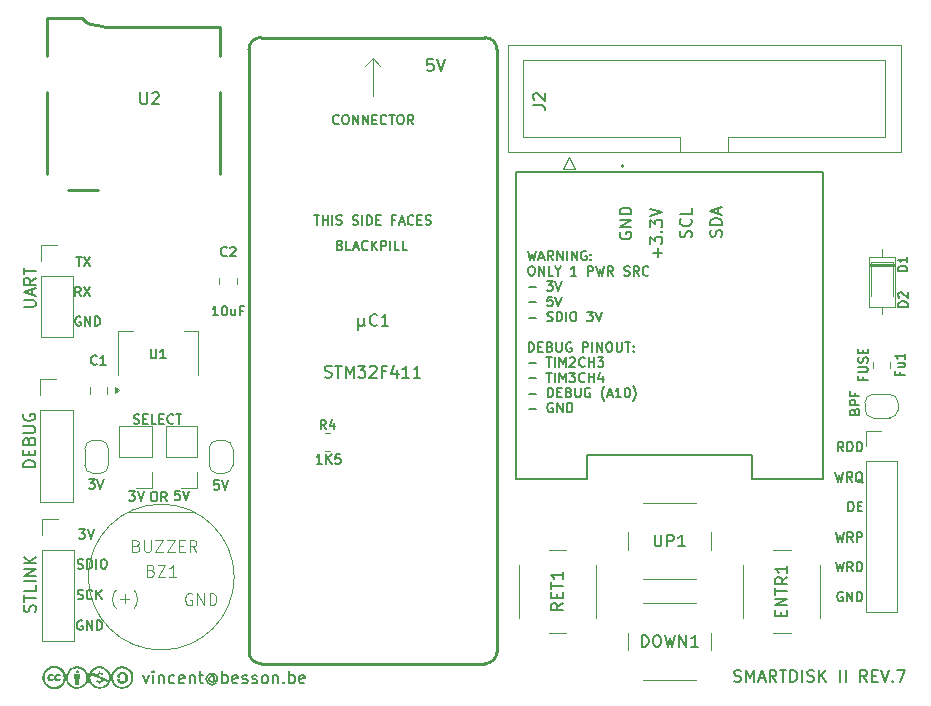
<source format=gbr>
%TF.GenerationSoftware,KiCad,Pcbnew,9.0.3*%
%TF.CreationDate,2025-08-20T09:57:48+02:00*%
%TF.ProjectId,sdiskII_stm32,73646973-6b49-4495-9f73-746d33322e6b,7*%
%TF.SameCoordinates,Original*%
%TF.FileFunction,Legend,Top*%
%TF.FilePolarity,Positive*%
%FSLAX46Y46*%
G04 Gerber Fmt 4.6, Leading zero omitted, Abs format (unit mm)*
G04 Created by KiCad (PCBNEW 9.0.3) date 2025-08-20 09:57:48*
%MOMM*%
%LPD*%
G01*
G04 APERTURE LIST*
%ADD10C,0.160000*%
%ADD11C,0.150000*%
%ADD12C,0.187500*%
%ADD13C,0.100000*%
%ADD14C,0.203200*%
%ADD15C,0.300000*%
%ADD16C,0.120000*%
%ADD17C,0.250000*%
%ADD18C,0.000000*%
%ADD19C,0.127000*%
%ADD20C,0.200000*%
G04 APERTURE END LIST*
D10*
X174789548Y-104134225D02*
X174980024Y-104934225D01*
X174980024Y-104934225D02*
X175132405Y-104362796D01*
X175132405Y-104362796D02*
X175284786Y-104934225D01*
X175284786Y-104934225D02*
X175475263Y-104134225D01*
X175741929Y-104705653D02*
X176122882Y-104705653D01*
X175665739Y-104934225D02*
X175932406Y-104134225D01*
X175932406Y-104134225D02*
X176199072Y-104934225D01*
X176922882Y-104934225D02*
X176656215Y-104553272D01*
X176465739Y-104934225D02*
X176465739Y-104134225D01*
X176465739Y-104134225D02*
X176770501Y-104134225D01*
X176770501Y-104134225D02*
X176846691Y-104172320D01*
X176846691Y-104172320D02*
X176884786Y-104210415D01*
X176884786Y-104210415D02*
X176922882Y-104286606D01*
X176922882Y-104286606D02*
X176922882Y-104400891D01*
X176922882Y-104400891D02*
X176884786Y-104477082D01*
X176884786Y-104477082D02*
X176846691Y-104515177D01*
X176846691Y-104515177D02*
X176770501Y-104553272D01*
X176770501Y-104553272D02*
X176465739Y-104553272D01*
X177265739Y-104934225D02*
X177265739Y-104134225D01*
X177265739Y-104134225D02*
X177722882Y-104934225D01*
X177722882Y-104934225D02*
X177722882Y-104134225D01*
X178103834Y-104934225D02*
X178103834Y-104134225D01*
X178484786Y-104934225D02*
X178484786Y-104134225D01*
X178484786Y-104134225D02*
X178941929Y-104934225D01*
X178941929Y-104934225D02*
X178941929Y-104134225D01*
X179741928Y-104172320D02*
X179665738Y-104134225D01*
X179665738Y-104134225D02*
X179551452Y-104134225D01*
X179551452Y-104134225D02*
X179437166Y-104172320D01*
X179437166Y-104172320D02*
X179360976Y-104248510D01*
X179360976Y-104248510D02*
X179322881Y-104324701D01*
X179322881Y-104324701D02*
X179284785Y-104477082D01*
X179284785Y-104477082D02*
X179284785Y-104591368D01*
X179284785Y-104591368D02*
X179322881Y-104743749D01*
X179322881Y-104743749D02*
X179360976Y-104819939D01*
X179360976Y-104819939D02*
X179437166Y-104896130D01*
X179437166Y-104896130D02*
X179551452Y-104934225D01*
X179551452Y-104934225D02*
X179627643Y-104934225D01*
X179627643Y-104934225D02*
X179741928Y-104896130D01*
X179741928Y-104896130D02*
X179780024Y-104858034D01*
X179780024Y-104858034D02*
X179780024Y-104591368D01*
X179780024Y-104591368D02*
X179627643Y-104591368D01*
X180122881Y-104858034D02*
X180160976Y-104896130D01*
X180160976Y-104896130D02*
X180122881Y-104934225D01*
X180122881Y-104934225D02*
X180084785Y-104896130D01*
X180084785Y-104896130D02*
X180122881Y-104858034D01*
X180122881Y-104858034D02*
X180122881Y-104934225D01*
X180122881Y-104438987D02*
X180160976Y-104477082D01*
X180160976Y-104477082D02*
X180122881Y-104515177D01*
X180122881Y-104515177D02*
X180084785Y-104477082D01*
X180084785Y-104477082D02*
X180122881Y-104438987D01*
X180122881Y-104438987D02*
X180122881Y-104515177D01*
X175018120Y-105422180D02*
X175170501Y-105422180D01*
X175170501Y-105422180D02*
X175246691Y-105460275D01*
X175246691Y-105460275D02*
X175322882Y-105536465D01*
X175322882Y-105536465D02*
X175360977Y-105688846D01*
X175360977Y-105688846D02*
X175360977Y-105955513D01*
X175360977Y-105955513D02*
X175322882Y-106107894D01*
X175322882Y-106107894D02*
X175246691Y-106184085D01*
X175246691Y-106184085D02*
X175170501Y-106222180D01*
X175170501Y-106222180D02*
X175018120Y-106222180D01*
X175018120Y-106222180D02*
X174941929Y-106184085D01*
X174941929Y-106184085D02*
X174865739Y-106107894D01*
X174865739Y-106107894D02*
X174827643Y-105955513D01*
X174827643Y-105955513D02*
X174827643Y-105688846D01*
X174827643Y-105688846D02*
X174865739Y-105536465D01*
X174865739Y-105536465D02*
X174941929Y-105460275D01*
X174941929Y-105460275D02*
X175018120Y-105422180D01*
X175703834Y-106222180D02*
X175703834Y-105422180D01*
X175703834Y-105422180D02*
X176160977Y-106222180D01*
X176160977Y-106222180D02*
X176160977Y-105422180D01*
X176922881Y-106222180D02*
X176541929Y-106222180D01*
X176541929Y-106222180D02*
X176541929Y-105422180D01*
X177341929Y-105841227D02*
X177341929Y-106222180D01*
X177075262Y-105422180D02*
X177341929Y-105841227D01*
X177341929Y-105841227D02*
X177608595Y-105422180D01*
X178903833Y-106222180D02*
X178446690Y-106222180D01*
X178675262Y-106222180D02*
X178675262Y-105422180D01*
X178675262Y-105422180D02*
X178599071Y-105536465D01*
X178599071Y-105536465D02*
X178522881Y-105612656D01*
X178522881Y-105612656D02*
X178446690Y-105650751D01*
X179856215Y-106222180D02*
X179856215Y-105422180D01*
X179856215Y-105422180D02*
X180160977Y-105422180D01*
X180160977Y-105422180D02*
X180237167Y-105460275D01*
X180237167Y-105460275D02*
X180275262Y-105498370D01*
X180275262Y-105498370D02*
X180313358Y-105574561D01*
X180313358Y-105574561D02*
X180313358Y-105688846D01*
X180313358Y-105688846D02*
X180275262Y-105765037D01*
X180275262Y-105765037D02*
X180237167Y-105803132D01*
X180237167Y-105803132D02*
X180160977Y-105841227D01*
X180160977Y-105841227D02*
X179856215Y-105841227D01*
X180580024Y-105422180D02*
X180770500Y-106222180D01*
X180770500Y-106222180D02*
X180922881Y-105650751D01*
X180922881Y-105650751D02*
X181075262Y-106222180D01*
X181075262Y-106222180D02*
X181265739Y-105422180D01*
X182027644Y-106222180D02*
X181760977Y-105841227D01*
X181570501Y-106222180D02*
X181570501Y-105422180D01*
X181570501Y-105422180D02*
X181875263Y-105422180D01*
X181875263Y-105422180D02*
X181951453Y-105460275D01*
X181951453Y-105460275D02*
X181989548Y-105498370D01*
X181989548Y-105498370D02*
X182027644Y-105574561D01*
X182027644Y-105574561D02*
X182027644Y-105688846D01*
X182027644Y-105688846D02*
X181989548Y-105765037D01*
X181989548Y-105765037D02*
X181951453Y-105803132D01*
X181951453Y-105803132D02*
X181875263Y-105841227D01*
X181875263Y-105841227D02*
X181570501Y-105841227D01*
X182941929Y-106184085D02*
X183056215Y-106222180D01*
X183056215Y-106222180D02*
X183246691Y-106222180D01*
X183246691Y-106222180D02*
X183322882Y-106184085D01*
X183322882Y-106184085D02*
X183360977Y-106145989D01*
X183360977Y-106145989D02*
X183399072Y-106069799D01*
X183399072Y-106069799D02*
X183399072Y-105993608D01*
X183399072Y-105993608D02*
X183360977Y-105917418D01*
X183360977Y-105917418D02*
X183322882Y-105879323D01*
X183322882Y-105879323D02*
X183246691Y-105841227D01*
X183246691Y-105841227D02*
X183094310Y-105803132D01*
X183094310Y-105803132D02*
X183018120Y-105765037D01*
X183018120Y-105765037D02*
X182980025Y-105726942D01*
X182980025Y-105726942D02*
X182941929Y-105650751D01*
X182941929Y-105650751D02*
X182941929Y-105574561D01*
X182941929Y-105574561D02*
X182980025Y-105498370D01*
X182980025Y-105498370D02*
X183018120Y-105460275D01*
X183018120Y-105460275D02*
X183094310Y-105422180D01*
X183094310Y-105422180D02*
X183284787Y-105422180D01*
X183284787Y-105422180D02*
X183399072Y-105460275D01*
X184199073Y-106222180D02*
X183932406Y-105841227D01*
X183741930Y-106222180D02*
X183741930Y-105422180D01*
X183741930Y-105422180D02*
X184046692Y-105422180D01*
X184046692Y-105422180D02*
X184122882Y-105460275D01*
X184122882Y-105460275D02*
X184160977Y-105498370D01*
X184160977Y-105498370D02*
X184199073Y-105574561D01*
X184199073Y-105574561D02*
X184199073Y-105688846D01*
X184199073Y-105688846D02*
X184160977Y-105765037D01*
X184160977Y-105765037D02*
X184122882Y-105803132D01*
X184122882Y-105803132D02*
X184046692Y-105841227D01*
X184046692Y-105841227D02*
X183741930Y-105841227D01*
X184999073Y-106145989D02*
X184960977Y-106184085D01*
X184960977Y-106184085D02*
X184846692Y-106222180D01*
X184846692Y-106222180D02*
X184770501Y-106222180D01*
X184770501Y-106222180D02*
X184656215Y-106184085D01*
X184656215Y-106184085D02*
X184580025Y-106107894D01*
X184580025Y-106107894D02*
X184541930Y-106031704D01*
X184541930Y-106031704D02*
X184503834Y-105879323D01*
X184503834Y-105879323D02*
X184503834Y-105765037D01*
X184503834Y-105765037D02*
X184541930Y-105612656D01*
X184541930Y-105612656D02*
X184580025Y-105536465D01*
X184580025Y-105536465D02*
X184656215Y-105460275D01*
X184656215Y-105460275D02*
X184770501Y-105422180D01*
X184770501Y-105422180D02*
X184846692Y-105422180D01*
X184846692Y-105422180D02*
X184960977Y-105460275D01*
X184960977Y-105460275D02*
X184999073Y-105498370D01*
X174865739Y-107205373D02*
X175475263Y-107205373D01*
X176389548Y-106710135D02*
X176884786Y-106710135D01*
X176884786Y-106710135D02*
X176618120Y-107014897D01*
X176618120Y-107014897D02*
X176732405Y-107014897D01*
X176732405Y-107014897D02*
X176808596Y-107052992D01*
X176808596Y-107052992D02*
X176846691Y-107091087D01*
X176846691Y-107091087D02*
X176884786Y-107167278D01*
X176884786Y-107167278D02*
X176884786Y-107357754D01*
X176884786Y-107357754D02*
X176846691Y-107433944D01*
X176846691Y-107433944D02*
X176808596Y-107472040D01*
X176808596Y-107472040D02*
X176732405Y-107510135D01*
X176732405Y-107510135D02*
X176503834Y-107510135D01*
X176503834Y-107510135D02*
X176427643Y-107472040D01*
X176427643Y-107472040D02*
X176389548Y-107433944D01*
X177113358Y-106710135D02*
X177380025Y-107510135D01*
X177380025Y-107510135D02*
X177646691Y-106710135D01*
X174865739Y-108493328D02*
X175475263Y-108493328D01*
X176846691Y-107998090D02*
X176465739Y-107998090D01*
X176465739Y-107998090D02*
X176427643Y-108379042D01*
X176427643Y-108379042D02*
X176465739Y-108340947D01*
X176465739Y-108340947D02*
X176541929Y-108302852D01*
X176541929Y-108302852D02*
X176732405Y-108302852D01*
X176732405Y-108302852D02*
X176808596Y-108340947D01*
X176808596Y-108340947D02*
X176846691Y-108379042D01*
X176846691Y-108379042D02*
X176884786Y-108455233D01*
X176884786Y-108455233D02*
X176884786Y-108645709D01*
X176884786Y-108645709D02*
X176846691Y-108721899D01*
X176846691Y-108721899D02*
X176808596Y-108759995D01*
X176808596Y-108759995D02*
X176732405Y-108798090D01*
X176732405Y-108798090D02*
X176541929Y-108798090D01*
X176541929Y-108798090D02*
X176465739Y-108759995D01*
X176465739Y-108759995D02*
X176427643Y-108721899D01*
X177113358Y-107998090D02*
X177380025Y-108798090D01*
X177380025Y-108798090D02*
X177646691Y-107998090D01*
X174865739Y-109781283D02*
X175475263Y-109781283D01*
X176427643Y-110047950D02*
X176541929Y-110086045D01*
X176541929Y-110086045D02*
X176732405Y-110086045D01*
X176732405Y-110086045D02*
X176808596Y-110047950D01*
X176808596Y-110047950D02*
X176846691Y-110009854D01*
X176846691Y-110009854D02*
X176884786Y-109933664D01*
X176884786Y-109933664D02*
X176884786Y-109857473D01*
X176884786Y-109857473D02*
X176846691Y-109781283D01*
X176846691Y-109781283D02*
X176808596Y-109743188D01*
X176808596Y-109743188D02*
X176732405Y-109705092D01*
X176732405Y-109705092D02*
X176580024Y-109666997D01*
X176580024Y-109666997D02*
X176503834Y-109628902D01*
X176503834Y-109628902D02*
X176465739Y-109590807D01*
X176465739Y-109590807D02*
X176427643Y-109514616D01*
X176427643Y-109514616D02*
X176427643Y-109438426D01*
X176427643Y-109438426D02*
X176465739Y-109362235D01*
X176465739Y-109362235D02*
X176503834Y-109324140D01*
X176503834Y-109324140D02*
X176580024Y-109286045D01*
X176580024Y-109286045D02*
X176770501Y-109286045D01*
X176770501Y-109286045D02*
X176884786Y-109324140D01*
X177227644Y-110086045D02*
X177227644Y-109286045D01*
X177227644Y-109286045D02*
X177418120Y-109286045D01*
X177418120Y-109286045D02*
X177532406Y-109324140D01*
X177532406Y-109324140D02*
X177608596Y-109400330D01*
X177608596Y-109400330D02*
X177646691Y-109476521D01*
X177646691Y-109476521D02*
X177684787Y-109628902D01*
X177684787Y-109628902D02*
X177684787Y-109743188D01*
X177684787Y-109743188D02*
X177646691Y-109895569D01*
X177646691Y-109895569D02*
X177608596Y-109971759D01*
X177608596Y-109971759D02*
X177532406Y-110047950D01*
X177532406Y-110047950D02*
X177418120Y-110086045D01*
X177418120Y-110086045D02*
X177227644Y-110086045D01*
X178027644Y-110086045D02*
X178027644Y-109286045D01*
X178560977Y-109286045D02*
X178713358Y-109286045D01*
X178713358Y-109286045D02*
X178789548Y-109324140D01*
X178789548Y-109324140D02*
X178865739Y-109400330D01*
X178865739Y-109400330D02*
X178903834Y-109552711D01*
X178903834Y-109552711D02*
X178903834Y-109819378D01*
X178903834Y-109819378D02*
X178865739Y-109971759D01*
X178865739Y-109971759D02*
X178789548Y-110047950D01*
X178789548Y-110047950D02*
X178713358Y-110086045D01*
X178713358Y-110086045D02*
X178560977Y-110086045D01*
X178560977Y-110086045D02*
X178484786Y-110047950D01*
X178484786Y-110047950D02*
X178408596Y-109971759D01*
X178408596Y-109971759D02*
X178370500Y-109819378D01*
X178370500Y-109819378D02*
X178370500Y-109552711D01*
X178370500Y-109552711D02*
X178408596Y-109400330D01*
X178408596Y-109400330D02*
X178484786Y-109324140D01*
X178484786Y-109324140D02*
X178560977Y-109286045D01*
X179780024Y-109286045D02*
X180275262Y-109286045D01*
X180275262Y-109286045D02*
X180008596Y-109590807D01*
X180008596Y-109590807D02*
X180122881Y-109590807D01*
X180122881Y-109590807D02*
X180199072Y-109628902D01*
X180199072Y-109628902D02*
X180237167Y-109666997D01*
X180237167Y-109666997D02*
X180275262Y-109743188D01*
X180275262Y-109743188D02*
X180275262Y-109933664D01*
X180275262Y-109933664D02*
X180237167Y-110009854D01*
X180237167Y-110009854D02*
X180199072Y-110047950D01*
X180199072Y-110047950D02*
X180122881Y-110086045D01*
X180122881Y-110086045D02*
X179894310Y-110086045D01*
X179894310Y-110086045D02*
X179818119Y-110047950D01*
X179818119Y-110047950D02*
X179780024Y-110009854D01*
X180503834Y-109286045D02*
X180770501Y-110086045D01*
X180770501Y-110086045D02*
X181037167Y-109286045D01*
X174865739Y-112661955D02*
X174865739Y-111861955D01*
X174865739Y-111861955D02*
X175056215Y-111861955D01*
X175056215Y-111861955D02*
X175170501Y-111900050D01*
X175170501Y-111900050D02*
X175246691Y-111976240D01*
X175246691Y-111976240D02*
X175284786Y-112052431D01*
X175284786Y-112052431D02*
X175322882Y-112204812D01*
X175322882Y-112204812D02*
X175322882Y-112319098D01*
X175322882Y-112319098D02*
X175284786Y-112471479D01*
X175284786Y-112471479D02*
X175246691Y-112547669D01*
X175246691Y-112547669D02*
X175170501Y-112623860D01*
X175170501Y-112623860D02*
X175056215Y-112661955D01*
X175056215Y-112661955D02*
X174865739Y-112661955D01*
X175665739Y-112242907D02*
X175932405Y-112242907D01*
X176046691Y-112661955D02*
X175665739Y-112661955D01*
X175665739Y-112661955D02*
X175665739Y-111861955D01*
X175665739Y-111861955D02*
X176046691Y-111861955D01*
X176656215Y-112242907D02*
X176770501Y-112281002D01*
X176770501Y-112281002D02*
X176808596Y-112319098D01*
X176808596Y-112319098D02*
X176846692Y-112395288D01*
X176846692Y-112395288D02*
X176846692Y-112509574D01*
X176846692Y-112509574D02*
X176808596Y-112585764D01*
X176808596Y-112585764D02*
X176770501Y-112623860D01*
X176770501Y-112623860D02*
X176694311Y-112661955D01*
X176694311Y-112661955D02*
X176389549Y-112661955D01*
X176389549Y-112661955D02*
X176389549Y-111861955D01*
X176389549Y-111861955D02*
X176656215Y-111861955D01*
X176656215Y-111861955D02*
X176732406Y-111900050D01*
X176732406Y-111900050D02*
X176770501Y-111938145D01*
X176770501Y-111938145D02*
X176808596Y-112014336D01*
X176808596Y-112014336D02*
X176808596Y-112090526D01*
X176808596Y-112090526D02*
X176770501Y-112166717D01*
X176770501Y-112166717D02*
X176732406Y-112204812D01*
X176732406Y-112204812D02*
X176656215Y-112242907D01*
X176656215Y-112242907D02*
X176389549Y-112242907D01*
X177189549Y-111861955D02*
X177189549Y-112509574D01*
X177189549Y-112509574D02*
X177227644Y-112585764D01*
X177227644Y-112585764D02*
X177265739Y-112623860D01*
X177265739Y-112623860D02*
X177341930Y-112661955D01*
X177341930Y-112661955D02*
X177494311Y-112661955D01*
X177494311Y-112661955D02*
X177570501Y-112623860D01*
X177570501Y-112623860D02*
X177608596Y-112585764D01*
X177608596Y-112585764D02*
X177646692Y-112509574D01*
X177646692Y-112509574D02*
X177646692Y-111861955D01*
X178446691Y-111900050D02*
X178370501Y-111861955D01*
X178370501Y-111861955D02*
X178256215Y-111861955D01*
X178256215Y-111861955D02*
X178141929Y-111900050D01*
X178141929Y-111900050D02*
X178065739Y-111976240D01*
X178065739Y-111976240D02*
X178027644Y-112052431D01*
X178027644Y-112052431D02*
X177989548Y-112204812D01*
X177989548Y-112204812D02*
X177989548Y-112319098D01*
X177989548Y-112319098D02*
X178027644Y-112471479D01*
X178027644Y-112471479D02*
X178065739Y-112547669D01*
X178065739Y-112547669D02*
X178141929Y-112623860D01*
X178141929Y-112623860D02*
X178256215Y-112661955D01*
X178256215Y-112661955D02*
X178332406Y-112661955D01*
X178332406Y-112661955D02*
X178446691Y-112623860D01*
X178446691Y-112623860D02*
X178484787Y-112585764D01*
X178484787Y-112585764D02*
X178484787Y-112319098D01*
X178484787Y-112319098D02*
X178332406Y-112319098D01*
X179437168Y-112661955D02*
X179437168Y-111861955D01*
X179437168Y-111861955D02*
X179741930Y-111861955D01*
X179741930Y-111861955D02*
X179818120Y-111900050D01*
X179818120Y-111900050D02*
X179856215Y-111938145D01*
X179856215Y-111938145D02*
X179894311Y-112014336D01*
X179894311Y-112014336D02*
X179894311Y-112128621D01*
X179894311Y-112128621D02*
X179856215Y-112204812D01*
X179856215Y-112204812D02*
X179818120Y-112242907D01*
X179818120Y-112242907D02*
X179741930Y-112281002D01*
X179741930Y-112281002D02*
X179437168Y-112281002D01*
X180237168Y-112661955D02*
X180237168Y-111861955D01*
X180618120Y-112661955D02*
X180618120Y-111861955D01*
X180618120Y-111861955D02*
X181075263Y-112661955D01*
X181075263Y-112661955D02*
X181075263Y-111861955D01*
X181608596Y-111861955D02*
X181760977Y-111861955D01*
X181760977Y-111861955D02*
X181837167Y-111900050D01*
X181837167Y-111900050D02*
X181913358Y-111976240D01*
X181913358Y-111976240D02*
X181951453Y-112128621D01*
X181951453Y-112128621D02*
X181951453Y-112395288D01*
X181951453Y-112395288D02*
X181913358Y-112547669D01*
X181913358Y-112547669D02*
X181837167Y-112623860D01*
X181837167Y-112623860D02*
X181760977Y-112661955D01*
X181760977Y-112661955D02*
X181608596Y-112661955D01*
X181608596Y-112661955D02*
X181532405Y-112623860D01*
X181532405Y-112623860D02*
X181456215Y-112547669D01*
X181456215Y-112547669D02*
X181418119Y-112395288D01*
X181418119Y-112395288D02*
X181418119Y-112128621D01*
X181418119Y-112128621D02*
X181456215Y-111976240D01*
X181456215Y-111976240D02*
X181532405Y-111900050D01*
X181532405Y-111900050D02*
X181608596Y-111861955D01*
X182294310Y-111861955D02*
X182294310Y-112509574D01*
X182294310Y-112509574D02*
X182332405Y-112585764D01*
X182332405Y-112585764D02*
X182370500Y-112623860D01*
X182370500Y-112623860D02*
X182446691Y-112661955D01*
X182446691Y-112661955D02*
X182599072Y-112661955D01*
X182599072Y-112661955D02*
X182675262Y-112623860D01*
X182675262Y-112623860D02*
X182713357Y-112585764D01*
X182713357Y-112585764D02*
X182751453Y-112509574D01*
X182751453Y-112509574D02*
X182751453Y-111861955D01*
X183018119Y-111861955D02*
X183475262Y-111861955D01*
X183246690Y-112661955D02*
X183246690Y-111861955D01*
X183741929Y-112585764D02*
X183780024Y-112623860D01*
X183780024Y-112623860D02*
X183741929Y-112661955D01*
X183741929Y-112661955D02*
X183703833Y-112623860D01*
X183703833Y-112623860D02*
X183741929Y-112585764D01*
X183741929Y-112585764D02*
X183741929Y-112661955D01*
X183741929Y-112166717D02*
X183780024Y-112204812D01*
X183780024Y-112204812D02*
X183741929Y-112242907D01*
X183741929Y-112242907D02*
X183703833Y-112204812D01*
X183703833Y-112204812D02*
X183741929Y-112166717D01*
X183741929Y-112166717D02*
X183741929Y-112242907D01*
X174865739Y-113645148D02*
X175475263Y-113645148D01*
X176351453Y-113149910D02*
X176808596Y-113149910D01*
X176580024Y-113949910D02*
X176580024Y-113149910D01*
X177075263Y-113949910D02*
X177075263Y-113149910D01*
X177456215Y-113949910D02*
X177456215Y-113149910D01*
X177456215Y-113149910D02*
X177722881Y-113721338D01*
X177722881Y-113721338D02*
X177989548Y-113149910D01*
X177989548Y-113149910D02*
X177989548Y-113949910D01*
X178332405Y-113226100D02*
X178370501Y-113188005D01*
X178370501Y-113188005D02*
X178446691Y-113149910D01*
X178446691Y-113149910D02*
X178637167Y-113149910D01*
X178637167Y-113149910D02*
X178713358Y-113188005D01*
X178713358Y-113188005D02*
X178751453Y-113226100D01*
X178751453Y-113226100D02*
X178789548Y-113302291D01*
X178789548Y-113302291D02*
X178789548Y-113378481D01*
X178789548Y-113378481D02*
X178751453Y-113492767D01*
X178751453Y-113492767D02*
X178294310Y-113949910D01*
X178294310Y-113949910D02*
X178789548Y-113949910D01*
X179589549Y-113873719D02*
X179551453Y-113911815D01*
X179551453Y-113911815D02*
X179437168Y-113949910D01*
X179437168Y-113949910D02*
X179360977Y-113949910D01*
X179360977Y-113949910D02*
X179246691Y-113911815D01*
X179246691Y-113911815D02*
X179170501Y-113835624D01*
X179170501Y-113835624D02*
X179132406Y-113759434D01*
X179132406Y-113759434D02*
X179094310Y-113607053D01*
X179094310Y-113607053D02*
X179094310Y-113492767D01*
X179094310Y-113492767D02*
X179132406Y-113340386D01*
X179132406Y-113340386D02*
X179170501Y-113264195D01*
X179170501Y-113264195D02*
X179246691Y-113188005D01*
X179246691Y-113188005D02*
X179360977Y-113149910D01*
X179360977Y-113149910D02*
X179437168Y-113149910D01*
X179437168Y-113149910D02*
X179551453Y-113188005D01*
X179551453Y-113188005D02*
X179589549Y-113226100D01*
X179932406Y-113949910D02*
X179932406Y-113149910D01*
X179932406Y-113530862D02*
X180389549Y-113530862D01*
X180389549Y-113949910D02*
X180389549Y-113149910D01*
X180694310Y-113149910D02*
X181189548Y-113149910D01*
X181189548Y-113149910D02*
X180922882Y-113454672D01*
X180922882Y-113454672D02*
X181037167Y-113454672D01*
X181037167Y-113454672D02*
X181113358Y-113492767D01*
X181113358Y-113492767D02*
X181151453Y-113530862D01*
X181151453Y-113530862D02*
X181189548Y-113607053D01*
X181189548Y-113607053D02*
X181189548Y-113797529D01*
X181189548Y-113797529D02*
X181151453Y-113873719D01*
X181151453Y-113873719D02*
X181113358Y-113911815D01*
X181113358Y-113911815D02*
X181037167Y-113949910D01*
X181037167Y-113949910D02*
X180808596Y-113949910D01*
X180808596Y-113949910D02*
X180732405Y-113911815D01*
X180732405Y-113911815D02*
X180694310Y-113873719D01*
X174865739Y-114933103D02*
X175475263Y-114933103D01*
X176351453Y-114437865D02*
X176808596Y-114437865D01*
X176580024Y-115237865D02*
X176580024Y-114437865D01*
X177075263Y-115237865D02*
X177075263Y-114437865D01*
X177456215Y-115237865D02*
X177456215Y-114437865D01*
X177456215Y-114437865D02*
X177722881Y-115009293D01*
X177722881Y-115009293D02*
X177989548Y-114437865D01*
X177989548Y-114437865D02*
X177989548Y-115237865D01*
X178294310Y-114437865D02*
X178789548Y-114437865D01*
X178789548Y-114437865D02*
X178522882Y-114742627D01*
X178522882Y-114742627D02*
X178637167Y-114742627D01*
X178637167Y-114742627D02*
X178713358Y-114780722D01*
X178713358Y-114780722D02*
X178751453Y-114818817D01*
X178751453Y-114818817D02*
X178789548Y-114895008D01*
X178789548Y-114895008D02*
X178789548Y-115085484D01*
X178789548Y-115085484D02*
X178751453Y-115161674D01*
X178751453Y-115161674D02*
X178713358Y-115199770D01*
X178713358Y-115199770D02*
X178637167Y-115237865D01*
X178637167Y-115237865D02*
X178408596Y-115237865D01*
X178408596Y-115237865D02*
X178332405Y-115199770D01*
X178332405Y-115199770D02*
X178294310Y-115161674D01*
X179589549Y-115161674D02*
X179551453Y-115199770D01*
X179551453Y-115199770D02*
X179437168Y-115237865D01*
X179437168Y-115237865D02*
X179360977Y-115237865D01*
X179360977Y-115237865D02*
X179246691Y-115199770D01*
X179246691Y-115199770D02*
X179170501Y-115123579D01*
X179170501Y-115123579D02*
X179132406Y-115047389D01*
X179132406Y-115047389D02*
X179094310Y-114895008D01*
X179094310Y-114895008D02*
X179094310Y-114780722D01*
X179094310Y-114780722D02*
X179132406Y-114628341D01*
X179132406Y-114628341D02*
X179170501Y-114552150D01*
X179170501Y-114552150D02*
X179246691Y-114475960D01*
X179246691Y-114475960D02*
X179360977Y-114437865D01*
X179360977Y-114437865D02*
X179437168Y-114437865D01*
X179437168Y-114437865D02*
X179551453Y-114475960D01*
X179551453Y-114475960D02*
X179589549Y-114514055D01*
X179932406Y-115237865D02*
X179932406Y-114437865D01*
X179932406Y-114818817D02*
X180389549Y-114818817D01*
X180389549Y-115237865D02*
X180389549Y-114437865D01*
X181113358Y-114704531D02*
X181113358Y-115237865D01*
X180922882Y-114399770D02*
X180732405Y-114971198D01*
X180732405Y-114971198D02*
X181227644Y-114971198D01*
X174865739Y-116221058D02*
X175475263Y-116221058D01*
X176465739Y-116525820D02*
X176465739Y-115725820D01*
X176465739Y-115725820D02*
X176656215Y-115725820D01*
X176656215Y-115725820D02*
X176770501Y-115763915D01*
X176770501Y-115763915D02*
X176846691Y-115840105D01*
X176846691Y-115840105D02*
X176884786Y-115916296D01*
X176884786Y-115916296D02*
X176922882Y-116068677D01*
X176922882Y-116068677D02*
X176922882Y-116182963D01*
X176922882Y-116182963D02*
X176884786Y-116335344D01*
X176884786Y-116335344D02*
X176846691Y-116411534D01*
X176846691Y-116411534D02*
X176770501Y-116487725D01*
X176770501Y-116487725D02*
X176656215Y-116525820D01*
X176656215Y-116525820D02*
X176465739Y-116525820D01*
X177265739Y-116106772D02*
X177532405Y-116106772D01*
X177646691Y-116525820D02*
X177265739Y-116525820D01*
X177265739Y-116525820D02*
X177265739Y-115725820D01*
X177265739Y-115725820D02*
X177646691Y-115725820D01*
X178256215Y-116106772D02*
X178370501Y-116144867D01*
X178370501Y-116144867D02*
X178408596Y-116182963D01*
X178408596Y-116182963D02*
X178446692Y-116259153D01*
X178446692Y-116259153D02*
X178446692Y-116373439D01*
X178446692Y-116373439D02*
X178408596Y-116449629D01*
X178408596Y-116449629D02*
X178370501Y-116487725D01*
X178370501Y-116487725D02*
X178294311Y-116525820D01*
X178294311Y-116525820D02*
X177989549Y-116525820D01*
X177989549Y-116525820D02*
X177989549Y-115725820D01*
X177989549Y-115725820D02*
X178256215Y-115725820D01*
X178256215Y-115725820D02*
X178332406Y-115763915D01*
X178332406Y-115763915D02*
X178370501Y-115802010D01*
X178370501Y-115802010D02*
X178408596Y-115878201D01*
X178408596Y-115878201D02*
X178408596Y-115954391D01*
X178408596Y-115954391D02*
X178370501Y-116030582D01*
X178370501Y-116030582D02*
X178332406Y-116068677D01*
X178332406Y-116068677D02*
X178256215Y-116106772D01*
X178256215Y-116106772D02*
X177989549Y-116106772D01*
X178789549Y-115725820D02*
X178789549Y-116373439D01*
X178789549Y-116373439D02*
X178827644Y-116449629D01*
X178827644Y-116449629D02*
X178865739Y-116487725D01*
X178865739Y-116487725D02*
X178941930Y-116525820D01*
X178941930Y-116525820D02*
X179094311Y-116525820D01*
X179094311Y-116525820D02*
X179170501Y-116487725D01*
X179170501Y-116487725D02*
X179208596Y-116449629D01*
X179208596Y-116449629D02*
X179246692Y-116373439D01*
X179246692Y-116373439D02*
X179246692Y-115725820D01*
X180046691Y-115763915D02*
X179970501Y-115725820D01*
X179970501Y-115725820D02*
X179856215Y-115725820D01*
X179856215Y-115725820D02*
X179741929Y-115763915D01*
X179741929Y-115763915D02*
X179665739Y-115840105D01*
X179665739Y-115840105D02*
X179627644Y-115916296D01*
X179627644Y-115916296D02*
X179589548Y-116068677D01*
X179589548Y-116068677D02*
X179589548Y-116182963D01*
X179589548Y-116182963D02*
X179627644Y-116335344D01*
X179627644Y-116335344D02*
X179665739Y-116411534D01*
X179665739Y-116411534D02*
X179741929Y-116487725D01*
X179741929Y-116487725D02*
X179856215Y-116525820D01*
X179856215Y-116525820D02*
X179932406Y-116525820D01*
X179932406Y-116525820D02*
X180046691Y-116487725D01*
X180046691Y-116487725D02*
X180084787Y-116449629D01*
X180084787Y-116449629D02*
X180084787Y-116182963D01*
X180084787Y-116182963D02*
X179932406Y-116182963D01*
X181265739Y-116830582D02*
X181227644Y-116792486D01*
X181227644Y-116792486D02*
X181151453Y-116678201D01*
X181151453Y-116678201D02*
X181113358Y-116602010D01*
X181113358Y-116602010D02*
X181075263Y-116487725D01*
X181075263Y-116487725D02*
X181037168Y-116297248D01*
X181037168Y-116297248D02*
X181037168Y-116144867D01*
X181037168Y-116144867D02*
X181075263Y-115954391D01*
X181075263Y-115954391D02*
X181113358Y-115840105D01*
X181113358Y-115840105D02*
X181151453Y-115763915D01*
X181151453Y-115763915D02*
X181227644Y-115649629D01*
X181227644Y-115649629D02*
X181265739Y-115611534D01*
X181532405Y-116297248D02*
X181913358Y-116297248D01*
X181456215Y-116525820D02*
X181722882Y-115725820D01*
X181722882Y-115725820D02*
X181989548Y-116525820D01*
X182675262Y-116525820D02*
X182218119Y-116525820D01*
X182446691Y-116525820D02*
X182446691Y-115725820D01*
X182446691Y-115725820D02*
X182370500Y-115840105D01*
X182370500Y-115840105D02*
X182294310Y-115916296D01*
X182294310Y-115916296D02*
X182218119Y-115954391D01*
X183170501Y-115725820D02*
X183246691Y-115725820D01*
X183246691Y-115725820D02*
X183322882Y-115763915D01*
X183322882Y-115763915D02*
X183360977Y-115802010D01*
X183360977Y-115802010D02*
X183399072Y-115878201D01*
X183399072Y-115878201D02*
X183437167Y-116030582D01*
X183437167Y-116030582D02*
X183437167Y-116221058D01*
X183437167Y-116221058D02*
X183399072Y-116373439D01*
X183399072Y-116373439D02*
X183360977Y-116449629D01*
X183360977Y-116449629D02*
X183322882Y-116487725D01*
X183322882Y-116487725D02*
X183246691Y-116525820D01*
X183246691Y-116525820D02*
X183170501Y-116525820D01*
X183170501Y-116525820D02*
X183094310Y-116487725D01*
X183094310Y-116487725D02*
X183056215Y-116449629D01*
X183056215Y-116449629D02*
X183018120Y-116373439D01*
X183018120Y-116373439D02*
X182980024Y-116221058D01*
X182980024Y-116221058D02*
X182980024Y-116030582D01*
X182980024Y-116030582D02*
X183018120Y-115878201D01*
X183018120Y-115878201D02*
X183056215Y-115802010D01*
X183056215Y-115802010D02*
X183094310Y-115763915D01*
X183094310Y-115763915D02*
X183170501Y-115725820D01*
X183703834Y-116830582D02*
X183741929Y-116792486D01*
X183741929Y-116792486D02*
X183818120Y-116678201D01*
X183818120Y-116678201D02*
X183856215Y-116602010D01*
X183856215Y-116602010D02*
X183894310Y-116487725D01*
X183894310Y-116487725D02*
X183932406Y-116297248D01*
X183932406Y-116297248D02*
X183932406Y-116144867D01*
X183932406Y-116144867D02*
X183894310Y-115954391D01*
X183894310Y-115954391D02*
X183856215Y-115840105D01*
X183856215Y-115840105D02*
X183818120Y-115763915D01*
X183818120Y-115763915D02*
X183741929Y-115649629D01*
X183741929Y-115649629D02*
X183703834Y-115611534D01*
X174865739Y-117509013D02*
X175475263Y-117509013D01*
X176884786Y-117051870D02*
X176808596Y-117013775D01*
X176808596Y-117013775D02*
X176694310Y-117013775D01*
X176694310Y-117013775D02*
X176580024Y-117051870D01*
X176580024Y-117051870D02*
X176503834Y-117128060D01*
X176503834Y-117128060D02*
X176465739Y-117204251D01*
X176465739Y-117204251D02*
X176427643Y-117356632D01*
X176427643Y-117356632D02*
X176427643Y-117470918D01*
X176427643Y-117470918D02*
X176465739Y-117623299D01*
X176465739Y-117623299D02*
X176503834Y-117699489D01*
X176503834Y-117699489D02*
X176580024Y-117775680D01*
X176580024Y-117775680D02*
X176694310Y-117813775D01*
X176694310Y-117813775D02*
X176770501Y-117813775D01*
X176770501Y-117813775D02*
X176884786Y-117775680D01*
X176884786Y-117775680D02*
X176922882Y-117737584D01*
X176922882Y-117737584D02*
X176922882Y-117470918D01*
X176922882Y-117470918D02*
X176770501Y-117470918D01*
X177265739Y-117813775D02*
X177265739Y-117013775D01*
X177265739Y-117013775D02*
X177722882Y-117813775D01*
X177722882Y-117813775D02*
X177722882Y-117013775D01*
X178103834Y-117813775D02*
X178103834Y-117013775D01*
X178103834Y-117013775D02*
X178294310Y-117013775D01*
X178294310Y-117013775D02*
X178408596Y-117051870D01*
X178408596Y-117051870D02*
X178484786Y-117128060D01*
X178484786Y-117128060D02*
X178522881Y-117204251D01*
X178522881Y-117204251D02*
X178560977Y-117356632D01*
X178560977Y-117356632D02*
X178560977Y-117470918D01*
X178560977Y-117470918D02*
X178522881Y-117623299D01*
X178522881Y-117623299D02*
X178484786Y-117699489D01*
X178484786Y-117699489D02*
X178408596Y-117775680D01*
X178408596Y-117775680D02*
X178294310Y-117813775D01*
X178294310Y-117813775D02*
X178103834Y-117813775D01*
D11*
X141419046Y-118724200D02*
X141533332Y-118762295D01*
X141533332Y-118762295D02*
X141723808Y-118762295D01*
X141723808Y-118762295D02*
X141799999Y-118724200D01*
X141799999Y-118724200D02*
X141838094Y-118686104D01*
X141838094Y-118686104D02*
X141876189Y-118609914D01*
X141876189Y-118609914D02*
X141876189Y-118533723D01*
X141876189Y-118533723D02*
X141838094Y-118457533D01*
X141838094Y-118457533D02*
X141799999Y-118419438D01*
X141799999Y-118419438D02*
X141723808Y-118381342D01*
X141723808Y-118381342D02*
X141571427Y-118343247D01*
X141571427Y-118343247D02*
X141495237Y-118305152D01*
X141495237Y-118305152D02*
X141457142Y-118267057D01*
X141457142Y-118267057D02*
X141419046Y-118190866D01*
X141419046Y-118190866D02*
X141419046Y-118114676D01*
X141419046Y-118114676D02*
X141457142Y-118038485D01*
X141457142Y-118038485D02*
X141495237Y-118000390D01*
X141495237Y-118000390D02*
X141571427Y-117962295D01*
X141571427Y-117962295D02*
X141761904Y-117962295D01*
X141761904Y-117962295D02*
X141876189Y-118000390D01*
X142219047Y-118343247D02*
X142485713Y-118343247D01*
X142599999Y-118762295D02*
X142219047Y-118762295D01*
X142219047Y-118762295D02*
X142219047Y-117962295D01*
X142219047Y-117962295D02*
X142599999Y-117962295D01*
X143323809Y-118762295D02*
X142942857Y-118762295D01*
X142942857Y-118762295D02*
X142942857Y-117962295D01*
X143590476Y-118343247D02*
X143857142Y-118343247D01*
X143971428Y-118762295D02*
X143590476Y-118762295D01*
X143590476Y-118762295D02*
X143590476Y-117962295D01*
X143590476Y-117962295D02*
X143971428Y-117962295D01*
X144771429Y-118686104D02*
X144733333Y-118724200D01*
X144733333Y-118724200D02*
X144619048Y-118762295D01*
X144619048Y-118762295D02*
X144542857Y-118762295D01*
X144542857Y-118762295D02*
X144428571Y-118724200D01*
X144428571Y-118724200D02*
X144352381Y-118648009D01*
X144352381Y-118648009D02*
X144314286Y-118571819D01*
X144314286Y-118571819D02*
X144276190Y-118419438D01*
X144276190Y-118419438D02*
X144276190Y-118305152D01*
X144276190Y-118305152D02*
X144314286Y-118152771D01*
X144314286Y-118152771D02*
X144352381Y-118076580D01*
X144352381Y-118076580D02*
X144428571Y-118000390D01*
X144428571Y-118000390D02*
X144542857Y-117962295D01*
X144542857Y-117962295D02*
X144619048Y-117962295D01*
X144619048Y-117962295D02*
X144733333Y-118000390D01*
X144733333Y-118000390D02*
X144771429Y-118038485D01*
X145000000Y-117962295D02*
X145457143Y-117962295D01*
X145228571Y-118762295D02*
X145228571Y-117962295D01*
D12*
X137052878Y-135460440D02*
X136976688Y-135422345D01*
X136976688Y-135422345D02*
X136862402Y-135422345D01*
X136862402Y-135422345D02*
X136748116Y-135460440D01*
X136748116Y-135460440D02*
X136671926Y-135536630D01*
X136671926Y-135536630D02*
X136633831Y-135612821D01*
X136633831Y-135612821D02*
X136595735Y-135765202D01*
X136595735Y-135765202D02*
X136595735Y-135879488D01*
X136595735Y-135879488D02*
X136633831Y-136031869D01*
X136633831Y-136031869D02*
X136671926Y-136108059D01*
X136671926Y-136108059D02*
X136748116Y-136184250D01*
X136748116Y-136184250D02*
X136862402Y-136222345D01*
X136862402Y-136222345D02*
X136938593Y-136222345D01*
X136938593Y-136222345D02*
X137052878Y-136184250D01*
X137052878Y-136184250D02*
X137090974Y-136146154D01*
X137090974Y-136146154D02*
X137090974Y-135879488D01*
X137090974Y-135879488D02*
X136938593Y-135879488D01*
X137433831Y-136222345D02*
X137433831Y-135422345D01*
X137433831Y-135422345D02*
X137890974Y-136222345D01*
X137890974Y-136222345D02*
X137890974Y-135422345D01*
X138271926Y-136222345D02*
X138271926Y-135422345D01*
X138271926Y-135422345D02*
X138462402Y-135422345D01*
X138462402Y-135422345D02*
X138576688Y-135460440D01*
X138576688Y-135460440D02*
X138652878Y-135536630D01*
X138652878Y-135536630D02*
X138690973Y-135612821D01*
X138690973Y-135612821D02*
X138729069Y-135765202D01*
X138729069Y-135765202D02*
X138729069Y-135879488D01*
X138729069Y-135879488D02*
X138690973Y-136031869D01*
X138690973Y-136031869D02*
X138652878Y-136108059D01*
X138652878Y-136108059D02*
X138576688Y-136184250D01*
X138576688Y-136184250D02*
X138462402Y-136222345D01*
X138462402Y-136222345D02*
X138271926Y-136222345D01*
X182605488Y-102564740D02*
X182557869Y-102659978D01*
X182557869Y-102659978D02*
X182557869Y-102802835D01*
X182557869Y-102802835D02*
X182605488Y-102945692D01*
X182605488Y-102945692D02*
X182700726Y-103040930D01*
X182700726Y-103040930D02*
X182795964Y-103088549D01*
X182795964Y-103088549D02*
X182986440Y-103136168D01*
X182986440Y-103136168D02*
X183129297Y-103136168D01*
X183129297Y-103136168D02*
X183319773Y-103088549D01*
X183319773Y-103088549D02*
X183415011Y-103040930D01*
X183415011Y-103040930D02*
X183510250Y-102945692D01*
X183510250Y-102945692D02*
X183557869Y-102802835D01*
X183557869Y-102802835D02*
X183557869Y-102707597D01*
X183557869Y-102707597D02*
X183510250Y-102564740D01*
X183510250Y-102564740D02*
X183462630Y-102517121D01*
X183462630Y-102517121D02*
X183129297Y-102517121D01*
X183129297Y-102517121D02*
X183129297Y-102707597D01*
X183557869Y-102088549D02*
X182557869Y-102088549D01*
X182557869Y-102088549D02*
X183557869Y-101517121D01*
X183557869Y-101517121D02*
X182557869Y-101517121D01*
X183557869Y-101040930D02*
X182557869Y-101040930D01*
X182557869Y-101040930D02*
X182557869Y-100802835D01*
X182557869Y-100802835D02*
X182605488Y-100659978D01*
X182605488Y-100659978D02*
X182700726Y-100564740D01*
X182700726Y-100564740D02*
X182795964Y-100517121D01*
X182795964Y-100517121D02*
X182986440Y-100469502D01*
X182986440Y-100469502D02*
X183129297Y-100469502D01*
X183129297Y-100469502D02*
X183319773Y-100517121D01*
X183319773Y-100517121D02*
X183415011Y-100564740D01*
X183415011Y-100564740D02*
X183510250Y-100659978D01*
X183510250Y-100659978D02*
X183557869Y-100802835D01*
X183557869Y-100802835D02*
X183557869Y-101040930D01*
X200823354Y-122892345D02*
X201013830Y-123692345D01*
X201013830Y-123692345D02*
X201166211Y-123120916D01*
X201166211Y-123120916D02*
X201318592Y-123692345D01*
X201318592Y-123692345D02*
X201509069Y-122892345D01*
X202270974Y-123692345D02*
X202004307Y-123311392D01*
X201813831Y-123692345D02*
X201813831Y-122892345D01*
X201813831Y-122892345D02*
X202118593Y-122892345D01*
X202118593Y-122892345D02*
X202194783Y-122930440D01*
X202194783Y-122930440D02*
X202232878Y-122968535D01*
X202232878Y-122968535D02*
X202270974Y-123044726D01*
X202270974Y-123044726D02*
X202270974Y-123159011D01*
X202270974Y-123159011D02*
X202232878Y-123235202D01*
X202232878Y-123235202D02*
X202194783Y-123273297D01*
X202194783Y-123273297D02*
X202118593Y-123311392D01*
X202118593Y-123311392D02*
X201813831Y-123311392D01*
X203147164Y-123768535D02*
X203070974Y-123730440D01*
X203070974Y-123730440D02*
X202994783Y-123654250D01*
X202994783Y-123654250D02*
X202880497Y-123539964D01*
X202880497Y-123539964D02*
X202804307Y-123501869D01*
X202804307Y-123501869D02*
X202728116Y-123501869D01*
X202766212Y-123692345D02*
X202690021Y-123654250D01*
X202690021Y-123654250D02*
X202613831Y-123578059D01*
X202613831Y-123578059D02*
X202575735Y-123425678D01*
X202575735Y-123425678D02*
X202575735Y-123159011D01*
X202575735Y-123159011D02*
X202613831Y-123006630D01*
X202613831Y-123006630D02*
X202690021Y-122930440D01*
X202690021Y-122930440D02*
X202766212Y-122892345D01*
X202766212Y-122892345D02*
X202918593Y-122892345D01*
X202918593Y-122892345D02*
X202994783Y-122930440D01*
X202994783Y-122930440D02*
X203070974Y-123006630D01*
X203070974Y-123006630D02*
X203109069Y-123159011D01*
X203109069Y-123159011D02*
X203109069Y-123425678D01*
X203109069Y-123425678D02*
X203070974Y-123578059D01*
X203070974Y-123578059D02*
X202994783Y-123654250D01*
X202994783Y-123654250D02*
X202918593Y-123692345D01*
X202918593Y-123692345D02*
X202766212Y-123692345D01*
X200861449Y-127965253D02*
X201051925Y-128765253D01*
X201051925Y-128765253D02*
X201204306Y-128193824D01*
X201204306Y-128193824D02*
X201356687Y-128765253D01*
X201356687Y-128765253D02*
X201547164Y-127965253D01*
X202309069Y-128765253D02*
X202042402Y-128384300D01*
X201851926Y-128765253D02*
X201851926Y-127965253D01*
X201851926Y-127965253D02*
X202156688Y-127965253D01*
X202156688Y-127965253D02*
X202232878Y-128003348D01*
X202232878Y-128003348D02*
X202270973Y-128041443D01*
X202270973Y-128041443D02*
X202309069Y-128117634D01*
X202309069Y-128117634D02*
X202309069Y-128231919D01*
X202309069Y-128231919D02*
X202270973Y-128308110D01*
X202270973Y-128308110D02*
X202232878Y-128346205D01*
X202232878Y-128346205D02*
X202156688Y-128384300D01*
X202156688Y-128384300D02*
X201851926Y-128384300D01*
X202651926Y-128765253D02*
X202651926Y-127965253D01*
X202651926Y-127965253D02*
X202956688Y-127965253D01*
X202956688Y-127965253D02*
X203032878Y-128003348D01*
X203032878Y-128003348D02*
X203070973Y-128041443D01*
X203070973Y-128041443D02*
X203109069Y-128117634D01*
X203109069Y-128117634D02*
X203109069Y-128231919D01*
X203109069Y-128231919D02*
X203070973Y-128308110D01*
X203070973Y-128308110D02*
X203032878Y-128346205D01*
X203032878Y-128346205D02*
X202956688Y-128384300D01*
X202956688Y-128384300D02*
X202651926Y-128384300D01*
X133067869Y-122438549D02*
X132067869Y-122438549D01*
X132067869Y-122438549D02*
X132067869Y-122200454D01*
X132067869Y-122200454D02*
X132115488Y-122057597D01*
X132115488Y-122057597D02*
X132210726Y-121962359D01*
X132210726Y-121962359D02*
X132305964Y-121914740D01*
X132305964Y-121914740D02*
X132496440Y-121867121D01*
X132496440Y-121867121D02*
X132639297Y-121867121D01*
X132639297Y-121867121D02*
X132829773Y-121914740D01*
X132829773Y-121914740D02*
X132925011Y-121962359D01*
X132925011Y-121962359D02*
X133020250Y-122057597D01*
X133020250Y-122057597D02*
X133067869Y-122200454D01*
X133067869Y-122200454D02*
X133067869Y-122438549D01*
X132544059Y-121438549D02*
X132544059Y-121105216D01*
X133067869Y-120962359D02*
X133067869Y-121438549D01*
X133067869Y-121438549D02*
X132067869Y-121438549D01*
X132067869Y-121438549D02*
X132067869Y-120962359D01*
X132544059Y-120200454D02*
X132591678Y-120057597D01*
X132591678Y-120057597D02*
X132639297Y-120009978D01*
X132639297Y-120009978D02*
X132734535Y-119962359D01*
X132734535Y-119962359D02*
X132877392Y-119962359D01*
X132877392Y-119962359D02*
X132972630Y-120009978D01*
X132972630Y-120009978D02*
X133020250Y-120057597D01*
X133020250Y-120057597D02*
X133067869Y-120152835D01*
X133067869Y-120152835D02*
X133067869Y-120533787D01*
X133067869Y-120533787D02*
X132067869Y-120533787D01*
X132067869Y-120533787D02*
X132067869Y-120200454D01*
X132067869Y-120200454D02*
X132115488Y-120105216D01*
X132115488Y-120105216D02*
X132163107Y-120057597D01*
X132163107Y-120057597D02*
X132258345Y-120009978D01*
X132258345Y-120009978D02*
X132353583Y-120009978D01*
X132353583Y-120009978D02*
X132448821Y-120057597D01*
X132448821Y-120057597D02*
X132496440Y-120105216D01*
X132496440Y-120105216D02*
X132544059Y-120200454D01*
X132544059Y-120200454D02*
X132544059Y-120533787D01*
X132067869Y-119533787D02*
X132877392Y-119533787D01*
X132877392Y-119533787D02*
X132972630Y-119486168D01*
X132972630Y-119486168D02*
X133020250Y-119438549D01*
X133020250Y-119438549D02*
X133067869Y-119343311D01*
X133067869Y-119343311D02*
X133067869Y-119152835D01*
X133067869Y-119152835D02*
X133020250Y-119057597D01*
X133020250Y-119057597D02*
X132972630Y-119009978D01*
X132972630Y-119009978D02*
X132877392Y-118962359D01*
X132877392Y-118962359D02*
X132067869Y-118962359D01*
X132115488Y-117962359D02*
X132067869Y-118057597D01*
X132067869Y-118057597D02*
X132067869Y-118200454D01*
X132067869Y-118200454D02*
X132115488Y-118343311D01*
X132115488Y-118343311D02*
X132210726Y-118438549D01*
X132210726Y-118438549D02*
X132305964Y-118486168D01*
X132305964Y-118486168D02*
X132496440Y-118533787D01*
X132496440Y-118533787D02*
X132639297Y-118533787D01*
X132639297Y-118533787D02*
X132829773Y-118486168D01*
X132829773Y-118486168D02*
X132925011Y-118438549D01*
X132925011Y-118438549D02*
X133020250Y-118343311D01*
X133020250Y-118343311D02*
X133067869Y-118200454D01*
X133067869Y-118200454D02*
X133067869Y-118105216D01*
X133067869Y-118105216D02*
X133020250Y-117962359D01*
X133020250Y-117962359D02*
X132972630Y-117914740D01*
X132972630Y-117914740D02*
X132639297Y-117914740D01*
X132639297Y-117914740D02*
X132639297Y-118105216D01*
X201432878Y-133055440D02*
X201356688Y-133017345D01*
X201356688Y-133017345D02*
X201242402Y-133017345D01*
X201242402Y-133017345D02*
X201128116Y-133055440D01*
X201128116Y-133055440D02*
X201051926Y-133131630D01*
X201051926Y-133131630D02*
X201013831Y-133207821D01*
X201013831Y-133207821D02*
X200975735Y-133360202D01*
X200975735Y-133360202D02*
X200975735Y-133474488D01*
X200975735Y-133474488D02*
X201013831Y-133626869D01*
X201013831Y-133626869D02*
X201051926Y-133703059D01*
X201051926Y-133703059D02*
X201128116Y-133779250D01*
X201128116Y-133779250D02*
X201242402Y-133817345D01*
X201242402Y-133817345D02*
X201318593Y-133817345D01*
X201318593Y-133817345D02*
X201432878Y-133779250D01*
X201432878Y-133779250D02*
X201470974Y-133741154D01*
X201470974Y-133741154D02*
X201470974Y-133474488D01*
X201470974Y-133474488D02*
X201318593Y-133474488D01*
X201813831Y-133817345D02*
X201813831Y-133017345D01*
X201813831Y-133017345D02*
X202270974Y-133817345D01*
X202270974Y-133817345D02*
X202270974Y-133017345D01*
X202651926Y-133817345D02*
X202651926Y-133017345D01*
X202651926Y-133017345D02*
X202842402Y-133017345D01*
X202842402Y-133017345D02*
X202956688Y-133055440D01*
X202956688Y-133055440D02*
X203032878Y-133131630D01*
X203032878Y-133131630D02*
X203070973Y-133207821D01*
X203070973Y-133207821D02*
X203109069Y-133360202D01*
X203109069Y-133360202D02*
X203109069Y-133474488D01*
X203109069Y-133474488D02*
X203070973Y-133626869D01*
X203070973Y-133626869D02*
X203032878Y-133703059D01*
X203032878Y-133703059D02*
X202956688Y-133779250D01*
X202956688Y-133779250D02*
X202842402Y-133817345D01*
X202842402Y-133817345D02*
X202651926Y-133817345D01*
X136665735Y-130994250D02*
X136780021Y-131032345D01*
X136780021Y-131032345D02*
X136970497Y-131032345D01*
X136970497Y-131032345D02*
X137046688Y-130994250D01*
X137046688Y-130994250D02*
X137084783Y-130956154D01*
X137084783Y-130956154D02*
X137122878Y-130879964D01*
X137122878Y-130879964D02*
X137122878Y-130803773D01*
X137122878Y-130803773D02*
X137084783Y-130727583D01*
X137084783Y-130727583D02*
X137046688Y-130689488D01*
X137046688Y-130689488D02*
X136970497Y-130651392D01*
X136970497Y-130651392D02*
X136818116Y-130613297D01*
X136818116Y-130613297D02*
X136741926Y-130575202D01*
X136741926Y-130575202D02*
X136703831Y-130537107D01*
X136703831Y-130537107D02*
X136665735Y-130460916D01*
X136665735Y-130460916D02*
X136665735Y-130384726D01*
X136665735Y-130384726D02*
X136703831Y-130308535D01*
X136703831Y-130308535D02*
X136741926Y-130270440D01*
X136741926Y-130270440D02*
X136818116Y-130232345D01*
X136818116Y-130232345D02*
X137008593Y-130232345D01*
X137008593Y-130232345D02*
X137122878Y-130270440D01*
X137465736Y-131032345D02*
X137465736Y-130232345D01*
X137465736Y-130232345D02*
X137656212Y-130232345D01*
X137656212Y-130232345D02*
X137770498Y-130270440D01*
X137770498Y-130270440D02*
X137846688Y-130346630D01*
X137846688Y-130346630D02*
X137884783Y-130422821D01*
X137884783Y-130422821D02*
X137922879Y-130575202D01*
X137922879Y-130575202D02*
X137922879Y-130689488D01*
X137922879Y-130689488D02*
X137884783Y-130841869D01*
X137884783Y-130841869D02*
X137846688Y-130918059D01*
X137846688Y-130918059D02*
X137770498Y-130994250D01*
X137770498Y-130994250D02*
X137656212Y-131032345D01*
X137656212Y-131032345D02*
X137465736Y-131032345D01*
X138265736Y-131032345D02*
X138265736Y-130232345D01*
X138799069Y-130232345D02*
X138951450Y-130232345D01*
X138951450Y-130232345D02*
X139027640Y-130270440D01*
X139027640Y-130270440D02*
X139103831Y-130346630D01*
X139103831Y-130346630D02*
X139141926Y-130499011D01*
X139141926Y-130499011D02*
X139141926Y-130765678D01*
X139141926Y-130765678D02*
X139103831Y-130918059D01*
X139103831Y-130918059D02*
X139027640Y-130994250D01*
X139027640Y-130994250D02*
X138951450Y-131032345D01*
X138951450Y-131032345D02*
X138799069Y-131032345D01*
X138799069Y-131032345D02*
X138722878Y-130994250D01*
X138722878Y-130994250D02*
X138646688Y-130918059D01*
X138646688Y-130918059D02*
X138608592Y-130765678D01*
X138608592Y-130765678D02*
X138608592Y-130499011D01*
X138608592Y-130499011D02*
X138646688Y-130346630D01*
X138646688Y-130346630D02*
X138722878Y-130270440D01*
X138722878Y-130270440D02*
X138799069Y-130232345D01*
X200861449Y-130457190D02*
X201051925Y-131257190D01*
X201051925Y-131257190D02*
X201204306Y-130685761D01*
X201204306Y-130685761D02*
X201356687Y-131257190D01*
X201356687Y-131257190D02*
X201547164Y-130457190D01*
X202309069Y-131257190D02*
X202042402Y-130876237D01*
X201851926Y-131257190D02*
X201851926Y-130457190D01*
X201851926Y-130457190D02*
X202156688Y-130457190D01*
X202156688Y-130457190D02*
X202232878Y-130495285D01*
X202232878Y-130495285D02*
X202270973Y-130533380D01*
X202270973Y-130533380D02*
X202309069Y-130609571D01*
X202309069Y-130609571D02*
X202309069Y-130723856D01*
X202309069Y-130723856D02*
X202270973Y-130800047D01*
X202270973Y-130800047D02*
X202232878Y-130838142D01*
X202232878Y-130838142D02*
X202156688Y-130876237D01*
X202156688Y-130876237D02*
X201851926Y-130876237D01*
X202651926Y-131257190D02*
X202651926Y-130457190D01*
X202651926Y-130457190D02*
X202842402Y-130457190D01*
X202842402Y-130457190D02*
X202956688Y-130495285D01*
X202956688Y-130495285D02*
X203032878Y-130571475D01*
X203032878Y-130571475D02*
X203070973Y-130647666D01*
X203070973Y-130647666D02*
X203109069Y-130800047D01*
X203109069Y-130800047D02*
X203109069Y-130914333D01*
X203109069Y-130914333D02*
X203070973Y-131066714D01*
X203070973Y-131066714D02*
X203032878Y-131142904D01*
X203032878Y-131142904D02*
X202956688Y-131219095D01*
X202956688Y-131219095D02*
X202842402Y-131257190D01*
X202842402Y-131257190D02*
X202651926Y-131257190D01*
X157603831Y-114820250D02*
X157746688Y-114867869D01*
X157746688Y-114867869D02*
X157984783Y-114867869D01*
X157984783Y-114867869D02*
X158080021Y-114820250D01*
X158080021Y-114820250D02*
X158127640Y-114772630D01*
X158127640Y-114772630D02*
X158175259Y-114677392D01*
X158175259Y-114677392D02*
X158175259Y-114582154D01*
X158175259Y-114582154D02*
X158127640Y-114486916D01*
X158127640Y-114486916D02*
X158080021Y-114439297D01*
X158080021Y-114439297D02*
X157984783Y-114391678D01*
X157984783Y-114391678D02*
X157794307Y-114344059D01*
X157794307Y-114344059D02*
X157699069Y-114296440D01*
X157699069Y-114296440D02*
X157651450Y-114248821D01*
X157651450Y-114248821D02*
X157603831Y-114153583D01*
X157603831Y-114153583D02*
X157603831Y-114058345D01*
X157603831Y-114058345D02*
X157651450Y-113963107D01*
X157651450Y-113963107D02*
X157699069Y-113915488D01*
X157699069Y-113915488D02*
X157794307Y-113867869D01*
X157794307Y-113867869D02*
X158032402Y-113867869D01*
X158032402Y-113867869D02*
X158175259Y-113915488D01*
X158460974Y-113867869D02*
X159032402Y-113867869D01*
X158746688Y-114867869D02*
X158746688Y-113867869D01*
X159365736Y-114867869D02*
X159365736Y-113867869D01*
X159365736Y-113867869D02*
X159699069Y-114582154D01*
X159699069Y-114582154D02*
X160032402Y-113867869D01*
X160032402Y-113867869D02*
X160032402Y-114867869D01*
X160413355Y-113867869D02*
X161032402Y-113867869D01*
X161032402Y-113867869D02*
X160699069Y-114248821D01*
X160699069Y-114248821D02*
X160841926Y-114248821D01*
X160841926Y-114248821D02*
X160937164Y-114296440D01*
X160937164Y-114296440D02*
X160984783Y-114344059D01*
X160984783Y-114344059D02*
X161032402Y-114439297D01*
X161032402Y-114439297D02*
X161032402Y-114677392D01*
X161032402Y-114677392D02*
X160984783Y-114772630D01*
X160984783Y-114772630D02*
X160937164Y-114820250D01*
X160937164Y-114820250D02*
X160841926Y-114867869D01*
X160841926Y-114867869D02*
X160556212Y-114867869D01*
X160556212Y-114867869D02*
X160460974Y-114820250D01*
X160460974Y-114820250D02*
X160413355Y-114772630D01*
X161413355Y-113963107D02*
X161460974Y-113915488D01*
X161460974Y-113915488D02*
X161556212Y-113867869D01*
X161556212Y-113867869D02*
X161794307Y-113867869D01*
X161794307Y-113867869D02*
X161889545Y-113915488D01*
X161889545Y-113915488D02*
X161937164Y-113963107D01*
X161937164Y-113963107D02*
X161984783Y-114058345D01*
X161984783Y-114058345D02*
X161984783Y-114153583D01*
X161984783Y-114153583D02*
X161937164Y-114296440D01*
X161937164Y-114296440D02*
X161365736Y-114867869D01*
X161365736Y-114867869D02*
X161984783Y-114867869D01*
X162746688Y-114344059D02*
X162413355Y-114344059D01*
X162413355Y-114867869D02*
X162413355Y-113867869D01*
X162413355Y-113867869D02*
X162889545Y-113867869D01*
X163699069Y-114201202D02*
X163699069Y-114867869D01*
X163460974Y-113820250D02*
X163222879Y-114534535D01*
X163222879Y-114534535D02*
X163841926Y-114534535D01*
X164746688Y-114867869D02*
X164175260Y-114867869D01*
X164460974Y-114867869D02*
X164460974Y-113867869D01*
X164460974Y-113867869D02*
X164365736Y-114010726D01*
X164365736Y-114010726D02*
X164270498Y-114105964D01*
X164270498Y-114105964D02*
X164175260Y-114153583D01*
X165699069Y-114867869D02*
X165127641Y-114867869D01*
X165413355Y-114867869D02*
X165413355Y-113867869D01*
X165413355Y-113867869D02*
X165318117Y-114010726D01*
X165318117Y-114010726D02*
X165222879Y-114105964D01*
X165222879Y-114105964D02*
X165127641Y-114153583D01*
X133070250Y-134686168D02*
X133117869Y-134543311D01*
X133117869Y-134543311D02*
X133117869Y-134305216D01*
X133117869Y-134305216D02*
X133070250Y-134209978D01*
X133070250Y-134209978D02*
X133022630Y-134162359D01*
X133022630Y-134162359D02*
X132927392Y-134114740D01*
X132927392Y-134114740D02*
X132832154Y-134114740D01*
X132832154Y-134114740D02*
X132736916Y-134162359D01*
X132736916Y-134162359D02*
X132689297Y-134209978D01*
X132689297Y-134209978D02*
X132641678Y-134305216D01*
X132641678Y-134305216D02*
X132594059Y-134495692D01*
X132594059Y-134495692D02*
X132546440Y-134590930D01*
X132546440Y-134590930D02*
X132498821Y-134638549D01*
X132498821Y-134638549D02*
X132403583Y-134686168D01*
X132403583Y-134686168D02*
X132308345Y-134686168D01*
X132308345Y-134686168D02*
X132213107Y-134638549D01*
X132213107Y-134638549D02*
X132165488Y-134590930D01*
X132165488Y-134590930D02*
X132117869Y-134495692D01*
X132117869Y-134495692D02*
X132117869Y-134257597D01*
X132117869Y-134257597D02*
X132165488Y-134114740D01*
X132117869Y-133829025D02*
X132117869Y-133257597D01*
X133117869Y-133543311D02*
X132117869Y-133543311D01*
X133117869Y-132448073D02*
X133117869Y-132924263D01*
X133117869Y-132924263D02*
X132117869Y-132924263D01*
X133117869Y-132114739D02*
X132117869Y-132114739D01*
X133117869Y-131638549D02*
X132117869Y-131638549D01*
X132117869Y-131638549D02*
X133117869Y-131067121D01*
X133117869Y-131067121D02*
X132117869Y-131067121D01*
X133117869Y-130590930D02*
X132117869Y-130590930D01*
X133117869Y-130019502D02*
X132546440Y-130448073D01*
X132117869Y-130019502D02*
X132689297Y-130590930D01*
X188610250Y-102986168D02*
X188657869Y-102843311D01*
X188657869Y-102843311D02*
X188657869Y-102605216D01*
X188657869Y-102605216D02*
X188610250Y-102509978D01*
X188610250Y-102509978D02*
X188562630Y-102462359D01*
X188562630Y-102462359D02*
X188467392Y-102414740D01*
X188467392Y-102414740D02*
X188372154Y-102414740D01*
X188372154Y-102414740D02*
X188276916Y-102462359D01*
X188276916Y-102462359D02*
X188229297Y-102509978D01*
X188229297Y-102509978D02*
X188181678Y-102605216D01*
X188181678Y-102605216D02*
X188134059Y-102795692D01*
X188134059Y-102795692D02*
X188086440Y-102890930D01*
X188086440Y-102890930D02*
X188038821Y-102938549D01*
X188038821Y-102938549D02*
X187943583Y-102986168D01*
X187943583Y-102986168D02*
X187848345Y-102986168D01*
X187848345Y-102986168D02*
X187753107Y-102938549D01*
X187753107Y-102938549D02*
X187705488Y-102890930D01*
X187705488Y-102890930D02*
X187657869Y-102795692D01*
X187657869Y-102795692D02*
X187657869Y-102557597D01*
X187657869Y-102557597D02*
X187705488Y-102414740D01*
X188562630Y-101414740D02*
X188610250Y-101462359D01*
X188610250Y-101462359D02*
X188657869Y-101605216D01*
X188657869Y-101605216D02*
X188657869Y-101700454D01*
X188657869Y-101700454D02*
X188610250Y-101843311D01*
X188610250Y-101843311D02*
X188515011Y-101938549D01*
X188515011Y-101938549D02*
X188419773Y-101986168D01*
X188419773Y-101986168D02*
X188229297Y-102033787D01*
X188229297Y-102033787D02*
X188086440Y-102033787D01*
X188086440Y-102033787D02*
X187895964Y-101986168D01*
X187895964Y-101986168D02*
X187800726Y-101938549D01*
X187800726Y-101938549D02*
X187705488Y-101843311D01*
X187705488Y-101843311D02*
X187657869Y-101700454D01*
X187657869Y-101700454D02*
X187657869Y-101605216D01*
X187657869Y-101605216D02*
X187705488Y-101462359D01*
X187705488Y-101462359D02*
X187753107Y-101414740D01*
X188657869Y-100509978D02*
X188657869Y-100986168D01*
X188657869Y-100986168D02*
X187657869Y-100986168D01*
X201509069Y-121117345D02*
X201242402Y-120736392D01*
X201051926Y-121117345D02*
X201051926Y-120317345D01*
X201051926Y-120317345D02*
X201356688Y-120317345D01*
X201356688Y-120317345D02*
X201432878Y-120355440D01*
X201432878Y-120355440D02*
X201470973Y-120393535D01*
X201470973Y-120393535D02*
X201509069Y-120469726D01*
X201509069Y-120469726D02*
X201509069Y-120584011D01*
X201509069Y-120584011D02*
X201470973Y-120660202D01*
X201470973Y-120660202D02*
X201432878Y-120698297D01*
X201432878Y-120698297D02*
X201356688Y-120736392D01*
X201356688Y-120736392D02*
X201051926Y-120736392D01*
X201851926Y-121117345D02*
X201851926Y-120317345D01*
X201851926Y-120317345D02*
X202042402Y-120317345D01*
X202042402Y-120317345D02*
X202156688Y-120355440D01*
X202156688Y-120355440D02*
X202232878Y-120431630D01*
X202232878Y-120431630D02*
X202270973Y-120507821D01*
X202270973Y-120507821D02*
X202309069Y-120660202D01*
X202309069Y-120660202D02*
X202309069Y-120774488D01*
X202309069Y-120774488D02*
X202270973Y-120926869D01*
X202270973Y-120926869D02*
X202232878Y-121003059D01*
X202232878Y-121003059D02*
X202156688Y-121079250D01*
X202156688Y-121079250D02*
X202042402Y-121117345D01*
X202042402Y-121117345D02*
X201851926Y-121117345D01*
X202651926Y-121117345D02*
X202651926Y-120317345D01*
X202651926Y-120317345D02*
X202842402Y-120317345D01*
X202842402Y-120317345D02*
X202956688Y-120355440D01*
X202956688Y-120355440D02*
X203032878Y-120431630D01*
X203032878Y-120431630D02*
X203070973Y-120507821D01*
X203070973Y-120507821D02*
X203109069Y-120660202D01*
X203109069Y-120660202D02*
X203109069Y-120774488D01*
X203109069Y-120774488D02*
X203070973Y-120926869D01*
X203070973Y-120926869D02*
X203032878Y-121003059D01*
X203032878Y-121003059D02*
X202956688Y-121079250D01*
X202956688Y-121079250D02*
X202842402Y-121117345D01*
X202842402Y-121117345D02*
X202651926Y-121117345D01*
X192257598Y-140570250D02*
X192400455Y-140617869D01*
X192400455Y-140617869D02*
X192638550Y-140617869D01*
X192638550Y-140617869D02*
X192733788Y-140570250D01*
X192733788Y-140570250D02*
X192781407Y-140522630D01*
X192781407Y-140522630D02*
X192829026Y-140427392D01*
X192829026Y-140427392D02*
X192829026Y-140332154D01*
X192829026Y-140332154D02*
X192781407Y-140236916D01*
X192781407Y-140236916D02*
X192733788Y-140189297D01*
X192733788Y-140189297D02*
X192638550Y-140141678D01*
X192638550Y-140141678D02*
X192448074Y-140094059D01*
X192448074Y-140094059D02*
X192352836Y-140046440D01*
X192352836Y-140046440D02*
X192305217Y-139998821D01*
X192305217Y-139998821D02*
X192257598Y-139903583D01*
X192257598Y-139903583D02*
X192257598Y-139808345D01*
X192257598Y-139808345D02*
X192305217Y-139713107D01*
X192305217Y-139713107D02*
X192352836Y-139665488D01*
X192352836Y-139665488D02*
X192448074Y-139617869D01*
X192448074Y-139617869D02*
X192686169Y-139617869D01*
X192686169Y-139617869D02*
X192829026Y-139665488D01*
X193257598Y-140617869D02*
X193257598Y-139617869D01*
X193257598Y-139617869D02*
X193590931Y-140332154D01*
X193590931Y-140332154D02*
X193924264Y-139617869D01*
X193924264Y-139617869D02*
X193924264Y-140617869D01*
X194352836Y-140332154D02*
X194829026Y-140332154D01*
X194257598Y-140617869D02*
X194590931Y-139617869D01*
X194590931Y-139617869D02*
X194924264Y-140617869D01*
X195829026Y-140617869D02*
X195495693Y-140141678D01*
X195257598Y-140617869D02*
X195257598Y-139617869D01*
X195257598Y-139617869D02*
X195638550Y-139617869D01*
X195638550Y-139617869D02*
X195733788Y-139665488D01*
X195733788Y-139665488D02*
X195781407Y-139713107D01*
X195781407Y-139713107D02*
X195829026Y-139808345D01*
X195829026Y-139808345D02*
X195829026Y-139951202D01*
X195829026Y-139951202D02*
X195781407Y-140046440D01*
X195781407Y-140046440D02*
X195733788Y-140094059D01*
X195733788Y-140094059D02*
X195638550Y-140141678D01*
X195638550Y-140141678D02*
X195257598Y-140141678D01*
X196114741Y-139617869D02*
X196686169Y-139617869D01*
X196400455Y-140617869D02*
X196400455Y-139617869D01*
X197019503Y-140617869D02*
X197019503Y-139617869D01*
X197019503Y-139617869D02*
X197257598Y-139617869D01*
X197257598Y-139617869D02*
X197400455Y-139665488D01*
X197400455Y-139665488D02*
X197495693Y-139760726D01*
X197495693Y-139760726D02*
X197543312Y-139855964D01*
X197543312Y-139855964D02*
X197590931Y-140046440D01*
X197590931Y-140046440D02*
X197590931Y-140189297D01*
X197590931Y-140189297D02*
X197543312Y-140379773D01*
X197543312Y-140379773D02*
X197495693Y-140475011D01*
X197495693Y-140475011D02*
X197400455Y-140570250D01*
X197400455Y-140570250D02*
X197257598Y-140617869D01*
X197257598Y-140617869D02*
X197019503Y-140617869D01*
X198019503Y-140617869D02*
X198019503Y-139617869D01*
X198448074Y-140570250D02*
X198590931Y-140617869D01*
X198590931Y-140617869D02*
X198829026Y-140617869D01*
X198829026Y-140617869D02*
X198924264Y-140570250D01*
X198924264Y-140570250D02*
X198971883Y-140522630D01*
X198971883Y-140522630D02*
X199019502Y-140427392D01*
X199019502Y-140427392D02*
X199019502Y-140332154D01*
X199019502Y-140332154D02*
X198971883Y-140236916D01*
X198971883Y-140236916D02*
X198924264Y-140189297D01*
X198924264Y-140189297D02*
X198829026Y-140141678D01*
X198829026Y-140141678D02*
X198638550Y-140094059D01*
X198638550Y-140094059D02*
X198543312Y-140046440D01*
X198543312Y-140046440D02*
X198495693Y-139998821D01*
X198495693Y-139998821D02*
X198448074Y-139903583D01*
X198448074Y-139903583D02*
X198448074Y-139808345D01*
X198448074Y-139808345D02*
X198495693Y-139713107D01*
X198495693Y-139713107D02*
X198543312Y-139665488D01*
X198543312Y-139665488D02*
X198638550Y-139617869D01*
X198638550Y-139617869D02*
X198876645Y-139617869D01*
X198876645Y-139617869D02*
X199019502Y-139665488D01*
X199448074Y-140617869D02*
X199448074Y-139617869D01*
X200019502Y-140617869D02*
X199590931Y-140046440D01*
X200019502Y-139617869D02*
X199448074Y-140189297D01*
X201209979Y-140617869D02*
X201209979Y-139617869D01*
X201686169Y-140617869D02*
X201686169Y-139617869D01*
X203495692Y-140617869D02*
X203162359Y-140141678D01*
X202924264Y-140617869D02*
X202924264Y-139617869D01*
X202924264Y-139617869D02*
X203305216Y-139617869D01*
X203305216Y-139617869D02*
X203400454Y-139665488D01*
X203400454Y-139665488D02*
X203448073Y-139713107D01*
X203448073Y-139713107D02*
X203495692Y-139808345D01*
X203495692Y-139808345D02*
X203495692Y-139951202D01*
X203495692Y-139951202D02*
X203448073Y-140046440D01*
X203448073Y-140046440D02*
X203400454Y-140094059D01*
X203400454Y-140094059D02*
X203305216Y-140141678D01*
X203305216Y-140141678D02*
X202924264Y-140141678D01*
X203924264Y-140094059D02*
X204257597Y-140094059D01*
X204400454Y-140617869D02*
X203924264Y-140617869D01*
X203924264Y-140617869D02*
X203924264Y-139617869D01*
X203924264Y-139617869D02*
X204400454Y-139617869D01*
X204686169Y-139617869D02*
X205019502Y-140617869D01*
X205019502Y-140617869D02*
X205352835Y-139617869D01*
X205686169Y-140522630D02*
X205733788Y-140570250D01*
X205733788Y-140570250D02*
X205686169Y-140617869D01*
X205686169Y-140617869D02*
X205638550Y-140570250D01*
X205638550Y-140570250D02*
X205686169Y-140522630D01*
X205686169Y-140522630D02*
X205686169Y-140617869D01*
X206067121Y-139617869D02*
X206733787Y-139617869D01*
X206733787Y-139617869D02*
X206305216Y-140617869D01*
X185776916Y-104688549D02*
X185776916Y-103926645D01*
X186157869Y-104307597D02*
X185395964Y-104307597D01*
X185157869Y-103545692D02*
X185157869Y-102926645D01*
X185157869Y-102926645D02*
X185538821Y-103259978D01*
X185538821Y-103259978D02*
X185538821Y-103117121D01*
X185538821Y-103117121D02*
X185586440Y-103021883D01*
X185586440Y-103021883D02*
X185634059Y-102974264D01*
X185634059Y-102974264D02*
X185729297Y-102926645D01*
X185729297Y-102926645D02*
X185967392Y-102926645D01*
X185967392Y-102926645D02*
X186062630Y-102974264D01*
X186062630Y-102974264D02*
X186110250Y-103021883D01*
X186110250Y-103021883D02*
X186157869Y-103117121D01*
X186157869Y-103117121D02*
X186157869Y-103402835D01*
X186157869Y-103402835D02*
X186110250Y-103498073D01*
X186110250Y-103498073D02*
X186062630Y-103545692D01*
X186062630Y-102498073D02*
X186110250Y-102450454D01*
X186110250Y-102450454D02*
X186157869Y-102498073D01*
X186157869Y-102498073D02*
X186110250Y-102545692D01*
X186110250Y-102545692D02*
X186062630Y-102498073D01*
X186062630Y-102498073D02*
X186157869Y-102498073D01*
X185157869Y-102117121D02*
X185157869Y-101498074D01*
X185157869Y-101498074D02*
X185538821Y-101831407D01*
X185538821Y-101831407D02*
X185538821Y-101688550D01*
X185538821Y-101688550D02*
X185586440Y-101593312D01*
X185586440Y-101593312D02*
X185634059Y-101545693D01*
X185634059Y-101545693D02*
X185729297Y-101498074D01*
X185729297Y-101498074D02*
X185967392Y-101498074D01*
X185967392Y-101498074D02*
X186062630Y-101545693D01*
X186062630Y-101545693D02*
X186110250Y-101593312D01*
X186110250Y-101593312D02*
X186157869Y-101688550D01*
X186157869Y-101688550D02*
X186157869Y-101974264D01*
X186157869Y-101974264D02*
X186110250Y-102069502D01*
X186110250Y-102069502D02*
X186062630Y-102117121D01*
X185157869Y-101212359D02*
X186157869Y-100879026D01*
X186157869Y-100879026D02*
X185157869Y-100545693D01*
X191160250Y-102936168D02*
X191207869Y-102793311D01*
X191207869Y-102793311D02*
X191207869Y-102555216D01*
X191207869Y-102555216D02*
X191160250Y-102459978D01*
X191160250Y-102459978D02*
X191112630Y-102412359D01*
X191112630Y-102412359D02*
X191017392Y-102364740D01*
X191017392Y-102364740D02*
X190922154Y-102364740D01*
X190922154Y-102364740D02*
X190826916Y-102412359D01*
X190826916Y-102412359D02*
X190779297Y-102459978D01*
X190779297Y-102459978D02*
X190731678Y-102555216D01*
X190731678Y-102555216D02*
X190684059Y-102745692D01*
X190684059Y-102745692D02*
X190636440Y-102840930D01*
X190636440Y-102840930D02*
X190588821Y-102888549D01*
X190588821Y-102888549D02*
X190493583Y-102936168D01*
X190493583Y-102936168D02*
X190398345Y-102936168D01*
X190398345Y-102936168D02*
X190303107Y-102888549D01*
X190303107Y-102888549D02*
X190255488Y-102840930D01*
X190255488Y-102840930D02*
X190207869Y-102745692D01*
X190207869Y-102745692D02*
X190207869Y-102507597D01*
X190207869Y-102507597D02*
X190255488Y-102364740D01*
X191207869Y-101936168D02*
X190207869Y-101936168D01*
X190207869Y-101936168D02*
X190207869Y-101698073D01*
X190207869Y-101698073D02*
X190255488Y-101555216D01*
X190255488Y-101555216D02*
X190350726Y-101459978D01*
X190350726Y-101459978D02*
X190445964Y-101412359D01*
X190445964Y-101412359D02*
X190636440Y-101364740D01*
X190636440Y-101364740D02*
X190779297Y-101364740D01*
X190779297Y-101364740D02*
X190969773Y-101412359D01*
X190969773Y-101412359D02*
X191065011Y-101459978D01*
X191065011Y-101459978D02*
X191160250Y-101555216D01*
X191160250Y-101555216D02*
X191207869Y-101698073D01*
X191207869Y-101698073D02*
X191207869Y-101936168D01*
X190922154Y-100983787D02*
X190922154Y-100507597D01*
X191207869Y-101079025D02*
X190207869Y-100745692D01*
X190207869Y-100745692D02*
X191207869Y-100412359D01*
D11*
X145297619Y-124437295D02*
X144916667Y-124437295D01*
X144916667Y-124437295D02*
X144878571Y-124818247D01*
X144878571Y-124818247D02*
X144916667Y-124780152D01*
X144916667Y-124780152D02*
X144992857Y-124742057D01*
X144992857Y-124742057D02*
X145183333Y-124742057D01*
X145183333Y-124742057D02*
X145259524Y-124780152D01*
X145259524Y-124780152D02*
X145297619Y-124818247D01*
X145297619Y-124818247D02*
X145335714Y-124894438D01*
X145335714Y-124894438D02*
X145335714Y-125084914D01*
X145335714Y-125084914D02*
X145297619Y-125161104D01*
X145297619Y-125161104D02*
X145259524Y-125199200D01*
X145259524Y-125199200D02*
X145183333Y-125237295D01*
X145183333Y-125237295D02*
X144992857Y-125237295D01*
X144992857Y-125237295D02*
X144916667Y-125199200D01*
X144916667Y-125199200D02*
X144878571Y-125161104D01*
X145564286Y-124437295D02*
X145830953Y-125237295D01*
X145830953Y-125237295D02*
X146097619Y-124437295D01*
X141015476Y-124487295D02*
X141510714Y-124487295D01*
X141510714Y-124487295D02*
X141244048Y-124792057D01*
X141244048Y-124792057D02*
X141358333Y-124792057D01*
X141358333Y-124792057D02*
X141434524Y-124830152D01*
X141434524Y-124830152D02*
X141472619Y-124868247D01*
X141472619Y-124868247D02*
X141510714Y-124944438D01*
X141510714Y-124944438D02*
X141510714Y-125134914D01*
X141510714Y-125134914D02*
X141472619Y-125211104D01*
X141472619Y-125211104D02*
X141434524Y-125249200D01*
X141434524Y-125249200D02*
X141358333Y-125287295D01*
X141358333Y-125287295D02*
X141129762Y-125287295D01*
X141129762Y-125287295D02*
X141053571Y-125249200D01*
X141053571Y-125249200D02*
X141015476Y-125211104D01*
X141739286Y-124487295D02*
X142005953Y-125287295D01*
X142005953Y-125287295D02*
X142272619Y-124487295D01*
D10*
X203149727Y-114812594D02*
X203149727Y-115079260D01*
X203568775Y-115079260D02*
X202768775Y-115079260D01*
X202768775Y-115079260D02*
X202768775Y-114698308D01*
X202768775Y-114393546D02*
X203416394Y-114393546D01*
X203416394Y-114393546D02*
X203492584Y-114355451D01*
X203492584Y-114355451D02*
X203530680Y-114317356D01*
X203530680Y-114317356D02*
X203568775Y-114241165D01*
X203568775Y-114241165D02*
X203568775Y-114088784D01*
X203568775Y-114088784D02*
X203530680Y-114012594D01*
X203530680Y-114012594D02*
X203492584Y-113974499D01*
X203492584Y-113974499D02*
X203416394Y-113936403D01*
X203416394Y-113936403D02*
X202768775Y-113936403D01*
X203530680Y-113593547D02*
X203568775Y-113479261D01*
X203568775Y-113479261D02*
X203568775Y-113288785D01*
X203568775Y-113288785D02*
X203530680Y-113212594D01*
X203530680Y-113212594D02*
X203492584Y-113174499D01*
X203492584Y-113174499D02*
X203416394Y-113136404D01*
X203416394Y-113136404D02*
X203340203Y-113136404D01*
X203340203Y-113136404D02*
X203264013Y-113174499D01*
X203264013Y-113174499D02*
X203225918Y-113212594D01*
X203225918Y-113212594D02*
X203187822Y-113288785D01*
X203187822Y-113288785D02*
X203149727Y-113441166D01*
X203149727Y-113441166D02*
X203111632Y-113517356D01*
X203111632Y-113517356D02*
X203073537Y-113555451D01*
X203073537Y-113555451D02*
X202997346Y-113593547D01*
X202997346Y-113593547D02*
X202921156Y-113593547D01*
X202921156Y-113593547D02*
X202844965Y-113555451D01*
X202844965Y-113555451D02*
X202806870Y-113517356D01*
X202806870Y-113517356D02*
X202768775Y-113441166D01*
X202768775Y-113441166D02*
X202768775Y-113250689D01*
X202768775Y-113250689D02*
X202806870Y-113136404D01*
X203149727Y-112793546D02*
X203149727Y-112526880D01*
X203568775Y-112412594D02*
X203568775Y-112793546D01*
X203568775Y-112793546D02*
X202768775Y-112793546D01*
X202768775Y-112793546D02*
X202768775Y-112412594D01*
D12*
X142196212Y-140061202D02*
X142434307Y-140727869D01*
X142434307Y-140727869D02*
X142672402Y-140061202D01*
X143053355Y-140727869D02*
X143053355Y-140061202D01*
X143053355Y-139727869D02*
X143005736Y-139775488D01*
X143005736Y-139775488D02*
X143053355Y-139823107D01*
X143053355Y-139823107D02*
X143100974Y-139775488D01*
X143100974Y-139775488D02*
X143053355Y-139727869D01*
X143053355Y-139727869D02*
X143053355Y-139823107D01*
X143529545Y-140061202D02*
X143529545Y-140727869D01*
X143529545Y-140156440D02*
X143577164Y-140108821D01*
X143577164Y-140108821D02*
X143672402Y-140061202D01*
X143672402Y-140061202D02*
X143815259Y-140061202D01*
X143815259Y-140061202D02*
X143910497Y-140108821D01*
X143910497Y-140108821D02*
X143958116Y-140204059D01*
X143958116Y-140204059D02*
X143958116Y-140727869D01*
X144862878Y-140680250D02*
X144767640Y-140727869D01*
X144767640Y-140727869D02*
X144577164Y-140727869D01*
X144577164Y-140727869D02*
X144481926Y-140680250D01*
X144481926Y-140680250D02*
X144434307Y-140632630D01*
X144434307Y-140632630D02*
X144386688Y-140537392D01*
X144386688Y-140537392D02*
X144386688Y-140251678D01*
X144386688Y-140251678D02*
X144434307Y-140156440D01*
X144434307Y-140156440D02*
X144481926Y-140108821D01*
X144481926Y-140108821D02*
X144577164Y-140061202D01*
X144577164Y-140061202D02*
X144767640Y-140061202D01*
X144767640Y-140061202D02*
X144862878Y-140108821D01*
X145672402Y-140680250D02*
X145577164Y-140727869D01*
X145577164Y-140727869D02*
X145386688Y-140727869D01*
X145386688Y-140727869D02*
X145291450Y-140680250D01*
X145291450Y-140680250D02*
X145243831Y-140585011D01*
X145243831Y-140585011D02*
X145243831Y-140204059D01*
X145243831Y-140204059D02*
X145291450Y-140108821D01*
X145291450Y-140108821D02*
X145386688Y-140061202D01*
X145386688Y-140061202D02*
X145577164Y-140061202D01*
X145577164Y-140061202D02*
X145672402Y-140108821D01*
X145672402Y-140108821D02*
X145720021Y-140204059D01*
X145720021Y-140204059D02*
X145720021Y-140299297D01*
X145720021Y-140299297D02*
X145243831Y-140394535D01*
X146148593Y-140061202D02*
X146148593Y-140727869D01*
X146148593Y-140156440D02*
X146196212Y-140108821D01*
X146196212Y-140108821D02*
X146291450Y-140061202D01*
X146291450Y-140061202D02*
X146434307Y-140061202D01*
X146434307Y-140061202D02*
X146529545Y-140108821D01*
X146529545Y-140108821D02*
X146577164Y-140204059D01*
X146577164Y-140204059D02*
X146577164Y-140727869D01*
X146910498Y-140061202D02*
X147291450Y-140061202D01*
X147053355Y-139727869D02*
X147053355Y-140585011D01*
X147053355Y-140585011D02*
X147100974Y-140680250D01*
X147100974Y-140680250D02*
X147196212Y-140727869D01*
X147196212Y-140727869D02*
X147291450Y-140727869D01*
X148243831Y-140251678D02*
X148196212Y-140204059D01*
X148196212Y-140204059D02*
X148100974Y-140156440D01*
X148100974Y-140156440D02*
X148005736Y-140156440D01*
X148005736Y-140156440D02*
X147910498Y-140204059D01*
X147910498Y-140204059D02*
X147862879Y-140251678D01*
X147862879Y-140251678D02*
X147815260Y-140346916D01*
X147815260Y-140346916D02*
X147815260Y-140442154D01*
X147815260Y-140442154D02*
X147862879Y-140537392D01*
X147862879Y-140537392D02*
X147910498Y-140585011D01*
X147910498Y-140585011D02*
X148005736Y-140632630D01*
X148005736Y-140632630D02*
X148100974Y-140632630D01*
X148100974Y-140632630D02*
X148196212Y-140585011D01*
X148196212Y-140585011D02*
X148243831Y-140537392D01*
X148243831Y-140156440D02*
X148243831Y-140537392D01*
X148243831Y-140537392D02*
X148291450Y-140585011D01*
X148291450Y-140585011D02*
X148339069Y-140585011D01*
X148339069Y-140585011D02*
X148434308Y-140537392D01*
X148434308Y-140537392D02*
X148481927Y-140442154D01*
X148481927Y-140442154D02*
X148481927Y-140204059D01*
X148481927Y-140204059D02*
X148386689Y-140061202D01*
X148386689Y-140061202D02*
X148243831Y-139965964D01*
X148243831Y-139965964D02*
X148053355Y-139918345D01*
X148053355Y-139918345D02*
X147862879Y-139965964D01*
X147862879Y-139965964D02*
X147720022Y-140061202D01*
X147720022Y-140061202D02*
X147624784Y-140204059D01*
X147624784Y-140204059D02*
X147577165Y-140394535D01*
X147577165Y-140394535D02*
X147624784Y-140585011D01*
X147624784Y-140585011D02*
X147720022Y-140727869D01*
X147720022Y-140727869D02*
X147862879Y-140823107D01*
X147862879Y-140823107D02*
X148053355Y-140870726D01*
X148053355Y-140870726D02*
X148243831Y-140823107D01*
X148243831Y-140823107D02*
X148386689Y-140727869D01*
X148910498Y-140727869D02*
X148910498Y-139727869D01*
X148910498Y-140108821D02*
X149005736Y-140061202D01*
X149005736Y-140061202D02*
X149196212Y-140061202D01*
X149196212Y-140061202D02*
X149291450Y-140108821D01*
X149291450Y-140108821D02*
X149339069Y-140156440D01*
X149339069Y-140156440D02*
X149386688Y-140251678D01*
X149386688Y-140251678D02*
X149386688Y-140537392D01*
X149386688Y-140537392D02*
X149339069Y-140632630D01*
X149339069Y-140632630D02*
X149291450Y-140680250D01*
X149291450Y-140680250D02*
X149196212Y-140727869D01*
X149196212Y-140727869D02*
X149005736Y-140727869D01*
X149005736Y-140727869D02*
X148910498Y-140680250D01*
X150196212Y-140680250D02*
X150100974Y-140727869D01*
X150100974Y-140727869D02*
X149910498Y-140727869D01*
X149910498Y-140727869D02*
X149815260Y-140680250D01*
X149815260Y-140680250D02*
X149767641Y-140585011D01*
X149767641Y-140585011D02*
X149767641Y-140204059D01*
X149767641Y-140204059D02*
X149815260Y-140108821D01*
X149815260Y-140108821D02*
X149910498Y-140061202D01*
X149910498Y-140061202D02*
X150100974Y-140061202D01*
X150100974Y-140061202D02*
X150196212Y-140108821D01*
X150196212Y-140108821D02*
X150243831Y-140204059D01*
X150243831Y-140204059D02*
X150243831Y-140299297D01*
X150243831Y-140299297D02*
X149767641Y-140394535D01*
X150624784Y-140680250D02*
X150720022Y-140727869D01*
X150720022Y-140727869D02*
X150910498Y-140727869D01*
X150910498Y-140727869D02*
X151005736Y-140680250D01*
X151005736Y-140680250D02*
X151053355Y-140585011D01*
X151053355Y-140585011D02*
X151053355Y-140537392D01*
X151053355Y-140537392D02*
X151005736Y-140442154D01*
X151005736Y-140442154D02*
X150910498Y-140394535D01*
X150910498Y-140394535D02*
X150767641Y-140394535D01*
X150767641Y-140394535D02*
X150672403Y-140346916D01*
X150672403Y-140346916D02*
X150624784Y-140251678D01*
X150624784Y-140251678D02*
X150624784Y-140204059D01*
X150624784Y-140204059D02*
X150672403Y-140108821D01*
X150672403Y-140108821D02*
X150767641Y-140061202D01*
X150767641Y-140061202D02*
X150910498Y-140061202D01*
X150910498Y-140061202D02*
X151005736Y-140108821D01*
X151434308Y-140680250D02*
X151529546Y-140727869D01*
X151529546Y-140727869D02*
X151720022Y-140727869D01*
X151720022Y-140727869D02*
X151815260Y-140680250D01*
X151815260Y-140680250D02*
X151862879Y-140585011D01*
X151862879Y-140585011D02*
X151862879Y-140537392D01*
X151862879Y-140537392D02*
X151815260Y-140442154D01*
X151815260Y-140442154D02*
X151720022Y-140394535D01*
X151720022Y-140394535D02*
X151577165Y-140394535D01*
X151577165Y-140394535D02*
X151481927Y-140346916D01*
X151481927Y-140346916D02*
X151434308Y-140251678D01*
X151434308Y-140251678D02*
X151434308Y-140204059D01*
X151434308Y-140204059D02*
X151481927Y-140108821D01*
X151481927Y-140108821D02*
X151577165Y-140061202D01*
X151577165Y-140061202D02*
X151720022Y-140061202D01*
X151720022Y-140061202D02*
X151815260Y-140108821D01*
X152434308Y-140727869D02*
X152339070Y-140680250D01*
X152339070Y-140680250D02*
X152291451Y-140632630D01*
X152291451Y-140632630D02*
X152243832Y-140537392D01*
X152243832Y-140537392D02*
X152243832Y-140251678D01*
X152243832Y-140251678D02*
X152291451Y-140156440D01*
X152291451Y-140156440D02*
X152339070Y-140108821D01*
X152339070Y-140108821D02*
X152434308Y-140061202D01*
X152434308Y-140061202D02*
X152577165Y-140061202D01*
X152577165Y-140061202D02*
X152672403Y-140108821D01*
X152672403Y-140108821D02*
X152720022Y-140156440D01*
X152720022Y-140156440D02*
X152767641Y-140251678D01*
X152767641Y-140251678D02*
X152767641Y-140537392D01*
X152767641Y-140537392D02*
X152720022Y-140632630D01*
X152720022Y-140632630D02*
X152672403Y-140680250D01*
X152672403Y-140680250D02*
X152577165Y-140727869D01*
X152577165Y-140727869D02*
X152434308Y-140727869D01*
X153196213Y-140061202D02*
X153196213Y-140727869D01*
X153196213Y-140156440D02*
X153243832Y-140108821D01*
X153243832Y-140108821D02*
X153339070Y-140061202D01*
X153339070Y-140061202D02*
X153481927Y-140061202D01*
X153481927Y-140061202D02*
X153577165Y-140108821D01*
X153577165Y-140108821D02*
X153624784Y-140204059D01*
X153624784Y-140204059D02*
X153624784Y-140727869D01*
X154100975Y-140632630D02*
X154148594Y-140680250D01*
X154148594Y-140680250D02*
X154100975Y-140727869D01*
X154100975Y-140727869D02*
X154053356Y-140680250D01*
X154053356Y-140680250D02*
X154100975Y-140632630D01*
X154100975Y-140632630D02*
X154100975Y-140727869D01*
X154577165Y-140727869D02*
X154577165Y-139727869D01*
X154577165Y-140108821D02*
X154672403Y-140061202D01*
X154672403Y-140061202D02*
X154862879Y-140061202D01*
X154862879Y-140061202D02*
X154958117Y-140108821D01*
X154958117Y-140108821D02*
X155005736Y-140156440D01*
X155005736Y-140156440D02*
X155053355Y-140251678D01*
X155053355Y-140251678D02*
X155053355Y-140537392D01*
X155053355Y-140537392D02*
X155005736Y-140632630D01*
X155005736Y-140632630D02*
X154958117Y-140680250D01*
X154958117Y-140680250D02*
X154862879Y-140727869D01*
X154862879Y-140727869D02*
X154672403Y-140727869D01*
X154672403Y-140727869D02*
X154577165Y-140680250D01*
X155862879Y-140680250D02*
X155767641Y-140727869D01*
X155767641Y-140727869D02*
X155577165Y-140727869D01*
X155577165Y-140727869D02*
X155481927Y-140680250D01*
X155481927Y-140680250D02*
X155434308Y-140585011D01*
X155434308Y-140585011D02*
X155434308Y-140204059D01*
X155434308Y-140204059D02*
X155481927Y-140108821D01*
X155481927Y-140108821D02*
X155577165Y-140061202D01*
X155577165Y-140061202D02*
X155767641Y-140061202D01*
X155767641Y-140061202D02*
X155862879Y-140108821D01*
X155862879Y-140108821D02*
X155910498Y-140204059D01*
X155910498Y-140204059D02*
X155910498Y-140299297D01*
X155910498Y-140299297D02*
X155434308Y-140394535D01*
X136549545Y-104612345D02*
X137006688Y-104612345D01*
X136778116Y-105412345D02*
X136778116Y-104612345D01*
X137197164Y-104612345D02*
X137730498Y-105412345D01*
X137730498Y-104612345D02*
X137197164Y-105412345D01*
X132117869Y-108888549D02*
X132927392Y-108888549D01*
X132927392Y-108888549D02*
X133022630Y-108840930D01*
X133022630Y-108840930D02*
X133070250Y-108793311D01*
X133070250Y-108793311D02*
X133117869Y-108698073D01*
X133117869Y-108698073D02*
X133117869Y-108507597D01*
X133117869Y-108507597D02*
X133070250Y-108412359D01*
X133070250Y-108412359D02*
X133022630Y-108364740D01*
X133022630Y-108364740D02*
X132927392Y-108317121D01*
X132927392Y-108317121D02*
X132117869Y-108317121D01*
X132832154Y-107888549D02*
X132832154Y-107412359D01*
X133117869Y-107983787D02*
X132117869Y-107650454D01*
X132117869Y-107650454D02*
X133117869Y-107317121D01*
X133117869Y-106412359D02*
X132641678Y-106745692D01*
X133117869Y-106983787D02*
X132117869Y-106983787D01*
X132117869Y-106983787D02*
X132117869Y-106602835D01*
X132117869Y-106602835D02*
X132165488Y-106507597D01*
X132165488Y-106507597D02*
X132213107Y-106459978D01*
X132213107Y-106459978D02*
X132308345Y-106412359D01*
X132308345Y-106412359D02*
X132451202Y-106412359D01*
X132451202Y-106412359D02*
X132546440Y-106459978D01*
X132546440Y-106459978D02*
X132594059Y-106507597D01*
X132594059Y-106507597D02*
X132641678Y-106602835D01*
X132641678Y-106602835D02*
X132641678Y-106983787D01*
X132117869Y-106126644D02*
X132117869Y-105555216D01*
X133117869Y-105840930D02*
X132117869Y-105840930D01*
D11*
X157367618Y-122137295D02*
X156910475Y-122137295D01*
X157139047Y-122137295D02*
X157139047Y-121337295D01*
X157139047Y-121337295D02*
X157062856Y-121451580D01*
X157062856Y-121451580D02*
X156986666Y-121527771D01*
X156986666Y-121527771D02*
X156910475Y-121565866D01*
X157710476Y-122137295D02*
X157710476Y-121337295D01*
X158167619Y-122137295D02*
X157824761Y-121680152D01*
X158167619Y-121337295D02*
X157710476Y-121794438D01*
X158891428Y-121337295D02*
X158510476Y-121337295D01*
X158510476Y-121337295D02*
X158472380Y-121718247D01*
X158472380Y-121718247D02*
X158510476Y-121680152D01*
X158510476Y-121680152D02*
X158586666Y-121642057D01*
X158586666Y-121642057D02*
X158777142Y-121642057D01*
X158777142Y-121642057D02*
X158853333Y-121680152D01*
X158853333Y-121680152D02*
X158891428Y-121718247D01*
X158891428Y-121718247D02*
X158929523Y-121794438D01*
X158929523Y-121794438D02*
X158929523Y-121984914D01*
X158929523Y-121984914D02*
X158891428Y-122061104D01*
X158891428Y-122061104D02*
X158853333Y-122099200D01*
X158853333Y-122099200D02*
X158777142Y-122137295D01*
X158777142Y-122137295D02*
X158586666Y-122137295D01*
X158586666Y-122137295D02*
X158510476Y-122099200D01*
X158510476Y-122099200D02*
X158472380Y-122061104D01*
X148562856Y-109602295D02*
X148105713Y-109602295D01*
X148334285Y-109602295D02*
X148334285Y-108802295D01*
X148334285Y-108802295D02*
X148258094Y-108916580D01*
X148258094Y-108916580D02*
X148181904Y-108992771D01*
X148181904Y-108992771D02*
X148105713Y-109030866D01*
X149058095Y-108802295D02*
X149134285Y-108802295D01*
X149134285Y-108802295D02*
X149210476Y-108840390D01*
X149210476Y-108840390D02*
X149248571Y-108878485D01*
X149248571Y-108878485D02*
X149286666Y-108954676D01*
X149286666Y-108954676D02*
X149324761Y-109107057D01*
X149324761Y-109107057D02*
X149324761Y-109297533D01*
X149324761Y-109297533D02*
X149286666Y-109449914D01*
X149286666Y-109449914D02*
X149248571Y-109526104D01*
X149248571Y-109526104D02*
X149210476Y-109564200D01*
X149210476Y-109564200D02*
X149134285Y-109602295D01*
X149134285Y-109602295D02*
X149058095Y-109602295D01*
X149058095Y-109602295D02*
X148981904Y-109564200D01*
X148981904Y-109564200D02*
X148943809Y-109526104D01*
X148943809Y-109526104D02*
X148905714Y-109449914D01*
X148905714Y-109449914D02*
X148867618Y-109297533D01*
X148867618Y-109297533D02*
X148867618Y-109107057D01*
X148867618Y-109107057D02*
X148905714Y-108954676D01*
X148905714Y-108954676D02*
X148943809Y-108878485D01*
X148943809Y-108878485D02*
X148981904Y-108840390D01*
X148981904Y-108840390D02*
X149058095Y-108802295D01*
X150010476Y-109068961D02*
X150010476Y-109602295D01*
X149667619Y-109068961D02*
X149667619Y-109488009D01*
X149667619Y-109488009D02*
X149705714Y-109564200D01*
X149705714Y-109564200D02*
X149781904Y-109602295D01*
X149781904Y-109602295D02*
X149896190Y-109602295D01*
X149896190Y-109602295D02*
X149972381Y-109564200D01*
X149972381Y-109564200D02*
X150010476Y-109526104D01*
X150658095Y-109183247D02*
X150391429Y-109183247D01*
X150391429Y-109602295D02*
X150391429Y-108802295D01*
X150391429Y-108802295D02*
X150772381Y-108802295D01*
D12*
X201928116Y-126192345D02*
X201928116Y-125392345D01*
X201928116Y-125392345D02*
X202118592Y-125392345D01*
X202118592Y-125392345D02*
X202232878Y-125430440D01*
X202232878Y-125430440D02*
X202309068Y-125506630D01*
X202309068Y-125506630D02*
X202347163Y-125582821D01*
X202347163Y-125582821D02*
X202385259Y-125735202D01*
X202385259Y-125735202D02*
X202385259Y-125849488D01*
X202385259Y-125849488D02*
X202347163Y-126001869D01*
X202347163Y-126001869D02*
X202309068Y-126078059D01*
X202309068Y-126078059D02*
X202232878Y-126154250D01*
X202232878Y-126154250D02*
X202118592Y-126192345D01*
X202118592Y-126192345D02*
X201928116Y-126192345D01*
X202728116Y-125773297D02*
X202994782Y-125773297D01*
X203109068Y-126192345D02*
X202728116Y-126192345D01*
X202728116Y-126192345D02*
X202728116Y-125392345D01*
X202728116Y-125392345D02*
X203109068Y-125392345D01*
D11*
X148622619Y-123562295D02*
X148241667Y-123562295D01*
X148241667Y-123562295D02*
X148203571Y-123943247D01*
X148203571Y-123943247D02*
X148241667Y-123905152D01*
X148241667Y-123905152D02*
X148317857Y-123867057D01*
X148317857Y-123867057D02*
X148508333Y-123867057D01*
X148508333Y-123867057D02*
X148584524Y-123905152D01*
X148584524Y-123905152D02*
X148622619Y-123943247D01*
X148622619Y-123943247D02*
X148660714Y-124019438D01*
X148660714Y-124019438D02*
X148660714Y-124209914D01*
X148660714Y-124209914D02*
X148622619Y-124286104D01*
X148622619Y-124286104D02*
X148584524Y-124324200D01*
X148584524Y-124324200D02*
X148508333Y-124362295D01*
X148508333Y-124362295D02*
X148317857Y-124362295D01*
X148317857Y-124362295D02*
X148241667Y-124324200D01*
X148241667Y-124324200D02*
X148203571Y-124286104D01*
X148889286Y-123562295D02*
X149155953Y-124362295D01*
X149155953Y-124362295D02*
X149422619Y-123562295D01*
D12*
X136665735Y-133574250D02*
X136780021Y-133612345D01*
X136780021Y-133612345D02*
X136970497Y-133612345D01*
X136970497Y-133612345D02*
X137046688Y-133574250D01*
X137046688Y-133574250D02*
X137084783Y-133536154D01*
X137084783Y-133536154D02*
X137122878Y-133459964D01*
X137122878Y-133459964D02*
X137122878Y-133383773D01*
X137122878Y-133383773D02*
X137084783Y-133307583D01*
X137084783Y-133307583D02*
X137046688Y-133269488D01*
X137046688Y-133269488D02*
X136970497Y-133231392D01*
X136970497Y-133231392D02*
X136818116Y-133193297D01*
X136818116Y-133193297D02*
X136741926Y-133155202D01*
X136741926Y-133155202D02*
X136703831Y-133117107D01*
X136703831Y-133117107D02*
X136665735Y-133040916D01*
X136665735Y-133040916D02*
X136665735Y-132964726D01*
X136665735Y-132964726D02*
X136703831Y-132888535D01*
X136703831Y-132888535D02*
X136741926Y-132850440D01*
X136741926Y-132850440D02*
X136818116Y-132812345D01*
X136818116Y-132812345D02*
X137008593Y-132812345D01*
X137008593Y-132812345D02*
X137122878Y-132850440D01*
X137922879Y-133536154D02*
X137884783Y-133574250D01*
X137884783Y-133574250D02*
X137770498Y-133612345D01*
X137770498Y-133612345D02*
X137694307Y-133612345D01*
X137694307Y-133612345D02*
X137580021Y-133574250D01*
X137580021Y-133574250D02*
X137503831Y-133498059D01*
X137503831Y-133498059D02*
X137465736Y-133421869D01*
X137465736Y-133421869D02*
X137427640Y-133269488D01*
X137427640Y-133269488D02*
X137427640Y-133155202D01*
X137427640Y-133155202D02*
X137465736Y-133002821D01*
X137465736Y-133002821D02*
X137503831Y-132926630D01*
X137503831Y-132926630D02*
X137580021Y-132850440D01*
X137580021Y-132850440D02*
X137694307Y-132812345D01*
X137694307Y-132812345D02*
X137770498Y-132812345D01*
X137770498Y-132812345D02*
X137884783Y-132850440D01*
X137884783Y-132850440D02*
X137922879Y-132888535D01*
X138265736Y-133612345D02*
X138265736Y-132812345D01*
X138722879Y-133612345D02*
X138380021Y-133155202D01*
X138722879Y-132812345D02*
X138265736Y-133269488D01*
X136940974Y-107962345D02*
X136674307Y-107581392D01*
X136483831Y-107962345D02*
X136483831Y-107162345D01*
X136483831Y-107162345D02*
X136788593Y-107162345D01*
X136788593Y-107162345D02*
X136864783Y-107200440D01*
X136864783Y-107200440D02*
X136902878Y-107238535D01*
X136902878Y-107238535D02*
X136940974Y-107314726D01*
X136940974Y-107314726D02*
X136940974Y-107429011D01*
X136940974Y-107429011D02*
X136902878Y-107505202D01*
X136902878Y-107505202D02*
X136864783Y-107543297D01*
X136864783Y-107543297D02*
X136788593Y-107581392D01*
X136788593Y-107581392D02*
X136483831Y-107581392D01*
X137207640Y-107162345D02*
X137740974Y-107962345D01*
X137740974Y-107162345D02*
X137207640Y-107962345D01*
X206273297Y-114394502D02*
X206273297Y-114661168D01*
X206692345Y-114661168D02*
X205892345Y-114661168D01*
X205892345Y-114661168D02*
X205892345Y-114280216D01*
X206159011Y-113632597D02*
X206692345Y-113632597D01*
X206159011Y-113975454D02*
X206578059Y-113975454D01*
X206578059Y-113975454D02*
X206654250Y-113937359D01*
X206654250Y-113937359D02*
X206692345Y-113861169D01*
X206692345Y-113861169D02*
X206692345Y-113746883D01*
X206692345Y-113746883D02*
X206654250Y-113670692D01*
X206654250Y-113670692D02*
X206616154Y-113632597D01*
X206692345Y-112832597D02*
X206692345Y-113289740D01*
X206692345Y-113061168D02*
X205892345Y-113061168D01*
X205892345Y-113061168D02*
X206006630Y-113137359D01*
X206006630Y-113137359D02*
X206082821Y-113213549D01*
X206082821Y-113213549D02*
X206120916Y-113289740D01*
X136912878Y-109710440D02*
X136836688Y-109672345D01*
X136836688Y-109672345D02*
X136722402Y-109672345D01*
X136722402Y-109672345D02*
X136608116Y-109710440D01*
X136608116Y-109710440D02*
X136531926Y-109786630D01*
X136531926Y-109786630D02*
X136493831Y-109862821D01*
X136493831Y-109862821D02*
X136455735Y-110015202D01*
X136455735Y-110015202D02*
X136455735Y-110129488D01*
X136455735Y-110129488D02*
X136493831Y-110281869D01*
X136493831Y-110281869D02*
X136531926Y-110358059D01*
X136531926Y-110358059D02*
X136608116Y-110434250D01*
X136608116Y-110434250D02*
X136722402Y-110472345D01*
X136722402Y-110472345D02*
X136798593Y-110472345D01*
X136798593Y-110472345D02*
X136912878Y-110434250D01*
X136912878Y-110434250D02*
X136950974Y-110396154D01*
X136950974Y-110396154D02*
X136950974Y-110129488D01*
X136950974Y-110129488D02*
X136798593Y-110129488D01*
X137293831Y-110472345D02*
X137293831Y-109672345D01*
X137293831Y-109672345D02*
X137750974Y-110472345D01*
X137750974Y-110472345D02*
X137750974Y-109672345D01*
X138131926Y-110472345D02*
X138131926Y-109672345D01*
X138131926Y-109672345D02*
X138322402Y-109672345D01*
X138322402Y-109672345D02*
X138436688Y-109710440D01*
X138436688Y-109710440D02*
X138512878Y-109786630D01*
X138512878Y-109786630D02*
X138550973Y-109862821D01*
X138550973Y-109862821D02*
X138589069Y-110015202D01*
X138589069Y-110015202D02*
X138589069Y-110129488D01*
X138589069Y-110129488D02*
X138550973Y-110281869D01*
X138550973Y-110281869D02*
X138512878Y-110358059D01*
X138512878Y-110358059D02*
X138436688Y-110434250D01*
X138436688Y-110434250D02*
X138322402Y-110472345D01*
X138322402Y-110472345D02*
X138131926Y-110472345D01*
D11*
X143073810Y-124537295D02*
X143226191Y-124537295D01*
X143226191Y-124537295D02*
X143302381Y-124575390D01*
X143302381Y-124575390D02*
X143378572Y-124651580D01*
X143378572Y-124651580D02*
X143416667Y-124803961D01*
X143416667Y-124803961D02*
X143416667Y-125070628D01*
X143416667Y-125070628D02*
X143378572Y-125223009D01*
X143378572Y-125223009D02*
X143302381Y-125299200D01*
X143302381Y-125299200D02*
X143226191Y-125337295D01*
X143226191Y-125337295D02*
X143073810Y-125337295D01*
X143073810Y-125337295D02*
X142997619Y-125299200D01*
X142997619Y-125299200D02*
X142921429Y-125223009D01*
X142921429Y-125223009D02*
X142883333Y-125070628D01*
X142883333Y-125070628D02*
X142883333Y-124803961D01*
X142883333Y-124803961D02*
X142921429Y-124651580D01*
X142921429Y-124651580D02*
X142997619Y-124575390D01*
X142997619Y-124575390D02*
X143073810Y-124537295D01*
X144216667Y-125337295D02*
X143950000Y-124956342D01*
X143759524Y-125337295D02*
X143759524Y-124537295D01*
X143759524Y-124537295D02*
X144064286Y-124537295D01*
X144064286Y-124537295D02*
X144140476Y-124575390D01*
X144140476Y-124575390D02*
X144178571Y-124613485D01*
X144178571Y-124613485D02*
X144216667Y-124689676D01*
X144216667Y-124689676D02*
X144216667Y-124803961D01*
X144216667Y-124803961D02*
X144178571Y-124880152D01*
X144178571Y-124880152D02*
X144140476Y-124918247D01*
X144140476Y-124918247D02*
X144064286Y-124956342D01*
X144064286Y-124956342D02*
X143759524Y-124956342D01*
D12*
X136787640Y-127717345D02*
X137282878Y-127717345D01*
X137282878Y-127717345D02*
X137016212Y-128022107D01*
X137016212Y-128022107D02*
X137130497Y-128022107D01*
X137130497Y-128022107D02*
X137206688Y-128060202D01*
X137206688Y-128060202D02*
X137244783Y-128098297D01*
X137244783Y-128098297D02*
X137282878Y-128174488D01*
X137282878Y-128174488D02*
X137282878Y-128364964D01*
X137282878Y-128364964D02*
X137244783Y-128441154D01*
X137244783Y-128441154D02*
X137206688Y-128479250D01*
X137206688Y-128479250D02*
X137130497Y-128517345D01*
X137130497Y-128517345D02*
X136901926Y-128517345D01*
X136901926Y-128517345D02*
X136825735Y-128479250D01*
X136825735Y-128479250D02*
X136787640Y-128441154D01*
X137511450Y-127717345D02*
X137778117Y-128517345D01*
X137778117Y-128517345D02*
X138044783Y-127717345D01*
D11*
X175244819Y-91783333D02*
X175959104Y-91783333D01*
X175959104Y-91783333D02*
X176101961Y-91830952D01*
X176101961Y-91830952D02*
X176197200Y-91926190D01*
X176197200Y-91926190D02*
X176244819Y-92069047D01*
X176244819Y-92069047D02*
X176244819Y-92164285D01*
X175340057Y-91354761D02*
X175292438Y-91307142D01*
X175292438Y-91307142D02*
X175244819Y-91211904D01*
X175244819Y-91211904D02*
X175244819Y-90973809D01*
X175244819Y-90973809D02*
X175292438Y-90878571D01*
X175292438Y-90878571D02*
X175340057Y-90830952D01*
X175340057Y-90830952D02*
X175435295Y-90783333D01*
X175435295Y-90783333D02*
X175530533Y-90783333D01*
X175530533Y-90783333D02*
X175673390Y-90830952D01*
X175673390Y-90830952D02*
X176244819Y-91402380D01*
X176244819Y-91402380D02*
X176244819Y-90783333D01*
X206927295Y-105855475D02*
X206127295Y-105855475D01*
X206127295Y-105855475D02*
X206127295Y-105664999D01*
X206127295Y-105664999D02*
X206165390Y-105550713D01*
X206165390Y-105550713D02*
X206241580Y-105474523D01*
X206241580Y-105474523D02*
X206317771Y-105436428D01*
X206317771Y-105436428D02*
X206470152Y-105398332D01*
X206470152Y-105398332D02*
X206584438Y-105398332D01*
X206584438Y-105398332D02*
X206736819Y-105436428D01*
X206736819Y-105436428D02*
X206813009Y-105474523D01*
X206813009Y-105474523D02*
X206889200Y-105550713D01*
X206889200Y-105550713D02*
X206927295Y-105664999D01*
X206927295Y-105664999D02*
X206927295Y-105855475D01*
X206927295Y-104636428D02*
X206927295Y-105093571D01*
X206927295Y-104864999D02*
X206127295Y-104864999D01*
X206127295Y-104864999D02*
X206241580Y-104941190D01*
X206241580Y-104941190D02*
X206317771Y-105017380D01*
X206317771Y-105017380D02*
X206355866Y-105093571D01*
X185528095Y-128154819D02*
X185528095Y-128964342D01*
X185528095Y-128964342D02*
X185575714Y-129059580D01*
X185575714Y-129059580D02*
X185623333Y-129107200D01*
X185623333Y-129107200D02*
X185718571Y-129154819D01*
X185718571Y-129154819D02*
X185909047Y-129154819D01*
X185909047Y-129154819D02*
X186004285Y-129107200D01*
X186004285Y-129107200D02*
X186051904Y-129059580D01*
X186051904Y-129059580D02*
X186099523Y-128964342D01*
X186099523Y-128964342D02*
X186099523Y-128154819D01*
X186575714Y-129154819D02*
X186575714Y-128154819D01*
X186575714Y-128154819D02*
X186956666Y-128154819D01*
X186956666Y-128154819D02*
X187051904Y-128202438D01*
X187051904Y-128202438D02*
X187099523Y-128250057D01*
X187099523Y-128250057D02*
X187147142Y-128345295D01*
X187147142Y-128345295D02*
X187147142Y-128488152D01*
X187147142Y-128488152D02*
X187099523Y-128583390D01*
X187099523Y-128583390D02*
X187051904Y-128631009D01*
X187051904Y-128631009D02*
X186956666Y-128678628D01*
X186956666Y-128678628D02*
X186575714Y-128678628D01*
X188099523Y-129154819D02*
X187528095Y-129154819D01*
X187813809Y-129154819D02*
X187813809Y-128154819D01*
X187813809Y-128154819D02*
X187718571Y-128297676D01*
X187718571Y-128297676D02*
X187623333Y-128392914D01*
X187623333Y-128392914D02*
X187528095Y-128440533D01*
X206947295Y-108845475D02*
X206147295Y-108845475D01*
X206147295Y-108845475D02*
X206147295Y-108654999D01*
X206147295Y-108654999D02*
X206185390Y-108540713D01*
X206185390Y-108540713D02*
X206261580Y-108464523D01*
X206261580Y-108464523D02*
X206337771Y-108426428D01*
X206337771Y-108426428D02*
X206490152Y-108388332D01*
X206490152Y-108388332D02*
X206604438Y-108388332D01*
X206604438Y-108388332D02*
X206756819Y-108426428D01*
X206756819Y-108426428D02*
X206833009Y-108464523D01*
X206833009Y-108464523D02*
X206909200Y-108540713D01*
X206909200Y-108540713D02*
X206947295Y-108654999D01*
X206947295Y-108654999D02*
X206947295Y-108845475D01*
X206223485Y-108083571D02*
X206185390Y-108045475D01*
X206185390Y-108045475D02*
X206147295Y-107969285D01*
X206147295Y-107969285D02*
X206147295Y-107778809D01*
X206147295Y-107778809D02*
X206185390Y-107702618D01*
X206185390Y-107702618D02*
X206223485Y-107664523D01*
X206223485Y-107664523D02*
X206299676Y-107626428D01*
X206299676Y-107626428D02*
X206375866Y-107626428D01*
X206375866Y-107626428D02*
X206490152Y-107664523D01*
X206490152Y-107664523D02*
X206947295Y-108121666D01*
X206947295Y-108121666D02*
X206947295Y-107626428D01*
X149286667Y-104526104D02*
X149248571Y-104564200D01*
X149248571Y-104564200D02*
X149134286Y-104602295D01*
X149134286Y-104602295D02*
X149058095Y-104602295D01*
X149058095Y-104602295D02*
X148943809Y-104564200D01*
X148943809Y-104564200D02*
X148867619Y-104488009D01*
X148867619Y-104488009D02*
X148829524Y-104411819D01*
X148829524Y-104411819D02*
X148791428Y-104259438D01*
X148791428Y-104259438D02*
X148791428Y-104145152D01*
X148791428Y-104145152D02*
X148829524Y-103992771D01*
X148829524Y-103992771D02*
X148867619Y-103916580D01*
X148867619Y-103916580D02*
X148943809Y-103840390D01*
X148943809Y-103840390D02*
X149058095Y-103802295D01*
X149058095Y-103802295D02*
X149134286Y-103802295D01*
X149134286Y-103802295D02*
X149248571Y-103840390D01*
X149248571Y-103840390D02*
X149286667Y-103878485D01*
X149591428Y-103878485D02*
X149629524Y-103840390D01*
X149629524Y-103840390D02*
X149705714Y-103802295D01*
X149705714Y-103802295D02*
X149896190Y-103802295D01*
X149896190Y-103802295D02*
X149972381Y-103840390D01*
X149972381Y-103840390D02*
X150010476Y-103878485D01*
X150010476Y-103878485D02*
X150048571Y-103954676D01*
X150048571Y-103954676D02*
X150048571Y-104030866D01*
X150048571Y-104030866D02*
X150010476Y-104145152D01*
X150010476Y-104145152D02*
X149553333Y-104602295D01*
X149553333Y-104602295D02*
X150048571Y-104602295D01*
D13*
X142869047Y-131183609D02*
X143011904Y-131231228D01*
X143011904Y-131231228D02*
X143059523Y-131278847D01*
X143059523Y-131278847D02*
X143107142Y-131374085D01*
X143107142Y-131374085D02*
X143107142Y-131516942D01*
X143107142Y-131516942D02*
X143059523Y-131612180D01*
X143059523Y-131612180D02*
X143011904Y-131659800D01*
X143011904Y-131659800D02*
X142916666Y-131707419D01*
X142916666Y-131707419D02*
X142535714Y-131707419D01*
X142535714Y-131707419D02*
X142535714Y-130707419D01*
X142535714Y-130707419D02*
X142869047Y-130707419D01*
X142869047Y-130707419D02*
X142964285Y-130755038D01*
X142964285Y-130755038D02*
X143011904Y-130802657D01*
X143011904Y-130802657D02*
X143059523Y-130897895D01*
X143059523Y-130897895D02*
X143059523Y-130993133D01*
X143059523Y-130993133D02*
X143011904Y-131088371D01*
X143011904Y-131088371D02*
X142964285Y-131135990D01*
X142964285Y-131135990D02*
X142869047Y-131183609D01*
X142869047Y-131183609D02*
X142535714Y-131183609D01*
X143440476Y-130707419D02*
X144107142Y-130707419D01*
X144107142Y-130707419D02*
X143440476Y-131707419D01*
X143440476Y-131707419D02*
X144107142Y-131707419D01*
X145011904Y-131707419D02*
X144440476Y-131707419D01*
X144726190Y-131707419D02*
X144726190Y-130707419D01*
X144726190Y-130707419D02*
X144630952Y-130850276D01*
X144630952Y-130850276D02*
X144535714Y-130945514D01*
X144535714Y-130945514D02*
X144440476Y-130993133D01*
X139889598Y-134353371D02*
X139841979Y-134305752D01*
X139841979Y-134305752D02*
X139746741Y-134162895D01*
X139746741Y-134162895D02*
X139699122Y-134067657D01*
X139699122Y-134067657D02*
X139651503Y-133924800D01*
X139651503Y-133924800D02*
X139603884Y-133686704D01*
X139603884Y-133686704D02*
X139603884Y-133496228D01*
X139603884Y-133496228D02*
X139651503Y-133258133D01*
X139651503Y-133258133D02*
X139699122Y-133115276D01*
X139699122Y-133115276D02*
X139746741Y-133020038D01*
X139746741Y-133020038D02*
X139841979Y-132877180D01*
X139841979Y-132877180D02*
X139889598Y-132829561D01*
X140270551Y-133591466D02*
X141032456Y-133591466D01*
X140651503Y-133972419D02*
X140651503Y-133210514D01*
X141413408Y-134353371D02*
X141461027Y-134305752D01*
X141461027Y-134305752D02*
X141556265Y-134162895D01*
X141556265Y-134162895D02*
X141603884Y-134067657D01*
X141603884Y-134067657D02*
X141651503Y-133924800D01*
X141651503Y-133924800D02*
X141699122Y-133686704D01*
X141699122Y-133686704D02*
X141699122Y-133496228D01*
X141699122Y-133496228D02*
X141651503Y-133258133D01*
X141651503Y-133258133D02*
X141603884Y-133115276D01*
X141603884Y-133115276D02*
X141556265Y-133020038D01*
X141556265Y-133020038D02*
X141461027Y-132877180D01*
X141461027Y-132877180D02*
X141413408Y-132829561D01*
X146327693Y-133170038D02*
X146232455Y-133122419D01*
X146232455Y-133122419D02*
X146089598Y-133122419D01*
X146089598Y-133122419D02*
X145946741Y-133170038D01*
X145946741Y-133170038D02*
X145851503Y-133265276D01*
X145851503Y-133265276D02*
X145803884Y-133360514D01*
X145803884Y-133360514D02*
X145756265Y-133550990D01*
X145756265Y-133550990D02*
X145756265Y-133693847D01*
X145756265Y-133693847D02*
X145803884Y-133884323D01*
X145803884Y-133884323D02*
X145851503Y-133979561D01*
X145851503Y-133979561D02*
X145946741Y-134074800D01*
X145946741Y-134074800D02*
X146089598Y-134122419D01*
X146089598Y-134122419D02*
X146184836Y-134122419D01*
X146184836Y-134122419D02*
X146327693Y-134074800D01*
X146327693Y-134074800D02*
X146375312Y-134027180D01*
X146375312Y-134027180D02*
X146375312Y-133693847D01*
X146375312Y-133693847D02*
X146184836Y-133693847D01*
X146803884Y-134122419D02*
X146803884Y-133122419D01*
X146803884Y-133122419D02*
X147375312Y-134122419D01*
X147375312Y-134122419D02*
X147375312Y-133122419D01*
X147851503Y-134122419D02*
X147851503Y-133122419D01*
X147851503Y-133122419D02*
X148089598Y-133122419D01*
X148089598Y-133122419D02*
X148232455Y-133170038D01*
X148232455Y-133170038D02*
X148327693Y-133265276D01*
X148327693Y-133265276D02*
X148375312Y-133360514D01*
X148375312Y-133360514D02*
X148422931Y-133550990D01*
X148422931Y-133550990D02*
X148422931Y-133693847D01*
X148422931Y-133693847D02*
X148375312Y-133884323D01*
X148375312Y-133884323D02*
X148327693Y-133979561D01*
X148327693Y-133979561D02*
X148232455Y-134074800D01*
X148232455Y-134074800D02*
X148089598Y-134122419D01*
X148089598Y-134122419D02*
X147851503Y-134122419D01*
X141637217Y-129098609D02*
X141780074Y-129146228D01*
X141780074Y-129146228D02*
X141827693Y-129193847D01*
X141827693Y-129193847D02*
X141875312Y-129289085D01*
X141875312Y-129289085D02*
X141875312Y-129431942D01*
X141875312Y-129431942D02*
X141827693Y-129527180D01*
X141827693Y-129527180D02*
X141780074Y-129574800D01*
X141780074Y-129574800D02*
X141684836Y-129622419D01*
X141684836Y-129622419D02*
X141303884Y-129622419D01*
X141303884Y-129622419D02*
X141303884Y-128622419D01*
X141303884Y-128622419D02*
X141637217Y-128622419D01*
X141637217Y-128622419D02*
X141732455Y-128670038D01*
X141732455Y-128670038D02*
X141780074Y-128717657D01*
X141780074Y-128717657D02*
X141827693Y-128812895D01*
X141827693Y-128812895D02*
X141827693Y-128908133D01*
X141827693Y-128908133D02*
X141780074Y-129003371D01*
X141780074Y-129003371D02*
X141732455Y-129050990D01*
X141732455Y-129050990D02*
X141637217Y-129098609D01*
X141637217Y-129098609D02*
X141303884Y-129098609D01*
X142303884Y-128622419D02*
X142303884Y-129431942D01*
X142303884Y-129431942D02*
X142351503Y-129527180D01*
X142351503Y-129527180D02*
X142399122Y-129574800D01*
X142399122Y-129574800D02*
X142494360Y-129622419D01*
X142494360Y-129622419D02*
X142684836Y-129622419D01*
X142684836Y-129622419D02*
X142780074Y-129574800D01*
X142780074Y-129574800D02*
X142827693Y-129527180D01*
X142827693Y-129527180D02*
X142875312Y-129431942D01*
X142875312Y-129431942D02*
X142875312Y-128622419D01*
X143256265Y-128622419D02*
X143922931Y-128622419D01*
X143922931Y-128622419D02*
X143256265Y-129622419D01*
X143256265Y-129622419D02*
X143922931Y-129622419D01*
X144208646Y-128622419D02*
X144875312Y-128622419D01*
X144875312Y-128622419D02*
X144208646Y-129622419D01*
X144208646Y-129622419D02*
X144875312Y-129622419D01*
X145256265Y-129098609D02*
X145589598Y-129098609D01*
X145732455Y-129622419D02*
X145256265Y-129622419D01*
X145256265Y-129622419D02*
X145256265Y-128622419D01*
X145256265Y-128622419D02*
X145732455Y-128622419D01*
X146732455Y-129622419D02*
X146399122Y-129146228D01*
X146161027Y-129622419D02*
X146161027Y-128622419D01*
X146161027Y-128622419D02*
X146541979Y-128622419D01*
X146541979Y-128622419D02*
X146637217Y-128670038D01*
X146637217Y-128670038D02*
X146684836Y-128717657D01*
X146684836Y-128717657D02*
X146732455Y-128812895D01*
X146732455Y-128812895D02*
X146732455Y-128955752D01*
X146732455Y-128955752D02*
X146684836Y-129050990D01*
X146684836Y-129050990D02*
X146637217Y-129098609D01*
X146637217Y-129098609D02*
X146541979Y-129146228D01*
X146541979Y-129146228D02*
X146161027Y-129146228D01*
D11*
X137605476Y-123477295D02*
X138100714Y-123477295D01*
X138100714Y-123477295D02*
X137834048Y-123782057D01*
X137834048Y-123782057D02*
X137948333Y-123782057D01*
X137948333Y-123782057D02*
X138024524Y-123820152D01*
X138024524Y-123820152D02*
X138062619Y-123858247D01*
X138062619Y-123858247D02*
X138100714Y-123934438D01*
X138100714Y-123934438D02*
X138100714Y-124124914D01*
X138100714Y-124124914D02*
X138062619Y-124201104D01*
X138062619Y-124201104D02*
X138024524Y-124239200D01*
X138024524Y-124239200D02*
X137948333Y-124277295D01*
X137948333Y-124277295D02*
X137719762Y-124277295D01*
X137719762Y-124277295D02*
X137643571Y-124239200D01*
X137643571Y-124239200D02*
X137605476Y-124201104D01*
X138329286Y-123477295D02*
X138595953Y-124277295D01*
X138595953Y-124277295D02*
X138862619Y-123477295D01*
X160408095Y-109818152D02*
X160408095Y-110818152D01*
X160884285Y-110341961D02*
X160931904Y-110437200D01*
X160931904Y-110437200D02*
X161027142Y-110484819D01*
X160408095Y-110341961D02*
X160455714Y-110437200D01*
X160455714Y-110437200D02*
X160550952Y-110484819D01*
X160550952Y-110484819D02*
X160741428Y-110484819D01*
X160741428Y-110484819D02*
X160836666Y-110437200D01*
X160836666Y-110437200D02*
X160884285Y-110341961D01*
X160884285Y-110341961D02*
X160884285Y-109818152D01*
X162027142Y-110389580D02*
X161979523Y-110437200D01*
X161979523Y-110437200D02*
X161836666Y-110484819D01*
X161836666Y-110484819D02*
X161741428Y-110484819D01*
X161741428Y-110484819D02*
X161598571Y-110437200D01*
X161598571Y-110437200D02*
X161503333Y-110341961D01*
X161503333Y-110341961D02*
X161455714Y-110246723D01*
X161455714Y-110246723D02*
X161408095Y-110056247D01*
X161408095Y-110056247D02*
X161408095Y-109913390D01*
X161408095Y-109913390D02*
X161455714Y-109722914D01*
X161455714Y-109722914D02*
X161503333Y-109627676D01*
X161503333Y-109627676D02*
X161598571Y-109532438D01*
X161598571Y-109532438D02*
X161741428Y-109484819D01*
X161741428Y-109484819D02*
X161836666Y-109484819D01*
X161836666Y-109484819D02*
X161979523Y-109532438D01*
X161979523Y-109532438D02*
X162027142Y-109580057D01*
X162979523Y-110484819D02*
X162408095Y-110484819D01*
X162693809Y-110484819D02*
X162693809Y-109484819D01*
X162693809Y-109484819D02*
X162598571Y-109627676D01*
X162598571Y-109627676D02*
X162503333Y-109722914D01*
X162503333Y-109722914D02*
X162408095Y-109770533D01*
D10*
X158892381Y-103642727D02*
X159006667Y-103680822D01*
X159006667Y-103680822D02*
X159044762Y-103718918D01*
X159044762Y-103718918D02*
X159082858Y-103795108D01*
X159082858Y-103795108D02*
X159082858Y-103909394D01*
X159082858Y-103909394D02*
X159044762Y-103985584D01*
X159044762Y-103985584D02*
X159006667Y-104023680D01*
X159006667Y-104023680D02*
X158930477Y-104061775D01*
X158930477Y-104061775D02*
X158625715Y-104061775D01*
X158625715Y-104061775D02*
X158625715Y-103261775D01*
X158625715Y-103261775D02*
X158892381Y-103261775D01*
X158892381Y-103261775D02*
X158968572Y-103299870D01*
X158968572Y-103299870D02*
X159006667Y-103337965D01*
X159006667Y-103337965D02*
X159044762Y-103414156D01*
X159044762Y-103414156D02*
X159044762Y-103490346D01*
X159044762Y-103490346D02*
X159006667Y-103566537D01*
X159006667Y-103566537D02*
X158968572Y-103604632D01*
X158968572Y-103604632D02*
X158892381Y-103642727D01*
X158892381Y-103642727D02*
X158625715Y-103642727D01*
X159806667Y-104061775D02*
X159425715Y-104061775D01*
X159425715Y-104061775D02*
X159425715Y-103261775D01*
X160035238Y-103833203D02*
X160416191Y-103833203D01*
X159959048Y-104061775D02*
X160225715Y-103261775D01*
X160225715Y-103261775D02*
X160492381Y-104061775D01*
X161216191Y-103985584D02*
X161178095Y-104023680D01*
X161178095Y-104023680D02*
X161063810Y-104061775D01*
X161063810Y-104061775D02*
X160987619Y-104061775D01*
X160987619Y-104061775D02*
X160873333Y-104023680D01*
X160873333Y-104023680D02*
X160797143Y-103947489D01*
X160797143Y-103947489D02*
X160759048Y-103871299D01*
X160759048Y-103871299D02*
X160720952Y-103718918D01*
X160720952Y-103718918D02*
X160720952Y-103604632D01*
X160720952Y-103604632D02*
X160759048Y-103452251D01*
X160759048Y-103452251D02*
X160797143Y-103376060D01*
X160797143Y-103376060D02*
X160873333Y-103299870D01*
X160873333Y-103299870D02*
X160987619Y-103261775D01*
X160987619Y-103261775D02*
X161063810Y-103261775D01*
X161063810Y-103261775D02*
X161178095Y-103299870D01*
X161178095Y-103299870D02*
X161216191Y-103337965D01*
X161559048Y-104061775D02*
X161559048Y-103261775D01*
X162016191Y-104061775D02*
X161673333Y-103604632D01*
X162016191Y-103261775D02*
X161559048Y-103718918D01*
X162359048Y-104061775D02*
X162359048Y-103261775D01*
X162359048Y-103261775D02*
X162663810Y-103261775D01*
X162663810Y-103261775D02*
X162740000Y-103299870D01*
X162740000Y-103299870D02*
X162778095Y-103337965D01*
X162778095Y-103337965D02*
X162816191Y-103414156D01*
X162816191Y-103414156D02*
X162816191Y-103528441D01*
X162816191Y-103528441D02*
X162778095Y-103604632D01*
X162778095Y-103604632D02*
X162740000Y-103642727D01*
X162740000Y-103642727D02*
X162663810Y-103680822D01*
X162663810Y-103680822D02*
X162359048Y-103680822D01*
X163159048Y-104061775D02*
X163159048Y-103261775D01*
X163920952Y-104061775D02*
X163540000Y-104061775D01*
X163540000Y-104061775D02*
X163540000Y-103261775D01*
X164568571Y-104061775D02*
X164187619Y-104061775D01*
X164187619Y-104061775D02*
X164187619Y-103261775D01*
X156679523Y-101131775D02*
X157136666Y-101131775D01*
X156908094Y-101931775D02*
X156908094Y-101131775D01*
X157403333Y-101931775D02*
X157403333Y-101131775D01*
X157403333Y-101512727D02*
X157860476Y-101512727D01*
X157860476Y-101931775D02*
X157860476Y-101131775D01*
X158241428Y-101931775D02*
X158241428Y-101131775D01*
X158584284Y-101893680D02*
X158698570Y-101931775D01*
X158698570Y-101931775D02*
X158889046Y-101931775D01*
X158889046Y-101931775D02*
X158965237Y-101893680D01*
X158965237Y-101893680D02*
X159003332Y-101855584D01*
X159003332Y-101855584D02*
X159041427Y-101779394D01*
X159041427Y-101779394D02*
X159041427Y-101703203D01*
X159041427Y-101703203D02*
X159003332Y-101627013D01*
X159003332Y-101627013D02*
X158965237Y-101588918D01*
X158965237Y-101588918D02*
X158889046Y-101550822D01*
X158889046Y-101550822D02*
X158736665Y-101512727D01*
X158736665Y-101512727D02*
X158660475Y-101474632D01*
X158660475Y-101474632D02*
X158622380Y-101436537D01*
X158622380Y-101436537D02*
X158584284Y-101360346D01*
X158584284Y-101360346D02*
X158584284Y-101284156D01*
X158584284Y-101284156D02*
X158622380Y-101207965D01*
X158622380Y-101207965D02*
X158660475Y-101169870D01*
X158660475Y-101169870D02*
X158736665Y-101131775D01*
X158736665Y-101131775D02*
X158927142Y-101131775D01*
X158927142Y-101131775D02*
X159041427Y-101169870D01*
X159955713Y-101893680D02*
X160069999Y-101931775D01*
X160069999Y-101931775D02*
X160260475Y-101931775D01*
X160260475Y-101931775D02*
X160336666Y-101893680D01*
X160336666Y-101893680D02*
X160374761Y-101855584D01*
X160374761Y-101855584D02*
X160412856Y-101779394D01*
X160412856Y-101779394D02*
X160412856Y-101703203D01*
X160412856Y-101703203D02*
X160374761Y-101627013D01*
X160374761Y-101627013D02*
X160336666Y-101588918D01*
X160336666Y-101588918D02*
X160260475Y-101550822D01*
X160260475Y-101550822D02*
X160108094Y-101512727D01*
X160108094Y-101512727D02*
X160031904Y-101474632D01*
X160031904Y-101474632D02*
X159993809Y-101436537D01*
X159993809Y-101436537D02*
X159955713Y-101360346D01*
X159955713Y-101360346D02*
X159955713Y-101284156D01*
X159955713Y-101284156D02*
X159993809Y-101207965D01*
X159993809Y-101207965D02*
X160031904Y-101169870D01*
X160031904Y-101169870D02*
X160108094Y-101131775D01*
X160108094Y-101131775D02*
X160298571Y-101131775D01*
X160298571Y-101131775D02*
X160412856Y-101169870D01*
X160755714Y-101931775D02*
X160755714Y-101131775D01*
X161136666Y-101931775D02*
X161136666Y-101131775D01*
X161136666Y-101131775D02*
X161327142Y-101131775D01*
X161327142Y-101131775D02*
X161441428Y-101169870D01*
X161441428Y-101169870D02*
X161517618Y-101246060D01*
X161517618Y-101246060D02*
X161555713Y-101322251D01*
X161555713Y-101322251D02*
X161593809Y-101474632D01*
X161593809Y-101474632D02*
X161593809Y-101588918D01*
X161593809Y-101588918D02*
X161555713Y-101741299D01*
X161555713Y-101741299D02*
X161517618Y-101817489D01*
X161517618Y-101817489D02*
X161441428Y-101893680D01*
X161441428Y-101893680D02*
X161327142Y-101931775D01*
X161327142Y-101931775D02*
X161136666Y-101931775D01*
X161936666Y-101512727D02*
X162203332Y-101512727D01*
X162317618Y-101931775D02*
X161936666Y-101931775D01*
X161936666Y-101931775D02*
X161936666Y-101131775D01*
X161936666Y-101131775D02*
X162317618Y-101131775D01*
X163536666Y-101512727D02*
X163270000Y-101512727D01*
X163270000Y-101931775D02*
X163270000Y-101131775D01*
X163270000Y-101131775D02*
X163650952Y-101131775D01*
X163917618Y-101703203D02*
X164298571Y-101703203D01*
X163841428Y-101931775D02*
X164108095Y-101131775D01*
X164108095Y-101131775D02*
X164374761Y-101931775D01*
X165098571Y-101855584D02*
X165060475Y-101893680D01*
X165060475Y-101893680D02*
X164946190Y-101931775D01*
X164946190Y-101931775D02*
X164869999Y-101931775D01*
X164869999Y-101931775D02*
X164755713Y-101893680D01*
X164755713Y-101893680D02*
X164679523Y-101817489D01*
X164679523Y-101817489D02*
X164641428Y-101741299D01*
X164641428Y-101741299D02*
X164603332Y-101588918D01*
X164603332Y-101588918D02*
X164603332Y-101474632D01*
X164603332Y-101474632D02*
X164641428Y-101322251D01*
X164641428Y-101322251D02*
X164679523Y-101246060D01*
X164679523Y-101246060D02*
X164755713Y-101169870D01*
X164755713Y-101169870D02*
X164869999Y-101131775D01*
X164869999Y-101131775D02*
X164946190Y-101131775D01*
X164946190Y-101131775D02*
X165060475Y-101169870D01*
X165060475Y-101169870D02*
X165098571Y-101207965D01*
X165441428Y-101512727D02*
X165708094Y-101512727D01*
X165822380Y-101931775D02*
X165441428Y-101931775D01*
X165441428Y-101931775D02*
X165441428Y-101131775D01*
X165441428Y-101131775D02*
X165822380Y-101131775D01*
X166127142Y-101893680D02*
X166241428Y-101931775D01*
X166241428Y-101931775D02*
X166431904Y-101931775D01*
X166431904Y-101931775D02*
X166508095Y-101893680D01*
X166508095Y-101893680D02*
X166546190Y-101855584D01*
X166546190Y-101855584D02*
X166584285Y-101779394D01*
X166584285Y-101779394D02*
X166584285Y-101703203D01*
X166584285Y-101703203D02*
X166546190Y-101627013D01*
X166546190Y-101627013D02*
X166508095Y-101588918D01*
X166508095Y-101588918D02*
X166431904Y-101550822D01*
X166431904Y-101550822D02*
X166279523Y-101512727D01*
X166279523Y-101512727D02*
X166203333Y-101474632D01*
X166203333Y-101474632D02*
X166165238Y-101436537D01*
X166165238Y-101436537D02*
X166127142Y-101360346D01*
X166127142Y-101360346D02*
X166127142Y-101284156D01*
X166127142Y-101284156D02*
X166165238Y-101207965D01*
X166165238Y-101207965D02*
X166203333Y-101169870D01*
X166203333Y-101169870D02*
X166279523Y-101131775D01*
X166279523Y-101131775D02*
X166470000Y-101131775D01*
X166470000Y-101131775D02*
X166584285Y-101169870D01*
X158774762Y-93355584D02*
X158736666Y-93393680D01*
X158736666Y-93393680D02*
X158622381Y-93431775D01*
X158622381Y-93431775D02*
X158546190Y-93431775D01*
X158546190Y-93431775D02*
X158431904Y-93393680D01*
X158431904Y-93393680D02*
X158355714Y-93317489D01*
X158355714Y-93317489D02*
X158317619Y-93241299D01*
X158317619Y-93241299D02*
X158279523Y-93088918D01*
X158279523Y-93088918D02*
X158279523Y-92974632D01*
X158279523Y-92974632D02*
X158317619Y-92822251D01*
X158317619Y-92822251D02*
X158355714Y-92746060D01*
X158355714Y-92746060D02*
X158431904Y-92669870D01*
X158431904Y-92669870D02*
X158546190Y-92631775D01*
X158546190Y-92631775D02*
X158622381Y-92631775D01*
X158622381Y-92631775D02*
X158736666Y-92669870D01*
X158736666Y-92669870D02*
X158774762Y-92707965D01*
X159270000Y-92631775D02*
X159422381Y-92631775D01*
X159422381Y-92631775D02*
X159498571Y-92669870D01*
X159498571Y-92669870D02*
X159574762Y-92746060D01*
X159574762Y-92746060D02*
X159612857Y-92898441D01*
X159612857Y-92898441D02*
X159612857Y-93165108D01*
X159612857Y-93165108D02*
X159574762Y-93317489D01*
X159574762Y-93317489D02*
X159498571Y-93393680D01*
X159498571Y-93393680D02*
X159422381Y-93431775D01*
X159422381Y-93431775D02*
X159270000Y-93431775D01*
X159270000Y-93431775D02*
X159193809Y-93393680D01*
X159193809Y-93393680D02*
X159117619Y-93317489D01*
X159117619Y-93317489D02*
X159079523Y-93165108D01*
X159079523Y-93165108D02*
X159079523Y-92898441D01*
X159079523Y-92898441D02*
X159117619Y-92746060D01*
X159117619Y-92746060D02*
X159193809Y-92669870D01*
X159193809Y-92669870D02*
X159270000Y-92631775D01*
X159955714Y-93431775D02*
X159955714Y-92631775D01*
X159955714Y-92631775D02*
X160412857Y-93431775D01*
X160412857Y-93431775D02*
X160412857Y-92631775D01*
X160793809Y-93431775D02*
X160793809Y-92631775D01*
X160793809Y-92631775D02*
X161250952Y-93431775D01*
X161250952Y-93431775D02*
X161250952Y-92631775D01*
X161631904Y-93012727D02*
X161898570Y-93012727D01*
X162012856Y-93431775D02*
X161631904Y-93431775D01*
X161631904Y-93431775D02*
X161631904Y-92631775D01*
X161631904Y-92631775D02*
X162012856Y-92631775D01*
X162812857Y-93355584D02*
X162774761Y-93393680D01*
X162774761Y-93393680D02*
X162660476Y-93431775D01*
X162660476Y-93431775D02*
X162584285Y-93431775D01*
X162584285Y-93431775D02*
X162469999Y-93393680D01*
X162469999Y-93393680D02*
X162393809Y-93317489D01*
X162393809Y-93317489D02*
X162355714Y-93241299D01*
X162355714Y-93241299D02*
X162317618Y-93088918D01*
X162317618Y-93088918D02*
X162317618Y-92974632D01*
X162317618Y-92974632D02*
X162355714Y-92822251D01*
X162355714Y-92822251D02*
X162393809Y-92746060D01*
X162393809Y-92746060D02*
X162469999Y-92669870D01*
X162469999Y-92669870D02*
X162584285Y-92631775D01*
X162584285Y-92631775D02*
X162660476Y-92631775D01*
X162660476Y-92631775D02*
X162774761Y-92669870D01*
X162774761Y-92669870D02*
X162812857Y-92707965D01*
X163041428Y-92631775D02*
X163498571Y-92631775D01*
X163269999Y-93431775D02*
X163269999Y-92631775D01*
X163917619Y-92631775D02*
X164070000Y-92631775D01*
X164070000Y-92631775D02*
X164146190Y-92669870D01*
X164146190Y-92669870D02*
X164222381Y-92746060D01*
X164222381Y-92746060D02*
X164260476Y-92898441D01*
X164260476Y-92898441D02*
X164260476Y-93165108D01*
X164260476Y-93165108D02*
X164222381Y-93317489D01*
X164222381Y-93317489D02*
X164146190Y-93393680D01*
X164146190Y-93393680D02*
X164070000Y-93431775D01*
X164070000Y-93431775D02*
X163917619Y-93431775D01*
X163917619Y-93431775D02*
X163841428Y-93393680D01*
X163841428Y-93393680D02*
X163765238Y-93317489D01*
X163765238Y-93317489D02*
X163727142Y-93165108D01*
X163727142Y-93165108D02*
X163727142Y-92898441D01*
X163727142Y-92898441D02*
X163765238Y-92746060D01*
X163765238Y-92746060D02*
X163841428Y-92669870D01*
X163841428Y-92669870D02*
X163917619Y-92631775D01*
X165060476Y-93431775D02*
X164793809Y-93050822D01*
X164603333Y-93431775D02*
X164603333Y-92631775D01*
X164603333Y-92631775D02*
X164908095Y-92631775D01*
X164908095Y-92631775D02*
X164984285Y-92669870D01*
X164984285Y-92669870D02*
X165022380Y-92707965D01*
X165022380Y-92707965D02*
X165060476Y-92784156D01*
X165060476Y-92784156D02*
X165060476Y-92898441D01*
X165060476Y-92898441D02*
X165022380Y-92974632D01*
X165022380Y-92974632D02*
X164984285Y-93012727D01*
X164984285Y-93012727D02*
X164908095Y-93050822D01*
X164908095Y-93050822D02*
X164603333Y-93050822D01*
D14*
X166773554Y-87883453D02*
X166289744Y-87883453D01*
X166289744Y-87883453D02*
X166241363Y-88367263D01*
X166241363Y-88367263D02*
X166289744Y-88318882D01*
X166289744Y-88318882D02*
X166386506Y-88270501D01*
X166386506Y-88270501D02*
X166628411Y-88270501D01*
X166628411Y-88270501D02*
X166725173Y-88318882D01*
X166725173Y-88318882D02*
X166773554Y-88367263D01*
X166773554Y-88367263D02*
X166821935Y-88464025D01*
X166821935Y-88464025D02*
X166821935Y-88705930D01*
X166821935Y-88705930D02*
X166773554Y-88802692D01*
X166773554Y-88802692D02*
X166725173Y-88851073D01*
X166725173Y-88851073D02*
X166628411Y-88899453D01*
X166628411Y-88899453D02*
X166386506Y-88899453D01*
X166386506Y-88899453D02*
X166289744Y-88851073D01*
X166289744Y-88851073D02*
X166241363Y-88802692D01*
X167112220Y-87883453D02*
X167450887Y-88899453D01*
X167450887Y-88899453D02*
X167789554Y-87883453D01*
D11*
X142870476Y-112442295D02*
X142870476Y-113089914D01*
X142870476Y-113089914D02*
X142908571Y-113166104D01*
X142908571Y-113166104D02*
X142946666Y-113204200D01*
X142946666Y-113204200D02*
X143022857Y-113242295D01*
X143022857Y-113242295D02*
X143175238Y-113242295D01*
X143175238Y-113242295D02*
X143251428Y-113204200D01*
X143251428Y-113204200D02*
X143289523Y-113166104D01*
X143289523Y-113166104D02*
X143327619Y-113089914D01*
X143327619Y-113089914D02*
X143327619Y-112442295D01*
X144127618Y-113242295D02*
X143670475Y-113242295D01*
X143899047Y-113242295D02*
X143899047Y-112442295D01*
X143899047Y-112442295D02*
X143822856Y-112556580D01*
X143822856Y-112556580D02*
X143746666Y-112632771D01*
X143746666Y-112632771D02*
X143670475Y-112670866D01*
D10*
X202447727Y-117730714D02*
X202485822Y-117616428D01*
X202485822Y-117616428D02*
X202523918Y-117578333D01*
X202523918Y-117578333D02*
X202600108Y-117540237D01*
X202600108Y-117540237D02*
X202714394Y-117540237D01*
X202714394Y-117540237D02*
X202790584Y-117578333D01*
X202790584Y-117578333D02*
X202828680Y-117616428D01*
X202828680Y-117616428D02*
X202866775Y-117692618D01*
X202866775Y-117692618D02*
X202866775Y-117997380D01*
X202866775Y-117997380D02*
X202066775Y-117997380D01*
X202066775Y-117997380D02*
X202066775Y-117730714D01*
X202066775Y-117730714D02*
X202104870Y-117654523D01*
X202104870Y-117654523D02*
X202142965Y-117616428D01*
X202142965Y-117616428D02*
X202219156Y-117578333D01*
X202219156Y-117578333D02*
X202295346Y-117578333D01*
X202295346Y-117578333D02*
X202371537Y-117616428D01*
X202371537Y-117616428D02*
X202409632Y-117654523D01*
X202409632Y-117654523D02*
X202447727Y-117730714D01*
X202447727Y-117730714D02*
X202447727Y-117997380D01*
X202866775Y-117197380D02*
X202066775Y-117197380D01*
X202066775Y-117197380D02*
X202066775Y-116892618D01*
X202066775Y-116892618D02*
X202104870Y-116816428D01*
X202104870Y-116816428D02*
X202142965Y-116778333D01*
X202142965Y-116778333D02*
X202219156Y-116740237D01*
X202219156Y-116740237D02*
X202333441Y-116740237D01*
X202333441Y-116740237D02*
X202409632Y-116778333D01*
X202409632Y-116778333D02*
X202447727Y-116816428D01*
X202447727Y-116816428D02*
X202485822Y-116892618D01*
X202485822Y-116892618D02*
X202485822Y-117197380D01*
X202447727Y-116130714D02*
X202447727Y-116397380D01*
X202866775Y-116397380D02*
X202066775Y-116397380D01*
X202066775Y-116397380D02*
X202066775Y-116016428D01*
D11*
X196221009Y-135045237D02*
X196221009Y-134711904D01*
X196744819Y-134569047D02*
X196744819Y-135045237D01*
X196744819Y-135045237D02*
X195744819Y-135045237D01*
X195744819Y-135045237D02*
X195744819Y-134569047D01*
X196744819Y-134140475D02*
X195744819Y-134140475D01*
X195744819Y-134140475D02*
X196744819Y-133569047D01*
X196744819Y-133569047D02*
X195744819Y-133569047D01*
X195744819Y-133235713D02*
X195744819Y-132664285D01*
X196744819Y-132949999D02*
X195744819Y-132949999D01*
X196744819Y-131759523D02*
X196268628Y-132092856D01*
X196744819Y-132330951D02*
X195744819Y-132330951D01*
X195744819Y-132330951D02*
X195744819Y-131949999D01*
X195744819Y-131949999D02*
X195792438Y-131854761D01*
X195792438Y-131854761D02*
X195840057Y-131807142D01*
X195840057Y-131807142D02*
X195935295Y-131759523D01*
X195935295Y-131759523D02*
X196078152Y-131759523D01*
X196078152Y-131759523D02*
X196173390Y-131807142D01*
X196173390Y-131807142D02*
X196221009Y-131854761D01*
X196221009Y-131854761D02*
X196268628Y-131949999D01*
X196268628Y-131949999D02*
X196268628Y-132330951D01*
X196744819Y-130807142D02*
X196744819Y-131378570D01*
X196744819Y-131092856D02*
X195744819Y-131092856D01*
X195744819Y-131092856D02*
X195887676Y-131188094D01*
X195887676Y-131188094D02*
X195982914Y-131283332D01*
X195982914Y-131283332D02*
X196030533Y-131378570D01*
D15*
D11*
X138296667Y-113706104D02*
X138258571Y-113744200D01*
X138258571Y-113744200D02*
X138144286Y-113782295D01*
X138144286Y-113782295D02*
X138068095Y-113782295D01*
X138068095Y-113782295D02*
X137953809Y-113744200D01*
X137953809Y-113744200D02*
X137877619Y-113668009D01*
X137877619Y-113668009D02*
X137839524Y-113591819D01*
X137839524Y-113591819D02*
X137801428Y-113439438D01*
X137801428Y-113439438D02*
X137801428Y-113325152D01*
X137801428Y-113325152D02*
X137839524Y-113172771D01*
X137839524Y-113172771D02*
X137877619Y-113096580D01*
X137877619Y-113096580D02*
X137953809Y-113020390D01*
X137953809Y-113020390D02*
X138068095Y-112982295D01*
X138068095Y-112982295D02*
X138144286Y-112982295D01*
X138144286Y-112982295D02*
X138258571Y-113020390D01*
X138258571Y-113020390D02*
X138296667Y-113058485D01*
X139058571Y-113782295D02*
X138601428Y-113782295D01*
X138830000Y-113782295D02*
X138830000Y-112982295D01*
X138830000Y-112982295D02*
X138753809Y-113096580D01*
X138753809Y-113096580D02*
X138677619Y-113172771D01*
X138677619Y-113172771D02*
X138601428Y-113210866D01*
X141988095Y-90704819D02*
X141988095Y-91514342D01*
X141988095Y-91514342D02*
X142035714Y-91609580D01*
X142035714Y-91609580D02*
X142083333Y-91657200D01*
X142083333Y-91657200D02*
X142178571Y-91704819D01*
X142178571Y-91704819D02*
X142369047Y-91704819D01*
X142369047Y-91704819D02*
X142464285Y-91657200D01*
X142464285Y-91657200D02*
X142511904Y-91609580D01*
X142511904Y-91609580D02*
X142559523Y-91514342D01*
X142559523Y-91514342D02*
X142559523Y-90704819D01*
X142988095Y-90800057D02*
X143035714Y-90752438D01*
X143035714Y-90752438D02*
X143130952Y-90704819D01*
X143130952Y-90704819D02*
X143369047Y-90704819D01*
X143369047Y-90704819D02*
X143464285Y-90752438D01*
X143464285Y-90752438D02*
X143511904Y-90800057D01*
X143511904Y-90800057D02*
X143559523Y-90895295D01*
X143559523Y-90895295D02*
X143559523Y-90990533D01*
X143559523Y-90990533D02*
X143511904Y-91133390D01*
X143511904Y-91133390D02*
X142940476Y-91704819D01*
X142940476Y-91704819D02*
X143559523Y-91704819D01*
X157691667Y-119237295D02*
X157425000Y-118856342D01*
X157234524Y-119237295D02*
X157234524Y-118437295D01*
X157234524Y-118437295D02*
X157539286Y-118437295D01*
X157539286Y-118437295D02*
X157615476Y-118475390D01*
X157615476Y-118475390D02*
X157653571Y-118513485D01*
X157653571Y-118513485D02*
X157691667Y-118589676D01*
X157691667Y-118589676D02*
X157691667Y-118703961D01*
X157691667Y-118703961D02*
X157653571Y-118780152D01*
X157653571Y-118780152D02*
X157615476Y-118818247D01*
X157615476Y-118818247D02*
X157539286Y-118856342D01*
X157539286Y-118856342D02*
X157234524Y-118856342D01*
X158377381Y-118703961D02*
X158377381Y-119237295D01*
X158186905Y-118399200D02*
X157996428Y-118970628D01*
X157996428Y-118970628D02*
X158491667Y-118970628D01*
X177744819Y-133950000D02*
X177268628Y-134283333D01*
X177744819Y-134521428D02*
X176744819Y-134521428D01*
X176744819Y-134521428D02*
X176744819Y-134140476D01*
X176744819Y-134140476D02*
X176792438Y-134045238D01*
X176792438Y-134045238D02*
X176840057Y-133997619D01*
X176840057Y-133997619D02*
X176935295Y-133950000D01*
X176935295Y-133950000D02*
X177078152Y-133950000D01*
X177078152Y-133950000D02*
X177173390Y-133997619D01*
X177173390Y-133997619D02*
X177221009Y-134045238D01*
X177221009Y-134045238D02*
X177268628Y-134140476D01*
X177268628Y-134140476D02*
X177268628Y-134521428D01*
X177221009Y-133521428D02*
X177221009Y-133188095D01*
X177744819Y-133045238D02*
X177744819Y-133521428D01*
X177744819Y-133521428D02*
X176744819Y-133521428D01*
X176744819Y-133521428D02*
X176744819Y-133045238D01*
X176744819Y-132759523D02*
X176744819Y-132188095D01*
X177744819Y-132473809D02*
X176744819Y-132473809D01*
X177744819Y-131330952D02*
X177744819Y-131902380D01*
X177744819Y-131616666D02*
X176744819Y-131616666D01*
X176744819Y-131616666D02*
X176887676Y-131711904D01*
X176887676Y-131711904D02*
X176982914Y-131807142D01*
X176982914Y-131807142D02*
X177030533Y-131902380D01*
X184432857Y-137654819D02*
X184432857Y-136654819D01*
X184432857Y-136654819D02*
X184670952Y-136654819D01*
X184670952Y-136654819D02*
X184813809Y-136702438D01*
X184813809Y-136702438D02*
X184909047Y-136797676D01*
X184909047Y-136797676D02*
X184956666Y-136892914D01*
X184956666Y-136892914D02*
X185004285Y-137083390D01*
X185004285Y-137083390D02*
X185004285Y-137226247D01*
X185004285Y-137226247D02*
X184956666Y-137416723D01*
X184956666Y-137416723D02*
X184909047Y-137511961D01*
X184909047Y-137511961D02*
X184813809Y-137607200D01*
X184813809Y-137607200D02*
X184670952Y-137654819D01*
X184670952Y-137654819D02*
X184432857Y-137654819D01*
X185623333Y-136654819D02*
X185813809Y-136654819D01*
X185813809Y-136654819D02*
X185909047Y-136702438D01*
X185909047Y-136702438D02*
X186004285Y-136797676D01*
X186004285Y-136797676D02*
X186051904Y-136988152D01*
X186051904Y-136988152D02*
X186051904Y-137321485D01*
X186051904Y-137321485D02*
X186004285Y-137511961D01*
X186004285Y-137511961D02*
X185909047Y-137607200D01*
X185909047Y-137607200D02*
X185813809Y-137654819D01*
X185813809Y-137654819D02*
X185623333Y-137654819D01*
X185623333Y-137654819D02*
X185528095Y-137607200D01*
X185528095Y-137607200D02*
X185432857Y-137511961D01*
X185432857Y-137511961D02*
X185385238Y-137321485D01*
X185385238Y-137321485D02*
X185385238Y-136988152D01*
X185385238Y-136988152D02*
X185432857Y-136797676D01*
X185432857Y-136797676D02*
X185528095Y-136702438D01*
X185528095Y-136702438D02*
X185623333Y-136654819D01*
X186385238Y-136654819D02*
X186623333Y-137654819D01*
X186623333Y-137654819D02*
X186813809Y-136940533D01*
X186813809Y-136940533D02*
X187004285Y-137654819D01*
X187004285Y-137654819D02*
X187242381Y-136654819D01*
X187623333Y-137654819D02*
X187623333Y-136654819D01*
X187623333Y-136654819D02*
X188194761Y-137654819D01*
X188194761Y-137654819D02*
X188194761Y-136654819D01*
X189194761Y-137654819D02*
X188623333Y-137654819D01*
X188909047Y-137654819D02*
X188909047Y-136654819D01*
X188909047Y-136654819D02*
X188813809Y-136797676D01*
X188813809Y-136797676D02*
X188718571Y-136892914D01*
X188718571Y-136892914D02*
X188623333Y-136940533D01*
D16*
%TO.C,J2*%
X173080000Y-86660000D02*
X206360000Y-86660000D01*
X173080000Y-95780000D02*
X173080000Y-86660000D01*
X174380000Y-87970000D02*
X205060000Y-87970000D01*
X174380000Y-94470000D02*
X174380000Y-87970000D01*
X177790000Y-97170000D02*
X178790000Y-97170000D01*
X178290000Y-96170000D02*
X177790000Y-97170000D01*
X178790000Y-97170000D02*
X178290000Y-96170000D01*
X187670000Y-94470000D02*
X174380000Y-94470000D01*
X187670000Y-95780000D02*
X187670000Y-94470000D01*
X191770000Y-94470000D02*
X191770000Y-94470000D01*
X191770000Y-94470000D02*
X191770000Y-95780000D01*
X205060000Y-87970000D02*
X205060000Y-94470000D01*
X205060000Y-94470000D02*
X191770000Y-94470000D01*
X206360000Y-86660000D02*
X206360000Y-95780000D01*
X206360000Y-95780000D02*
X173080000Y-95780000D01*
%TO.C,D1*%
X203655000Y-104615000D02*
X203655000Y-108855000D01*
X203655000Y-108855000D02*
X205895000Y-108855000D01*
X204775000Y-103965000D02*
X204775000Y-104615000D01*
X204775000Y-109505000D02*
X204775000Y-108855000D01*
X205895000Y-104615000D02*
X203655000Y-104615000D01*
X205895000Y-105215000D02*
X203655000Y-105215000D01*
X205895000Y-105335000D02*
X203655000Y-105335000D01*
X205895000Y-105455000D02*
X203655000Y-105455000D01*
X205895000Y-108855000D02*
X205895000Y-104615000D01*
%TO.C,J5*%
X133500000Y-114990000D02*
X134880000Y-114990000D01*
X133500000Y-116370000D02*
X133500000Y-114990000D01*
X133500000Y-117640000D02*
X133500000Y-125370000D01*
X133500000Y-117640000D02*
X136260000Y-117640000D01*
X133500000Y-125370000D02*
X136260000Y-125370000D01*
X136260000Y-117640000D02*
X136260000Y-125370000D01*
%TO.C,J3*%
X203384746Y-119361427D02*
X204714746Y-119361427D01*
X203384746Y-120691427D02*
X203384746Y-119361427D01*
X203384746Y-121961427D02*
X203384746Y-134721427D01*
X203384746Y-121961427D02*
X206044746Y-121961427D01*
X203384746Y-134721427D02*
X206044746Y-134721427D01*
X206044746Y-121961427D02*
X206044746Y-134721427D01*
%TO.C,UP1*%
X183290000Y-127950000D02*
X183290000Y-129450000D01*
X184540000Y-131950000D02*
X189040000Y-131950000D01*
X189040000Y-125450000D02*
X184540000Y-125450000D01*
X190290000Y-129450000D02*
X190290000Y-127950000D01*
%TO.C,D2*%
X203815000Y-105090000D02*
X203815000Y-107950000D01*
X205735000Y-105090000D02*
X203815000Y-105090000D01*
X205735000Y-107950000D02*
X205735000Y-105090000D01*
%TO.C,Fu2*%
X204040000Y-113513748D02*
X204040000Y-114036252D01*
X205460000Y-113513748D02*
X205460000Y-114036252D01*
%TO.C,C2*%
X148665000Y-106943752D02*
X148665000Y-106421248D01*
X150135000Y-106943752D02*
X150135000Y-106421248D01*
D13*
%TO.C,BZ1*%
X141000000Y-126250000D02*
X146500000Y-126250000D01*
X149924545Y-131750000D02*
G75*
G02*
X137575455Y-131750000I-6174545J0D01*
G01*
X137575455Y-131750000D02*
G75*
G02*
X149924545Y-131750000I6174545J0D01*
G01*
D16*
%TO.C,J4*%
X133580000Y-103645000D02*
X134910000Y-103645000D01*
X133580000Y-104975000D02*
X133580000Y-103645000D01*
X133580000Y-106245000D02*
X133580000Y-111385000D01*
X133580000Y-106245000D02*
X136240000Y-106245000D01*
X133580000Y-111385000D02*
X136240000Y-111385000D01*
X136240000Y-106245000D02*
X136240000Y-111385000D01*
%TO.C,3V*%
X137275000Y-122275000D02*
X137275000Y-120875000D01*
X137975000Y-120175000D02*
X138575000Y-120175000D01*
X138575000Y-122975000D02*
X137975000Y-122975000D01*
X139275000Y-120875000D02*
X139275000Y-122275000D01*
X137275000Y-120875000D02*
G75*
G02*
X137975000Y-120175000I699999J1D01*
G01*
X137975000Y-122975000D02*
G75*
G02*
X137275000Y-122275000I0J700000D01*
G01*
X138575000Y-120175000D02*
G75*
G02*
X139275000Y-120875000I1J-699999D01*
G01*
X139275000Y-122275000D02*
G75*
G02*
X138575000Y-122975000I-700000J0D01*
G01*
D17*
%TO.C,\u03BCC1*%
X151170000Y-138069994D02*
X151170000Y-87070000D01*
X152170000Y-86070000D02*
X171170000Y-86070003D01*
D16*
X161670000Y-87805000D02*
X161035000Y-88440000D01*
X161670000Y-87805000D02*
X162305000Y-88440000D01*
X161670000Y-90980000D02*
X161670000Y-87805000D01*
D17*
X171170000Y-139070000D02*
X152170000Y-139069994D01*
X172170000Y-87070003D02*
X172170000Y-138070000D01*
X151169997Y-87069997D02*
G75*
G02*
X152170000Y-86070000I999999J-2D01*
G01*
X152169997Y-139069997D02*
G75*
G02*
X151170000Y-138069994I2J999999D01*
G01*
X171170003Y-86070000D02*
G75*
G02*
X172170000Y-87070003I-3J-1000000D01*
G01*
X172170003Y-138070003D02*
G75*
G02*
X171170000Y-139070003I-1000003J3D01*
G01*
D16*
%TO.C,U1*%
X140077500Y-110890000D02*
X141337500Y-110890000D01*
X140077500Y-114650000D02*
X140077500Y-110890000D01*
X146897500Y-110890000D02*
X145637500Y-110890000D01*
X146897500Y-114650000D02*
X146897500Y-110890000D01*
X140177500Y-115930000D02*
X139847500Y-116170000D01*
X139847500Y-115690000D01*
X140177500Y-115930000D01*
G36*
X140177500Y-115930000D02*
G01*
X139847500Y-116170000D01*
X139847500Y-115690000D01*
X140177500Y-115930000D01*
G37*
%TO.C,BPF*%
X203325000Y-117575000D02*
X203325000Y-116975000D01*
X204025000Y-116275000D02*
X205425000Y-116275000D01*
X205425000Y-118275000D02*
X204025000Y-118275000D01*
X206125000Y-116975000D02*
X206125000Y-117575000D01*
X203325000Y-116975000D02*
G75*
G02*
X204025000Y-116275000I700000J0D01*
G01*
X204025000Y-118275000D02*
G75*
G02*
X203325000Y-117575000I0J700000D01*
G01*
X205425000Y-116275000D02*
G75*
G02*
X206125000Y-116975000I1J-699999D01*
G01*
X206125000Y-117575000D02*
G75*
G02*
X205425000Y-118275000I-699999J-1D01*
G01*
%TO.C,JP1*%
X147800000Y-122275000D02*
X147800000Y-120875000D01*
X148500000Y-120175000D02*
X149100000Y-120175000D01*
X149100000Y-122975000D02*
X148500000Y-122975000D01*
X149800000Y-120875000D02*
X149800000Y-122275000D01*
X147800000Y-120875000D02*
G75*
G02*
X148500000Y-120175000I699999J1D01*
G01*
X148500000Y-122975000D02*
G75*
G02*
X147800000Y-122275000I0J700000D01*
G01*
X149100000Y-120175000D02*
G75*
G02*
X149800000Y-120875000I1J-699999D01*
G01*
X149800000Y-122275000D02*
G75*
G02*
X149100000Y-122975000I-700000J0D01*
G01*
%TO.C,J1*%
X144125000Y-121580000D02*
X144125000Y-118980000D01*
X146785000Y-118980000D02*
X144125000Y-118980000D01*
X146785000Y-121580000D02*
X144125000Y-121580000D01*
X146785000Y-121580000D02*
X146785000Y-118980000D01*
X146785000Y-122850000D02*
X146785000Y-124180000D01*
X146785000Y-124180000D02*
X145455000Y-124180000D01*
%TO.C,ENTR1*%
X193040000Y-130700000D02*
X193040000Y-135200000D01*
X195540000Y-136450000D02*
X197040000Y-136450000D01*
X197040000Y-129450000D02*
X195540000Y-129450000D01*
X199540000Y-135200000D02*
X199540000Y-130700000D01*
%TO.C,J6*%
X133670000Y-126850000D02*
X135000000Y-126850000D01*
X133670000Y-128180000D02*
X133670000Y-126850000D01*
X133670000Y-129450000D02*
X133670000Y-137130000D01*
X133670000Y-129450000D02*
X136330000Y-129450000D01*
X133670000Y-137130000D02*
X136330000Y-137130000D01*
X136330000Y-129450000D02*
X136330000Y-137130000D01*
D18*
%TO.C, *%
G36*
X136661542Y-139644324D02*
G01*
X136711936Y-139670819D01*
X136739986Y-139699954D01*
X136752013Y-139736895D01*
X136753896Y-139774330D01*
X136743798Y-139841649D01*
X136712769Y-139885206D01*
X136659706Y-139906162D01*
X136626498Y-139908534D01*
X136562007Y-139897274D01*
X136530949Y-139876685D01*
X136504014Y-139829852D01*
X136496974Y-139771789D01*
X136509220Y-139714889D01*
X136540142Y-139671550D01*
X136541059Y-139670819D01*
X136600142Y-139642121D01*
X136661542Y-139644324D01*
G37*
G36*
X136680415Y-139956011D02*
G01*
X136752370Y-139958600D01*
X136811757Y-139963346D01*
X136851187Y-139970249D01*
X136862184Y-139975418D01*
X136871387Y-140000460D01*
X136877552Y-140054725D01*
X136880758Y-140139170D01*
X136881294Y-140206327D01*
X136881294Y-140418127D01*
X136825557Y-140418127D01*
X136769820Y-140418127D01*
X136769820Y-140649036D01*
X136769820Y-140879945D01*
X136626498Y-140879945D01*
X136483175Y-140879945D01*
X136483175Y-140649036D01*
X136483175Y-140418127D01*
X136427438Y-140418127D01*
X136371701Y-140418127D01*
X136371701Y-140206327D01*
X136373130Y-140102894D01*
X136377470Y-140030227D01*
X136384800Y-139987370D01*
X136390811Y-139975418D01*
X136414741Y-139967223D01*
X136463057Y-139961185D01*
X136528369Y-139957303D01*
X136603285Y-139955578D01*
X136680415Y-139956011D01*
G37*
G36*
X134530212Y-139964258D02*
G01*
X134549931Y-139973015D01*
X134589257Y-139997266D01*
X134626487Y-140028455D01*
X134654771Y-140059558D01*
X134667256Y-140083549D01*
X134665043Y-140091052D01*
X134648880Y-140100409D01*
X134614462Y-140118509D01*
X134598147Y-140126834D01*
X134536505Y-140158034D01*
X134499341Y-140120871D01*
X134450514Y-140091146D01*
X134394504Y-140084995D01*
X134343837Y-140103767D01*
X134343440Y-140104056D01*
X134313401Y-140143847D01*
X134298047Y-140201865D01*
X134297384Y-140268068D01*
X134311418Y-140332419D01*
X134340153Y-140384877D01*
X134343280Y-140388472D01*
X134385835Y-140414061D01*
X134438746Y-140417083D01*
X134490624Y-140398244D01*
X134515566Y-140377781D01*
X134541061Y-140352646D01*
X134561820Y-140346013D01*
X134591608Y-140355999D01*
X134610355Y-140364806D01*
X134646599Y-140384746D01*
X134666463Y-140400841D01*
X134667751Y-140403930D01*
X134655932Y-140429484D01*
X134626108Y-140464438D01*
X134586731Y-140500459D01*
X134546253Y-140529213D01*
X134534151Y-140535660D01*
X134453264Y-140558321D01*
X134363191Y-140558190D01*
X134276485Y-140535753D01*
X134253071Y-140524779D01*
X134182528Y-140470452D01*
X134135364Y-140395276D01*
X134112511Y-140300999D01*
X134110385Y-140257411D01*
X134116297Y-140170066D01*
X134136311Y-140102583D01*
X134173846Y-140044821D01*
X134187040Y-140029990D01*
X134258661Y-139975536D01*
X134344573Y-139945668D01*
X134437511Y-139941529D01*
X134530212Y-139964258D01*
G37*
G36*
X135110666Y-139964951D02*
G01*
X135113528Y-139966082D01*
X135150100Y-139986534D01*
X135187834Y-140016298D01*
X135219687Y-140048373D01*
X135238613Y-140075760D01*
X135238799Y-140090587D01*
X135222324Y-140100243D01*
X135187687Y-140118535D01*
X135171438Y-140126834D01*
X135109796Y-140158034D01*
X135072633Y-140120871D01*
X135023805Y-140091146D01*
X134967795Y-140084995D01*
X134917129Y-140103767D01*
X134916731Y-140104056D01*
X134886692Y-140143847D01*
X134871339Y-140201865D01*
X134870676Y-140268068D01*
X134884709Y-140332419D01*
X134913445Y-140384877D01*
X134916571Y-140388472D01*
X134959127Y-140414061D01*
X135012037Y-140417083D01*
X135063915Y-140398244D01*
X135088858Y-140377781D01*
X135114352Y-140352646D01*
X135135111Y-140346013D01*
X135164899Y-140355999D01*
X135183646Y-140364806D01*
X135220044Y-140386566D01*
X135239840Y-140406966D01*
X135241043Y-140411464D01*
X135229013Y-140434377D01*
X135198562Y-140466956D01*
X135158150Y-140501783D01*
X135116235Y-140531439D01*
X135086952Y-140546592D01*
X135013138Y-140561098D01*
X134928943Y-140556914D01*
X134848852Y-140535253D01*
X134826362Y-140524779D01*
X134755820Y-140470452D01*
X134708655Y-140395276D01*
X134685802Y-140300999D01*
X134683676Y-140257411D01*
X134689588Y-140170066D01*
X134709602Y-140102583D01*
X134747138Y-140044821D01*
X134760332Y-140029990D01*
X134832220Y-139975370D01*
X134918943Y-139945533D01*
X135013944Y-139941664D01*
X135110666Y-139964951D01*
G37*
G36*
X140559055Y-139768288D02*
G01*
X140663448Y-139801447D01*
X140754520Y-139857537D01*
X140772723Y-139873557D01*
X140841750Y-139955143D01*
X140894956Y-140050553D01*
X140908699Y-140086627D01*
X140921789Y-140151811D01*
X140927180Y-140235517D01*
X140925080Y-140325417D01*
X140915697Y-140409180D01*
X140902322Y-140465825D01*
X140860659Y-140550277D01*
X140796479Y-140631438D01*
X140718451Y-140699541D01*
X140667145Y-140730810D01*
X140589475Y-140759018D01*
X140497487Y-140775728D01*
X140404004Y-140779764D01*
X140321846Y-140769953D01*
X140301812Y-140764297D01*
X140200186Y-140714552D01*
X140117178Y-140641462D01*
X140056730Y-140549448D01*
X140024766Y-140453575D01*
X140014491Y-140402202D01*
X140135918Y-140402202D01*
X140199125Y-140403346D01*
X140236458Y-140407578D01*
X140253834Y-140416102D01*
X140257344Y-140426880D01*
X140270382Y-140476661D01*
X140303091Y-140525125D01*
X140345863Y-140558422D01*
X140349809Y-140560173D01*
X140418237Y-140577555D01*
X140489842Y-140578195D01*
X140551953Y-140562644D01*
X140573478Y-140550474D01*
X140606501Y-140517474D01*
X140640546Y-140470092D01*
X140652588Y-140449044D01*
X140671211Y-140408739D01*
X140681619Y-140369865D01*
X140685406Y-140321859D01*
X140684169Y-140254155D01*
X140683705Y-140242947D01*
X140674600Y-140145745D01*
X140655341Y-140073823D01*
X140623599Y-140021590D01*
X140577046Y-139983452D01*
X140575205Y-139982354D01*
X140508877Y-139958745D01*
X140436411Y-139957556D01*
X140367069Y-139976613D01*
X140310111Y-140013739D01*
X140281501Y-140051336D01*
X140261058Y-140098376D01*
X140260954Y-140122549D01*
X140281382Y-140125655D01*
X140289193Y-140123519D01*
X140313503Y-140119334D01*
X140315575Y-140130012D01*
X140294537Y-140156941D01*
X140249518Y-140201511D01*
X140227497Y-140221937D01*
X140137549Y-140304432D01*
X140046161Y-140216611D01*
X140003470Y-140174836D01*
X139971435Y-140142062D01*
X139955570Y-140123973D01*
X139954773Y-140122361D01*
X139968156Y-140118761D01*
X139989528Y-140119725D01*
X140016633Y-140114942D01*
X140031697Y-140087844D01*
X140034690Y-140075744D01*
X140056608Y-140010156D01*
X140091368Y-139941663D01*
X140131327Y-139884338D01*
X140148302Y-139866538D01*
X140235964Y-139807185D01*
X140338311Y-139771078D01*
X140448342Y-139758139D01*
X140559055Y-139768288D01*
G37*
G36*
X134867932Y-139273312D02*
G01*
X135006218Y-139307043D01*
X135107731Y-139348182D01*
X135262067Y-139440661D01*
X135391240Y-139550363D01*
X135496666Y-139679183D01*
X135579765Y-139829013D01*
X135641955Y-140001750D01*
X135664426Y-140091669D01*
X135670641Y-140114362D01*
X135676519Y-140115842D01*
X135684110Y-140092766D01*
X135695458Y-140041788D01*
X135695724Y-140040527D01*
X135740446Y-139899897D01*
X135813297Y-139762192D01*
X135910714Y-139633487D01*
X135971126Y-139570963D01*
X136068036Y-139485693D01*
X136158739Y-139422540D01*
X136252840Y-139375972D01*
X136359944Y-139340458D01*
X136381024Y-139334895D01*
X136536397Y-139309170D01*
X136697705Y-139307928D01*
X136855947Y-139330430D01*
X137002125Y-139375938D01*
X137029948Y-139388118D01*
X137155428Y-139460445D01*
X137271623Y-139554747D01*
X137374254Y-139665598D01*
X137459042Y-139787572D01*
X137521708Y-139915244D01*
X137557974Y-140043187D01*
X137560759Y-140061232D01*
X137570312Y-140104959D01*
X137582086Y-140128453D01*
X137592447Y-140128497D01*
X137597766Y-140101872D01*
X137597908Y-140094162D01*
X137604951Y-140048033D01*
X137624098Y-139982392D01*
X137652375Y-139905781D01*
X137686807Y-139826743D01*
X137687626Y-139825065D01*
X137884846Y-139825065D01*
X137898691Y-139835628D01*
X137936181Y-139855683D01*
X137991607Y-139882358D01*
X138059261Y-139912784D01*
X138059803Y-139913020D01*
X138234469Y-139989166D01*
X138302364Y-139918416D01*
X138363440Y-139865198D01*
X138420425Y-139838622D01*
X138429977Y-139836515D01*
X138467059Y-139827706D01*
X138484357Y-139812940D01*
X138489407Y-139781988D01*
X138489695Y-139755477D01*
X138490979Y-139712154D01*
X138499495Y-139691903D01*
X138522243Y-139685949D01*
X138545432Y-139685588D01*
X138580335Y-139687293D01*
X138596401Y-139698342D01*
X138600939Y-139727638D01*
X138601168Y-139753481D01*
X138601168Y-139821373D01*
X138679805Y-139840053D01*
X138735543Y-139856834D01*
X138784996Y-139877524D01*
X138800398Y-139886223D01*
X138842354Y-139913714D01*
X138779698Y-139976370D01*
X138743252Y-140011651D01*
X138719403Y-140027621D01*
X138698298Y-140027558D01*
X138670085Y-140014743D01*
X138667859Y-140013592D01*
X138612377Y-139994118D01*
X138554925Y-139988569D01*
X138502840Y-139995500D01*
X138463458Y-140013470D01*
X138444113Y-140041034D01*
X138444170Y-140057601D01*
X138459002Y-140072537D01*
X138499825Y-140097371D01*
X138567426Y-140132500D01*
X138662598Y-140178326D01*
X138786129Y-140235247D01*
X138871889Y-140273863D01*
X138997910Y-140330528D01*
X139097555Y-140375051D01*
X139173914Y-140407384D01*
X139230075Y-140427478D01*
X139269128Y-140435283D01*
X139294162Y-140430752D01*
X139308266Y-140413835D01*
X139314529Y-140384484D01*
X139316039Y-140342649D01*
X139315916Y-140298631D01*
X139671292Y-140298631D01*
X139684122Y-140418560D01*
X139711130Y-140523953D01*
X139714379Y-140532656D01*
X139781880Y-140664767D01*
X139875285Y-140783431D01*
X139990072Y-140884621D01*
X140121720Y-140964312D01*
X140257344Y-141016172D01*
X140354064Y-141033139D01*
X140465825Y-141036524D01*
X140578958Y-141026536D01*
X140657764Y-141010043D01*
X140783077Y-140964225D01*
X140894899Y-140898072D01*
X141002279Y-140806173D01*
X141007936Y-140800563D01*
X141106359Y-140681875D01*
X141175606Y-140550960D01*
X141216114Y-140406748D01*
X141228377Y-140258879D01*
X141214893Y-140103135D01*
X141173668Y-139961945D01*
X141103542Y-139832516D01*
X141003354Y-139712056D01*
X140999320Y-139708000D01*
X140879640Y-139607048D01*
X140751243Y-139536082D01*
X140610934Y-139493777D01*
X140455521Y-139478812D01*
X140446137Y-139478755D01*
X140295229Y-139493814D01*
X140152415Y-139537601D01*
X140021291Y-139607315D01*
X139905450Y-139700153D01*
X139808486Y-139813314D01*
X139733993Y-139943996D01*
X139690818Y-140067572D01*
X139673302Y-140177268D01*
X139671292Y-140298631D01*
X139315916Y-140298631D01*
X139315887Y-140288281D01*
X139316006Y-140266842D01*
X139303572Y-140107638D01*
X139262411Y-139962087D01*
X139192212Y-139829458D01*
X139092667Y-139709020D01*
X139069787Y-139686872D01*
X138955221Y-139594821D01*
X138836267Y-139531199D01*
X138706615Y-139493543D01*
X138559954Y-139479390D01*
X138537469Y-139479144D01*
X138386387Y-139491399D01*
X138250112Y-139529870D01*
X138124491Y-139596316D01*
X138005368Y-139692495D01*
X137984084Y-139713314D01*
X137939705Y-139759156D01*
X137905590Y-139796834D01*
X137886877Y-139820560D01*
X137884846Y-139825065D01*
X137687626Y-139825065D01*
X137701465Y-139796703D01*
X137748000Y-139723572D01*
X137814960Y-139642820D01*
X137894690Y-139561856D01*
X137979533Y-139488091D01*
X138061834Y-139428934D01*
X138108530Y-139402696D01*
X138267345Y-139343005D01*
X138436191Y-139311163D01*
X138608884Y-139307606D01*
X138779237Y-139332773D01*
X138844532Y-139350726D01*
X138981323Y-139408818D01*
X139109945Y-139492380D01*
X139225979Y-139596552D01*
X139325002Y-139716478D01*
X139402595Y-139847297D01*
X139454337Y-139984151D01*
X139465671Y-140033365D01*
X139476828Y-140084222D01*
X139487456Y-140119683D01*
X139494547Y-140131481D01*
X139502349Y-140117245D01*
X139510857Y-140080955D01*
X139514973Y-140054620D01*
X139526826Y-140004570D01*
X139549506Y-139938281D01*
X139578807Y-139867596D01*
X139589494Y-139844742D01*
X139654535Y-139734875D01*
X139739943Y-139626957D01*
X139838229Y-139528687D01*
X139941903Y-139447765D01*
X140019501Y-139402696D01*
X140177389Y-139343366D01*
X140345610Y-139311428D01*
X140517454Y-139307367D01*
X140686210Y-139331667D01*
X140752160Y-139349693D01*
X140894724Y-139410369D01*
X141028119Y-139497834D01*
X141147644Y-139607343D01*
X141248596Y-139734151D01*
X141326273Y-139873513D01*
X141360515Y-139963610D01*
X141385032Y-140074670D01*
X141396833Y-140202675D01*
X141395917Y-140335639D01*
X141382280Y-140461578D01*
X141360684Y-140554149D01*
X141296725Y-140706646D01*
X141207907Y-140842737D01*
X141097741Y-140960488D01*
X140969739Y-141057965D01*
X140827413Y-141133232D01*
X140674275Y-141184356D01*
X140513837Y-141209404D01*
X140349611Y-141206439D01*
X140219061Y-141182907D01*
X140081263Y-141137816D01*
X139959693Y-141075227D01*
X139845306Y-140989900D01*
X139778283Y-140927525D01*
X139663774Y-140793690D01*
X139579371Y-140649540D01*
X139525001Y-140494948D01*
X139518377Y-140465901D01*
X139506784Y-140414942D01*
X139497518Y-140390385D01*
X139488682Y-140393415D01*
X139478380Y-140425217D01*
X139464715Y-140486977D01*
X139461772Y-140501265D01*
X139425940Y-140622041D01*
X139368038Y-140735219D01*
X139284714Y-140846503D01*
X139215520Y-140920339D01*
X139107096Y-141018097D01*
X139000511Y-141091319D01*
X138886616Y-141145359D01*
X138766849Y-141182907D01*
X138601307Y-141210490D01*
X138437862Y-141207111D01*
X138308089Y-141182907D01*
X138170291Y-141137816D01*
X138048721Y-141075227D01*
X137934334Y-140989900D01*
X137867311Y-140927525D01*
X137752803Y-140793690D01*
X137668399Y-140649540D01*
X137614029Y-140494948D01*
X137607405Y-140465901D01*
X137595812Y-140414942D01*
X137586546Y-140390385D01*
X137577710Y-140393415D01*
X137567408Y-140425217D01*
X137553743Y-140486977D01*
X137550801Y-140501265D01*
X137514968Y-140622041D01*
X137457067Y-140735219D01*
X137373742Y-140846503D01*
X137304548Y-140920339D01*
X137196124Y-141018097D01*
X137089540Y-141091319D01*
X136975644Y-141145359D01*
X136855878Y-141182907D01*
X136684440Y-141210644D01*
X136511035Y-141206618D01*
X136415379Y-141191009D01*
X136273897Y-141145845D01*
X136137707Y-141073771D01*
X136011299Y-140979236D01*
X135899160Y-140866692D01*
X135805781Y-140740589D01*
X135735648Y-140605376D01*
X135695659Y-140477435D01*
X135684618Y-140428745D01*
X135675842Y-140405508D01*
X135667183Y-140409098D01*
X135656491Y-140440891D01*
X135641618Y-140502260D01*
X135638991Y-140513675D01*
X135590679Y-140656051D01*
X135514533Y-140792177D01*
X135414503Y-140917853D01*
X135294541Y-141028877D01*
X135158595Y-141121046D01*
X135010617Y-141190160D01*
X134999095Y-141194314D01*
X134897916Y-141220720D01*
X134778996Y-141237166D01*
X134654254Y-141243064D01*
X134535608Y-141237826D01*
X134439047Y-141221914D01*
X134275992Y-141164814D01*
X134126061Y-141080695D01*
X133992436Y-140972798D01*
X133878297Y-140844360D01*
X133786823Y-140698622D01*
X133721195Y-140538821D01*
X133703028Y-140472264D01*
X133684696Y-140346351D01*
X133683366Y-140225258D01*
X133870426Y-140225258D01*
X133878442Y-140370919D01*
X133914016Y-140514585D01*
X133978182Y-140652584D01*
X134009035Y-140700976D01*
X134107423Y-140817580D01*
X134225129Y-140913094D01*
X134357431Y-140985708D01*
X134499608Y-141033613D01*
X134646941Y-141054999D01*
X134794709Y-141048058D01*
X134872688Y-141031983D01*
X135017413Y-140979119D01*
X135148739Y-140900019D01*
X135235367Y-140827661D01*
X135337612Y-140716820D01*
X135410521Y-140600890D01*
X135456417Y-140474490D01*
X135477621Y-140332239D01*
X135479725Y-140261442D01*
X135475230Y-140203143D01*
X135850508Y-140203143D01*
X135854220Y-140363762D01*
X135887084Y-140511577D01*
X135949135Y-140646661D01*
X136040409Y-140769091D01*
X136160940Y-140878942D01*
X136166437Y-140883126D01*
X136299860Y-140964843D01*
X136443120Y-141016850D01*
X136593186Y-141038572D01*
X136747029Y-141029437D01*
X136835820Y-141010043D01*
X136961133Y-140964225D01*
X137072956Y-140898072D01*
X137180336Y-140806173D01*
X137185993Y-140800563D01*
X137284415Y-140681875D01*
X137353663Y-140550960D01*
X137394171Y-140406748D01*
X137406433Y-140258879D01*
X137406065Y-140254623D01*
X137757156Y-140254623D01*
X137770883Y-140410054D01*
X137812730Y-140551347D01*
X137883692Y-140680915D01*
X137981296Y-140797686D01*
X138103991Y-140900475D01*
X138239387Y-140975465D01*
X138384288Y-141021660D01*
X138535498Y-141038063D01*
X138689823Y-141023678D01*
X138699914Y-141021648D01*
X138824931Y-140982114D01*
X138948235Y-140918492D01*
X139060960Y-140836593D01*
X139154238Y-140742226D01*
X139181461Y-140706159D01*
X139206260Y-140667870D01*
X139219823Y-140641894D01*
X139220619Y-140635709D01*
X139201158Y-140625477D01*
X139160822Y-140606882D01*
X139106508Y-140582864D01*
X139045112Y-140556362D01*
X138983531Y-140530317D01*
X138928664Y-140507668D01*
X138887406Y-140491355D01*
X138866654Y-140484317D01*
X138865484Y-140484345D01*
X138857496Y-140501313D01*
X138843066Y-140535983D01*
X138840256Y-140542994D01*
X138805314Y-140595037D01*
X138749174Y-140641458D01*
X138682409Y-140674392D01*
X138652663Y-140682530D01*
X138620548Y-140691434D01*
X138605627Y-140707762D01*
X138601358Y-140741672D01*
X138601168Y-140762500D01*
X138599873Y-140805735D01*
X138591298Y-140825912D01*
X138568412Y-140831819D01*
X138545432Y-140832171D01*
X138510836Y-140830549D01*
X138494696Y-140819823D01*
X138489975Y-140791199D01*
X138489695Y-140762545D01*
X138488224Y-140719078D01*
X138478316Y-140697337D01*
X138451730Y-140687196D01*
X138424535Y-140682499D01*
X138362487Y-140666577D01*
X138299306Y-140640862D01*
X138246912Y-140610846D01*
X138222294Y-140589338D01*
X138215964Y-140571300D01*
X138227867Y-140547346D01*
X138261389Y-140510960D01*
X138264713Y-140507701D01*
X138325567Y-140448278D01*
X138402041Y-140488939D01*
X138481466Y-140520081D01*
X138555244Y-140528107D01*
X138616676Y-140512548D01*
X138629475Y-140504810D01*
X138657599Y-140468907D01*
X138664033Y-140424131D01*
X138652680Y-140393381D01*
X138636696Y-140384141D01*
X138596047Y-140363998D01*
X138535173Y-140334980D01*
X138458515Y-140299113D01*
X138370515Y-140258423D01*
X138275613Y-140214939D01*
X138178252Y-140170687D01*
X138082871Y-140127694D01*
X137993913Y-140087986D01*
X137915818Y-140053592D01*
X137853027Y-140026537D01*
X137811026Y-140009256D01*
X137795841Y-140018211D01*
X137781487Y-140052737D01*
X137769342Y-140106560D01*
X137760783Y-140173405D01*
X137757189Y-140246998D01*
X137757156Y-140254623D01*
X137406065Y-140254623D01*
X137392959Y-140103174D01*
X137351758Y-139962023D01*
X137281661Y-139832618D01*
X137181500Y-139712149D01*
X137177284Y-139707908D01*
X137057302Y-139606882D01*
X136928454Y-139535888D01*
X136788364Y-139494035D01*
X136634659Y-139480430D01*
X136576686Y-139482207D01*
X136421394Y-139506400D01*
X136278958Y-139559586D01*
X136150545Y-139641130D01*
X136037324Y-139750396D01*
X136001650Y-139794873D01*
X135924275Y-139917856D01*
X135875322Y-140046047D01*
X135851601Y-140188060D01*
X135850508Y-140203143D01*
X135475230Y-140203143D01*
X135467403Y-140101627D01*
X135429776Y-139959229D01*
X135365159Y-139830294D01*
X135271866Y-139710871D01*
X135224584Y-139663407D01*
X135114700Y-139572648D01*
X135002844Y-139508330D01*
X134882661Y-139468221D01*
X134747800Y-139450084D01*
X134618430Y-139450201D01*
X134539634Y-139455336D01*
X134480326Y-139463757D01*
X134428143Y-139478369D01*
X134370727Y-139502081D01*
X134343148Y-139514944D01*
X134207529Y-139595494D01*
X134093264Y-139696072D01*
X134001388Y-139813009D01*
X133932933Y-139942632D01*
X133888934Y-140081272D01*
X133870426Y-140225258D01*
X133683366Y-140225258D01*
X133683167Y-140207122D01*
X133697724Y-140067858D01*
X133727649Y-139941841D01*
X133732485Y-139927536D01*
X133800878Y-139776663D01*
X133893825Y-139637824D01*
X134007112Y-139514927D01*
X134136525Y-139411880D01*
X134277851Y-139332592D01*
X134426876Y-139280971D01*
X134430522Y-139280102D01*
X134570509Y-139258880D01*
X134719504Y-139256937D01*
X134867932Y-139273312D01*
G37*
D19*
%TO.C,U8*%
X173790000Y-97450000D02*
X199790000Y-97450000D01*
X173790000Y-123450000D02*
X173790000Y-97450000D01*
X179790000Y-121450000D02*
X179790000Y-123450000D01*
X179790000Y-123450000D02*
X173790000Y-123450000D01*
X193790000Y-121450000D02*
X179790000Y-121450000D01*
X193790000Y-123450000D02*
X193790000Y-121450000D01*
X199790000Y-97450000D02*
X199790000Y-123450000D01*
X199790000Y-123450000D02*
X193790000Y-123450000D01*
D20*
X182890000Y-96950000D02*
G75*
G02*
X182690000Y-96950000I-100000J0D01*
G01*
X182690000Y-96950000D02*
G75*
G02*
X182890000Y-96950000I100000J0D01*
G01*
D16*
%TO.C,C1*%
X137695000Y-116218752D02*
X137695000Y-115696248D01*
X139165000Y-116218752D02*
X139165000Y-115696248D01*
D17*
%TO.C,U2*%
X134040000Y-84450000D02*
X134040000Y-87650000D01*
X134040000Y-90650000D02*
X134040000Y-97650000D01*
X137040000Y-84450000D02*
X134040000Y-84450000D01*
X137340000Y-84750000D02*
X137040000Y-84450000D01*
X137740000Y-84950000D02*
X137340000Y-84750000D01*
X138340000Y-85050000D02*
X137740000Y-84950000D01*
X138390000Y-98950000D02*
X135890000Y-98950000D01*
X139040000Y-85150000D02*
X138340000Y-85050000D01*
X148740000Y-85150000D02*
X139040000Y-85150000D01*
X148740000Y-85150000D02*
X148740000Y-87650000D01*
X148740000Y-97650000D02*
X148740000Y-90650000D01*
D16*
%TO.C,R4*%
X157597936Y-119590000D02*
X158052064Y-119590000D01*
X157597936Y-121060000D02*
X158052064Y-121060000D01*
%TO.C,RET1*%
X174040000Y-130700000D02*
X174040000Y-135200000D01*
X176540000Y-136450000D02*
X178040000Y-136450000D01*
X178040000Y-129450000D02*
X176540000Y-129450000D01*
X180540000Y-135200000D02*
X180540000Y-130700000D01*
%TO.C,J7*%
X140210000Y-121580000D02*
X140210000Y-118930000D01*
X142970000Y-118930000D02*
X140210000Y-118930000D01*
X142970000Y-121580000D02*
X140210000Y-121580000D01*
X142970000Y-121580000D02*
X142970000Y-118930000D01*
X142970000Y-122850000D02*
X142970000Y-124230000D01*
X142970000Y-124230000D02*
X141590000Y-124230000D01*
%TO.C,DOWN1*%
X183290000Y-136450000D02*
X183290000Y-137950000D01*
X184540000Y-140450000D02*
X189040000Y-140450000D01*
X189040000Y-133950000D02*
X184540000Y-133950000D01*
X190290000Y-137950000D02*
X190290000Y-136450000D01*
%TD*%
M02*

</source>
